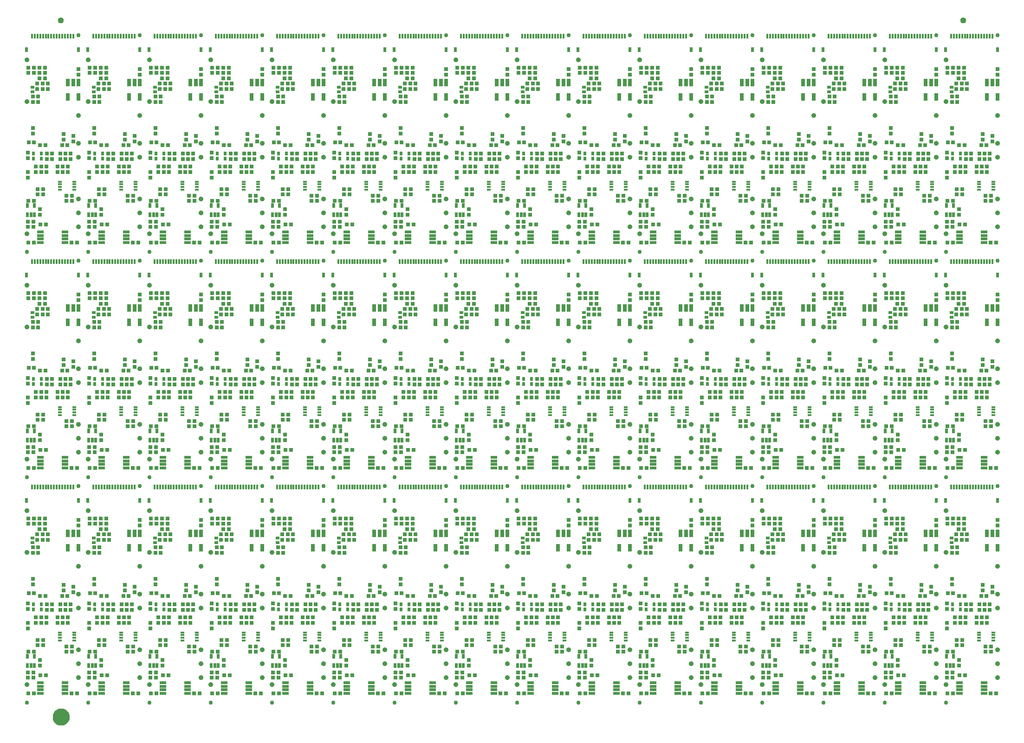
<source format=gbs>
G04 EAGLE Gerber RS-274X export*
G75*
%MOMM*%
%FSLAX34Y34*%
%LPD*%
%INSoldermask Bottom*%
%IPPOS*%
%AMOC8*
5,1,8,0,0,1.08239X$1,22.5*%
G01*
%ADD10C,0.762000*%
%ADD11R,0.727000X0.727000*%
%ADD12R,0.527000X0.877000*%
%ADD13R,0.627000X0.677000*%
%ADD14R,0.787400X0.482600*%
%ADD15R,0.677000X1.327000*%
%ADD16R,0.727000X0.377000*%
%ADD17R,0.427000X0.927000*%
%ADD18R,0.527000X0.927000*%
%ADD19C,0.889000*%
%ADD20R,1.227000X0.527000*%
%ADD21C,1.127000*%
%ADD22C,1.270000*%
%ADD23C,1.627000*%


D10*
X100330Y400050D03*
X6350Y5080D03*
D11*
X8970Y98425D03*
X18970Y98425D03*
D12*
X20470Y73030D03*
X13970Y73030D03*
X7470Y73030D03*
X7470Y89530D03*
X20470Y89530D03*
D11*
X18335Y60325D03*
X8335Y60325D03*
X18970Y21590D03*
X8970Y21590D03*
X80565Y200025D03*
X70565Y200025D03*
X90805Y206455D03*
X90805Y216455D03*
X73660Y210265D03*
X73660Y220265D03*
X86360Y184705D03*
X86360Y174705D03*
X67310Y184705D03*
X67310Y174705D03*
X76835Y184705D03*
X76835Y174705D03*
X36115Y119380D03*
X26115Y119380D03*
X26115Y109855D03*
X36115Y109855D03*
X17780Y221060D03*
X17780Y231060D03*
X30560Y200025D03*
X40560Y200025D03*
X19605Y204470D03*
X9605Y204470D03*
X8382Y150415D03*
X8382Y140415D03*
X41910Y160575D03*
X41910Y150575D03*
X22860Y160575D03*
X22860Y150575D03*
X32385Y160575D03*
X32385Y150575D03*
D13*
X32400Y184455D03*
X32400Y174955D03*
X18400Y174955D03*
X18400Y184455D03*
D11*
X52070Y184705D03*
X52070Y174705D03*
X42545Y184705D03*
X42545Y174705D03*
X8255Y176229D03*
X8255Y186229D03*
X18970Y340995D03*
X8970Y340995D03*
X8970Y331470D03*
X18970Y331470D03*
X17145Y278210D03*
X17145Y288210D03*
X26670Y278210D03*
X26670Y288210D03*
D14*
X16510Y305943D03*
X16510Y297307D03*
D11*
X34925Y302340D03*
X34925Y312340D03*
X44450Y302340D03*
X44450Y312340D03*
X29290Y321945D03*
X39290Y321945D03*
X29290Y331470D03*
X39290Y331470D03*
X29290Y340995D03*
X39290Y340995D03*
X25400Y302340D03*
X25400Y312340D03*
X62230Y160575D03*
X62230Y150575D03*
X81280Y160575D03*
X81280Y150575D03*
X71755Y160575D03*
X71755Y150575D03*
X87710Y21590D03*
X97710Y21590D03*
D15*
X81305Y313991D03*
X90805Y313991D03*
X100305Y313991D03*
X100305Y287989D03*
X81305Y287989D03*
D11*
X18335Y50800D03*
X8335Y50800D03*
X30480Y72470D03*
X30480Y82470D03*
X100330Y328375D03*
X100330Y338375D03*
D16*
X93260Y133230D03*
X93260Y128230D03*
X93260Y123230D03*
X93260Y118230D03*
X66760Y118230D03*
X66760Y123230D03*
X66760Y128230D03*
X66760Y133230D03*
D11*
X88820Y97790D03*
X78820Y97790D03*
X88820Y107315D03*
X78820Y107315D03*
D17*
X90840Y398945D03*
X85840Y398945D03*
D18*
X100840Y373945D03*
X5840Y373945D03*
D17*
X80840Y398945D03*
X75840Y398945D03*
X70840Y398945D03*
X65840Y398945D03*
X60840Y398945D03*
X55840Y398945D03*
X50840Y398945D03*
X45840Y398945D03*
X40840Y398945D03*
X35840Y398945D03*
X30840Y398945D03*
X25840Y398945D03*
X20840Y398945D03*
X15840Y398945D03*
D19*
X100330Y177800D03*
X100330Y101600D03*
X100330Y76200D03*
X100330Y50800D03*
X100330Y254000D03*
X6350Y279400D03*
X6350Y355600D03*
X100330Y203200D03*
D20*
X75840Y41500D03*
X75840Y35000D03*
X75840Y28500D03*
X75840Y22000D03*
X30840Y22000D03*
X30840Y28500D03*
X30840Y35000D03*
X30840Y41500D03*
D11*
X31195Y55245D03*
X41195Y55245D03*
D19*
X6350Y38100D03*
D10*
X212090Y400050D03*
X118110Y5080D03*
D11*
X120730Y98425D03*
X130730Y98425D03*
D12*
X132230Y73030D03*
X125730Y73030D03*
X119230Y73030D03*
X119230Y89530D03*
X132230Y89530D03*
D11*
X130095Y60325D03*
X120095Y60325D03*
X130730Y21590D03*
X120730Y21590D03*
X192325Y200025D03*
X182325Y200025D03*
X202565Y206455D03*
X202565Y216455D03*
X185420Y210265D03*
X185420Y220265D03*
X198120Y184705D03*
X198120Y174705D03*
X179070Y184705D03*
X179070Y174705D03*
X188595Y184705D03*
X188595Y174705D03*
X147875Y119380D03*
X137875Y119380D03*
X137875Y109855D03*
X147875Y109855D03*
X129540Y221060D03*
X129540Y231060D03*
X142320Y200025D03*
X152320Y200025D03*
X131365Y204470D03*
X121365Y204470D03*
X120142Y150415D03*
X120142Y140415D03*
X153670Y160575D03*
X153670Y150575D03*
X134620Y160575D03*
X134620Y150575D03*
X144145Y160575D03*
X144145Y150575D03*
D13*
X144160Y184455D03*
X144160Y174955D03*
X130160Y174955D03*
X130160Y184455D03*
D11*
X163830Y184705D03*
X163830Y174705D03*
X154305Y184705D03*
X154305Y174705D03*
X120015Y176229D03*
X120015Y186229D03*
X130730Y340995D03*
X120730Y340995D03*
X120730Y331470D03*
X130730Y331470D03*
X128905Y278210D03*
X128905Y288210D03*
X138430Y278210D03*
X138430Y288210D03*
D14*
X128270Y305943D03*
X128270Y297307D03*
D11*
X146685Y302340D03*
X146685Y312340D03*
X156210Y302340D03*
X156210Y312340D03*
X141050Y321945D03*
X151050Y321945D03*
X141050Y331470D03*
X151050Y331470D03*
X141050Y340995D03*
X151050Y340995D03*
X137160Y302340D03*
X137160Y312340D03*
X173990Y160575D03*
X173990Y150575D03*
X193040Y160575D03*
X193040Y150575D03*
X183515Y160575D03*
X183515Y150575D03*
X199470Y21590D03*
X209470Y21590D03*
D15*
X193065Y313991D03*
X202565Y313991D03*
X212065Y313991D03*
X212065Y287989D03*
X193065Y287989D03*
D11*
X130095Y50800D03*
X120095Y50800D03*
X142240Y72470D03*
X142240Y82470D03*
X212090Y328375D03*
X212090Y338375D03*
D16*
X205020Y133230D03*
X205020Y128230D03*
X205020Y123230D03*
X205020Y118230D03*
X178520Y118230D03*
X178520Y123230D03*
X178520Y128230D03*
X178520Y133230D03*
D11*
X200580Y97790D03*
X190580Y97790D03*
X200580Y107315D03*
X190580Y107315D03*
D17*
X202600Y398945D03*
X197600Y398945D03*
D18*
X212600Y373945D03*
X117600Y373945D03*
D17*
X192600Y398945D03*
X187600Y398945D03*
X182600Y398945D03*
X177600Y398945D03*
X172600Y398945D03*
X167600Y398945D03*
X162600Y398945D03*
X157600Y398945D03*
X152600Y398945D03*
X147600Y398945D03*
X142600Y398945D03*
X137600Y398945D03*
X132600Y398945D03*
X127600Y398945D03*
D19*
X212090Y177800D03*
X212090Y101600D03*
X212090Y76200D03*
X212090Y50800D03*
X212090Y254000D03*
X118110Y279400D03*
X118110Y355600D03*
X212090Y203200D03*
D20*
X187600Y41500D03*
X187600Y35000D03*
X187600Y28500D03*
X187600Y22000D03*
X142600Y22000D03*
X142600Y28500D03*
X142600Y35000D03*
X142600Y41500D03*
D11*
X142955Y55245D03*
X152955Y55245D03*
D19*
X118110Y38100D03*
D10*
X323850Y400050D03*
X229870Y5080D03*
D11*
X232490Y98425D03*
X242490Y98425D03*
D12*
X243990Y73030D03*
X237490Y73030D03*
X230990Y73030D03*
X230990Y89530D03*
X243990Y89530D03*
D11*
X241855Y60325D03*
X231855Y60325D03*
X242490Y21590D03*
X232490Y21590D03*
X304085Y200025D03*
X294085Y200025D03*
X314325Y206455D03*
X314325Y216455D03*
X297180Y210265D03*
X297180Y220265D03*
X309880Y184705D03*
X309880Y174705D03*
X290830Y184705D03*
X290830Y174705D03*
X300355Y184705D03*
X300355Y174705D03*
X259635Y119380D03*
X249635Y119380D03*
X249635Y109855D03*
X259635Y109855D03*
X241300Y221060D03*
X241300Y231060D03*
X254080Y200025D03*
X264080Y200025D03*
X243125Y204470D03*
X233125Y204470D03*
X231902Y150415D03*
X231902Y140415D03*
X265430Y160575D03*
X265430Y150575D03*
X246380Y160575D03*
X246380Y150575D03*
X255905Y160575D03*
X255905Y150575D03*
D13*
X255920Y184455D03*
X255920Y174955D03*
X241920Y174955D03*
X241920Y184455D03*
D11*
X275590Y184705D03*
X275590Y174705D03*
X266065Y184705D03*
X266065Y174705D03*
X231775Y176229D03*
X231775Y186229D03*
X242490Y340995D03*
X232490Y340995D03*
X232490Y331470D03*
X242490Y331470D03*
X240665Y278210D03*
X240665Y288210D03*
X250190Y278210D03*
X250190Y288210D03*
D14*
X240030Y305943D03*
X240030Y297307D03*
D11*
X258445Y302340D03*
X258445Y312340D03*
X267970Y302340D03*
X267970Y312340D03*
X252810Y321945D03*
X262810Y321945D03*
X252810Y331470D03*
X262810Y331470D03*
X252810Y340995D03*
X262810Y340995D03*
X248920Y302340D03*
X248920Y312340D03*
X285750Y160575D03*
X285750Y150575D03*
X304800Y160575D03*
X304800Y150575D03*
X295275Y160575D03*
X295275Y150575D03*
X311230Y21590D03*
X321230Y21590D03*
D15*
X304825Y313991D03*
X314325Y313991D03*
X323825Y313991D03*
X323825Y287989D03*
X304825Y287989D03*
D11*
X241855Y50800D03*
X231855Y50800D03*
X254000Y72470D03*
X254000Y82470D03*
X323850Y328375D03*
X323850Y338375D03*
D16*
X316780Y133230D03*
X316780Y128230D03*
X316780Y123230D03*
X316780Y118230D03*
X290280Y118230D03*
X290280Y123230D03*
X290280Y128230D03*
X290280Y133230D03*
D11*
X312340Y97790D03*
X302340Y97790D03*
X312340Y107315D03*
X302340Y107315D03*
D17*
X314360Y398945D03*
X309360Y398945D03*
D18*
X324360Y373945D03*
X229360Y373945D03*
D17*
X304360Y398945D03*
X299360Y398945D03*
X294360Y398945D03*
X289360Y398945D03*
X284360Y398945D03*
X279360Y398945D03*
X274360Y398945D03*
X269360Y398945D03*
X264360Y398945D03*
X259360Y398945D03*
X254360Y398945D03*
X249360Y398945D03*
X244360Y398945D03*
X239360Y398945D03*
D19*
X323850Y177800D03*
X323850Y101600D03*
X323850Y76200D03*
X323850Y50800D03*
X323850Y254000D03*
X229870Y279400D03*
X229870Y355600D03*
X323850Y203200D03*
D20*
X299360Y41500D03*
X299360Y35000D03*
X299360Y28500D03*
X299360Y22000D03*
X254360Y22000D03*
X254360Y28500D03*
X254360Y35000D03*
X254360Y41500D03*
D11*
X254715Y55245D03*
X264715Y55245D03*
D19*
X229870Y38100D03*
D10*
X435610Y400050D03*
X341630Y5080D03*
D11*
X344250Y98425D03*
X354250Y98425D03*
D12*
X355750Y73030D03*
X349250Y73030D03*
X342750Y73030D03*
X342750Y89530D03*
X355750Y89530D03*
D11*
X353615Y60325D03*
X343615Y60325D03*
X354250Y21590D03*
X344250Y21590D03*
X415845Y200025D03*
X405845Y200025D03*
X426085Y206455D03*
X426085Y216455D03*
X408940Y210265D03*
X408940Y220265D03*
X421640Y184705D03*
X421640Y174705D03*
X402590Y184705D03*
X402590Y174705D03*
X412115Y184705D03*
X412115Y174705D03*
X371395Y119380D03*
X361395Y119380D03*
X361395Y109855D03*
X371395Y109855D03*
X353060Y221060D03*
X353060Y231060D03*
X365840Y200025D03*
X375840Y200025D03*
X354885Y204470D03*
X344885Y204470D03*
X343662Y150415D03*
X343662Y140415D03*
X377190Y160575D03*
X377190Y150575D03*
X358140Y160575D03*
X358140Y150575D03*
X367665Y160575D03*
X367665Y150575D03*
D13*
X367680Y184455D03*
X367680Y174955D03*
X353680Y174955D03*
X353680Y184455D03*
D11*
X387350Y184705D03*
X387350Y174705D03*
X377825Y184705D03*
X377825Y174705D03*
X343535Y176229D03*
X343535Y186229D03*
X354250Y340995D03*
X344250Y340995D03*
X344250Y331470D03*
X354250Y331470D03*
X352425Y278210D03*
X352425Y288210D03*
X361950Y278210D03*
X361950Y288210D03*
D14*
X351790Y305943D03*
X351790Y297307D03*
D11*
X370205Y302340D03*
X370205Y312340D03*
X379730Y302340D03*
X379730Y312340D03*
X364570Y321945D03*
X374570Y321945D03*
X364570Y331470D03*
X374570Y331470D03*
X364570Y340995D03*
X374570Y340995D03*
X360680Y302340D03*
X360680Y312340D03*
X397510Y160575D03*
X397510Y150575D03*
X416560Y160575D03*
X416560Y150575D03*
X407035Y160575D03*
X407035Y150575D03*
X422990Y21590D03*
X432990Y21590D03*
D15*
X416585Y313991D03*
X426085Y313991D03*
X435585Y313991D03*
X435585Y287989D03*
X416585Y287989D03*
D11*
X353615Y50800D03*
X343615Y50800D03*
X365760Y72470D03*
X365760Y82470D03*
X435610Y328375D03*
X435610Y338375D03*
D16*
X428540Y133230D03*
X428540Y128230D03*
X428540Y123230D03*
X428540Y118230D03*
X402040Y118230D03*
X402040Y123230D03*
X402040Y128230D03*
X402040Y133230D03*
D11*
X424100Y97790D03*
X414100Y97790D03*
X424100Y107315D03*
X414100Y107315D03*
D17*
X426120Y398945D03*
X421120Y398945D03*
D18*
X436120Y373945D03*
X341120Y373945D03*
D17*
X416120Y398945D03*
X411120Y398945D03*
X406120Y398945D03*
X401120Y398945D03*
X396120Y398945D03*
X391120Y398945D03*
X386120Y398945D03*
X381120Y398945D03*
X376120Y398945D03*
X371120Y398945D03*
X366120Y398945D03*
X361120Y398945D03*
X356120Y398945D03*
X351120Y398945D03*
D19*
X435610Y177800D03*
X435610Y101600D03*
X435610Y76200D03*
X435610Y50800D03*
X435610Y254000D03*
X341630Y279400D03*
X341630Y355600D03*
X435610Y203200D03*
D20*
X411120Y41500D03*
X411120Y35000D03*
X411120Y28500D03*
X411120Y22000D03*
X366120Y22000D03*
X366120Y28500D03*
X366120Y35000D03*
X366120Y41500D03*
D11*
X366475Y55245D03*
X376475Y55245D03*
D19*
X341630Y38100D03*
D10*
X547370Y400050D03*
X453390Y5080D03*
D11*
X456010Y98425D03*
X466010Y98425D03*
D12*
X467510Y73030D03*
X461010Y73030D03*
X454510Y73030D03*
X454510Y89530D03*
X467510Y89530D03*
D11*
X465375Y60325D03*
X455375Y60325D03*
X466010Y21590D03*
X456010Y21590D03*
X527605Y200025D03*
X517605Y200025D03*
X537845Y206455D03*
X537845Y216455D03*
X520700Y210265D03*
X520700Y220265D03*
X533400Y184705D03*
X533400Y174705D03*
X514350Y184705D03*
X514350Y174705D03*
X523875Y184705D03*
X523875Y174705D03*
X483155Y119380D03*
X473155Y119380D03*
X473155Y109855D03*
X483155Y109855D03*
X464820Y221060D03*
X464820Y231060D03*
X477600Y200025D03*
X487600Y200025D03*
X466645Y204470D03*
X456645Y204470D03*
X455422Y150415D03*
X455422Y140415D03*
X488950Y160575D03*
X488950Y150575D03*
X469900Y160575D03*
X469900Y150575D03*
X479425Y160575D03*
X479425Y150575D03*
D13*
X479440Y184455D03*
X479440Y174955D03*
X465440Y174955D03*
X465440Y184455D03*
D11*
X499110Y184705D03*
X499110Y174705D03*
X489585Y184705D03*
X489585Y174705D03*
X455295Y176229D03*
X455295Y186229D03*
X466010Y340995D03*
X456010Y340995D03*
X456010Y331470D03*
X466010Y331470D03*
X464185Y278210D03*
X464185Y288210D03*
X473710Y278210D03*
X473710Y288210D03*
D14*
X463550Y305943D03*
X463550Y297307D03*
D11*
X481965Y302340D03*
X481965Y312340D03*
X491490Y302340D03*
X491490Y312340D03*
X476330Y321945D03*
X486330Y321945D03*
X476330Y331470D03*
X486330Y331470D03*
X476330Y340995D03*
X486330Y340995D03*
X472440Y302340D03*
X472440Y312340D03*
X509270Y160575D03*
X509270Y150575D03*
X528320Y160575D03*
X528320Y150575D03*
X518795Y160575D03*
X518795Y150575D03*
X534750Y21590D03*
X544750Y21590D03*
D15*
X528345Y313991D03*
X537845Y313991D03*
X547345Y313991D03*
X547345Y287989D03*
X528345Y287989D03*
D11*
X465375Y50800D03*
X455375Y50800D03*
X477520Y72470D03*
X477520Y82470D03*
X547370Y328375D03*
X547370Y338375D03*
D16*
X540300Y133230D03*
X540300Y128230D03*
X540300Y123230D03*
X540300Y118230D03*
X513800Y118230D03*
X513800Y123230D03*
X513800Y128230D03*
X513800Y133230D03*
D11*
X535860Y97790D03*
X525860Y97790D03*
X535860Y107315D03*
X525860Y107315D03*
D17*
X537880Y398945D03*
X532880Y398945D03*
D18*
X547880Y373945D03*
X452880Y373945D03*
D17*
X527880Y398945D03*
X522880Y398945D03*
X517880Y398945D03*
X512880Y398945D03*
X507880Y398945D03*
X502880Y398945D03*
X497880Y398945D03*
X492880Y398945D03*
X487880Y398945D03*
X482880Y398945D03*
X477880Y398945D03*
X472880Y398945D03*
X467880Y398945D03*
X462880Y398945D03*
D19*
X547370Y177800D03*
X547370Y101600D03*
X547370Y76200D03*
X547370Y50800D03*
X547370Y254000D03*
X453390Y279400D03*
X453390Y355600D03*
X547370Y203200D03*
D20*
X522880Y41500D03*
X522880Y35000D03*
X522880Y28500D03*
X522880Y22000D03*
X477880Y22000D03*
X477880Y28500D03*
X477880Y35000D03*
X477880Y41500D03*
D11*
X478235Y55245D03*
X488235Y55245D03*
D19*
X453390Y38100D03*
D10*
X659130Y400050D03*
X565150Y5080D03*
D11*
X567770Y98425D03*
X577770Y98425D03*
D12*
X579270Y73030D03*
X572770Y73030D03*
X566270Y73030D03*
X566270Y89530D03*
X579270Y89530D03*
D11*
X577135Y60325D03*
X567135Y60325D03*
X577770Y21590D03*
X567770Y21590D03*
X639365Y200025D03*
X629365Y200025D03*
X649605Y206455D03*
X649605Y216455D03*
X632460Y210265D03*
X632460Y220265D03*
X645160Y184705D03*
X645160Y174705D03*
X626110Y184705D03*
X626110Y174705D03*
X635635Y184705D03*
X635635Y174705D03*
X594915Y119380D03*
X584915Y119380D03*
X584915Y109855D03*
X594915Y109855D03*
X576580Y221060D03*
X576580Y231060D03*
X589360Y200025D03*
X599360Y200025D03*
X578405Y204470D03*
X568405Y204470D03*
X567182Y150415D03*
X567182Y140415D03*
X600710Y160575D03*
X600710Y150575D03*
X581660Y160575D03*
X581660Y150575D03*
X591185Y160575D03*
X591185Y150575D03*
D13*
X591200Y184455D03*
X591200Y174955D03*
X577200Y174955D03*
X577200Y184455D03*
D11*
X610870Y184705D03*
X610870Y174705D03*
X601345Y184705D03*
X601345Y174705D03*
X567055Y176229D03*
X567055Y186229D03*
X577770Y340995D03*
X567770Y340995D03*
X567770Y331470D03*
X577770Y331470D03*
X575945Y278210D03*
X575945Y288210D03*
X585470Y278210D03*
X585470Y288210D03*
D14*
X575310Y305943D03*
X575310Y297307D03*
D11*
X593725Y302340D03*
X593725Y312340D03*
X603250Y302340D03*
X603250Y312340D03*
X588090Y321945D03*
X598090Y321945D03*
X588090Y331470D03*
X598090Y331470D03*
X588090Y340995D03*
X598090Y340995D03*
X584200Y302340D03*
X584200Y312340D03*
X621030Y160575D03*
X621030Y150575D03*
X640080Y160575D03*
X640080Y150575D03*
X630555Y160575D03*
X630555Y150575D03*
X646510Y21590D03*
X656510Y21590D03*
D15*
X640105Y313991D03*
X649605Y313991D03*
X659105Y313991D03*
X659105Y287989D03*
X640105Y287989D03*
D11*
X577135Y50800D03*
X567135Y50800D03*
X589280Y72470D03*
X589280Y82470D03*
X659130Y328375D03*
X659130Y338375D03*
D16*
X652060Y133230D03*
X652060Y128230D03*
X652060Y123230D03*
X652060Y118230D03*
X625560Y118230D03*
X625560Y123230D03*
X625560Y128230D03*
X625560Y133230D03*
D11*
X647620Y97790D03*
X637620Y97790D03*
X647620Y107315D03*
X637620Y107315D03*
D17*
X649640Y398945D03*
X644640Y398945D03*
D18*
X659640Y373945D03*
X564640Y373945D03*
D17*
X639640Y398945D03*
X634640Y398945D03*
X629640Y398945D03*
X624640Y398945D03*
X619640Y398945D03*
X614640Y398945D03*
X609640Y398945D03*
X604640Y398945D03*
X599640Y398945D03*
X594640Y398945D03*
X589640Y398945D03*
X584640Y398945D03*
X579640Y398945D03*
X574640Y398945D03*
D19*
X659130Y177800D03*
X659130Y101600D03*
X659130Y76200D03*
X659130Y50800D03*
X659130Y254000D03*
X565150Y279400D03*
X565150Y355600D03*
X659130Y203200D03*
D20*
X634640Y41500D03*
X634640Y35000D03*
X634640Y28500D03*
X634640Y22000D03*
X589640Y22000D03*
X589640Y28500D03*
X589640Y35000D03*
X589640Y41500D03*
D11*
X589995Y55245D03*
X599995Y55245D03*
D19*
X565150Y38100D03*
D10*
X770890Y400050D03*
X676910Y5080D03*
D11*
X679530Y98425D03*
X689530Y98425D03*
D12*
X691030Y73030D03*
X684530Y73030D03*
X678030Y73030D03*
X678030Y89530D03*
X691030Y89530D03*
D11*
X688895Y60325D03*
X678895Y60325D03*
X689530Y21590D03*
X679530Y21590D03*
X751125Y200025D03*
X741125Y200025D03*
X761365Y206455D03*
X761365Y216455D03*
X744220Y210265D03*
X744220Y220265D03*
X756920Y184705D03*
X756920Y174705D03*
X737870Y184705D03*
X737870Y174705D03*
X747395Y184705D03*
X747395Y174705D03*
X706675Y119380D03*
X696675Y119380D03*
X696675Y109855D03*
X706675Y109855D03*
X688340Y221060D03*
X688340Y231060D03*
X701120Y200025D03*
X711120Y200025D03*
X690165Y204470D03*
X680165Y204470D03*
X678942Y150415D03*
X678942Y140415D03*
X712470Y160575D03*
X712470Y150575D03*
X693420Y160575D03*
X693420Y150575D03*
X702945Y160575D03*
X702945Y150575D03*
D13*
X702960Y184455D03*
X702960Y174955D03*
X688960Y174955D03*
X688960Y184455D03*
D11*
X722630Y184705D03*
X722630Y174705D03*
X713105Y184705D03*
X713105Y174705D03*
X678815Y176229D03*
X678815Y186229D03*
X689530Y340995D03*
X679530Y340995D03*
X679530Y331470D03*
X689530Y331470D03*
X687705Y278210D03*
X687705Y288210D03*
X697230Y278210D03*
X697230Y288210D03*
D14*
X687070Y305943D03*
X687070Y297307D03*
D11*
X705485Y302340D03*
X705485Y312340D03*
X715010Y302340D03*
X715010Y312340D03*
X699850Y321945D03*
X709850Y321945D03*
X699850Y331470D03*
X709850Y331470D03*
X699850Y340995D03*
X709850Y340995D03*
X695960Y302340D03*
X695960Y312340D03*
X732790Y160575D03*
X732790Y150575D03*
X751840Y160575D03*
X751840Y150575D03*
X742315Y160575D03*
X742315Y150575D03*
X758270Y21590D03*
X768270Y21590D03*
D15*
X751865Y313991D03*
X761365Y313991D03*
X770865Y313991D03*
X770865Y287989D03*
X751865Y287989D03*
D11*
X688895Y50800D03*
X678895Y50800D03*
X701040Y72470D03*
X701040Y82470D03*
X770890Y328375D03*
X770890Y338375D03*
D16*
X763820Y133230D03*
X763820Y128230D03*
X763820Y123230D03*
X763820Y118230D03*
X737320Y118230D03*
X737320Y123230D03*
X737320Y128230D03*
X737320Y133230D03*
D11*
X759380Y97790D03*
X749380Y97790D03*
X759380Y107315D03*
X749380Y107315D03*
D17*
X761400Y398945D03*
X756400Y398945D03*
D18*
X771400Y373945D03*
X676400Y373945D03*
D17*
X751400Y398945D03*
X746400Y398945D03*
X741400Y398945D03*
X736400Y398945D03*
X731400Y398945D03*
X726400Y398945D03*
X721400Y398945D03*
X716400Y398945D03*
X711400Y398945D03*
X706400Y398945D03*
X701400Y398945D03*
X696400Y398945D03*
X691400Y398945D03*
X686400Y398945D03*
D19*
X770890Y177800D03*
X770890Y101600D03*
X770890Y76200D03*
X770890Y50800D03*
X770890Y254000D03*
X676910Y279400D03*
X676910Y355600D03*
X770890Y203200D03*
D20*
X746400Y41500D03*
X746400Y35000D03*
X746400Y28500D03*
X746400Y22000D03*
X701400Y22000D03*
X701400Y28500D03*
X701400Y35000D03*
X701400Y41500D03*
D11*
X701755Y55245D03*
X711755Y55245D03*
D19*
X676910Y38100D03*
D10*
X882650Y400050D03*
X788670Y5080D03*
D11*
X791290Y98425D03*
X801290Y98425D03*
D12*
X802790Y73030D03*
X796290Y73030D03*
X789790Y73030D03*
X789790Y89530D03*
X802790Y89530D03*
D11*
X800655Y60325D03*
X790655Y60325D03*
X801290Y21590D03*
X791290Y21590D03*
X862885Y200025D03*
X852885Y200025D03*
X873125Y206455D03*
X873125Y216455D03*
X855980Y210265D03*
X855980Y220265D03*
X868680Y184705D03*
X868680Y174705D03*
X849630Y184705D03*
X849630Y174705D03*
X859155Y184705D03*
X859155Y174705D03*
X818435Y119380D03*
X808435Y119380D03*
X808435Y109855D03*
X818435Y109855D03*
X800100Y221060D03*
X800100Y231060D03*
X812880Y200025D03*
X822880Y200025D03*
X801925Y204470D03*
X791925Y204470D03*
X790702Y150415D03*
X790702Y140415D03*
X824230Y160575D03*
X824230Y150575D03*
X805180Y160575D03*
X805180Y150575D03*
X814705Y160575D03*
X814705Y150575D03*
D13*
X814720Y184455D03*
X814720Y174955D03*
X800720Y174955D03*
X800720Y184455D03*
D11*
X834390Y184705D03*
X834390Y174705D03*
X824865Y184705D03*
X824865Y174705D03*
X790575Y176229D03*
X790575Y186229D03*
X801290Y340995D03*
X791290Y340995D03*
X791290Y331470D03*
X801290Y331470D03*
X799465Y278210D03*
X799465Y288210D03*
X808990Y278210D03*
X808990Y288210D03*
D14*
X798830Y305943D03*
X798830Y297307D03*
D11*
X817245Y302340D03*
X817245Y312340D03*
X826770Y302340D03*
X826770Y312340D03*
X811610Y321945D03*
X821610Y321945D03*
X811610Y331470D03*
X821610Y331470D03*
X811610Y340995D03*
X821610Y340995D03*
X807720Y302340D03*
X807720Y312340D03*
X844550Y160575D03*
X844550Y150575D03*
X863600Y160575D03*
X863600Y150575D03*
X854075Y160575D03*
X854075Y150575D03*
X870030Y21590D03*
X880030Y21590D03*
D15*
X863625Y313991D03*
X873125Y313991D03*
X882625Y313991D03*
X882625Y287989D03*
X863625Y287989D03*
D11*
X800655Y50800D03*
X790655Y50800D03*
X812800Y72470D03*
X812800Y82470D03*
X882650Y328375D03*
X882650Y338375D03*
D16*
X875580Y133230D03*
X875580Y128230D03*
X875580Y123230D03*
X875580Y118230D03*
X849080Y118230D03*
X849080Y123230D03*
X849080Y128230D03*
X849080Y133230D03*
D11*
X871140Y97790D03*
X861140Y97790D03*
X871140Y107315D03*
X861140Y107315D03*
D17*
X873160Y398945D03*
X868160Y398945D03*
D18*
X883160Y373945D03*
X788160Y373945D03*
D17*
X863160Y398945D03*
X858160Y398945D03*
X853160Y398945D03*
X848160Y398945D03*
X843160Y398945D03*
X838160Y398945D03*
X833160Y398945D03*
X828160Y398945D03*
X823160Y398945D03*
X818160Y398945D03*
X813160Y398945D03*
X808160Y398945D03*
X803160Y398945D03*
X798160Y398945D03*
D19*
X882650Y177800D03*
X882650Y101600D03*
X882650Y76200D03*
X882650Y50800D03*
X882650Y254000D03*
X788670Y279400D03*
X788670Y355600D03*
X882650Y203200D03*
D20*
X858160Y41500D03*
X858160Y35000D03*
X858160Y28500D03*
X858160Y22000D03*
X813160Y22000D03*
X813160Y28500D03*
X813160Y35000D03*
X813160Y41500D03*
D11*
X813515Y55245D03*
X823515Y55245D03*
D19*
X788670Y38100D03*
D10*
X994410Y400050D03*
X900430Y5080D03*
D11*
X903050Y98425D03*
X913050Y98425D03*
D12*
X914550Y73030D03*
X908050Y73030D03*
X901550Y73030D03*
X901550Y89530D03*
X914550Y89530D03*
D11*
X912415Y60325D03*
X902415Y60325D03*
X913050Y21590D03*
X903050Y21590D03*
X974645Y200025D03*
X964645Y200025D03*
X984885Y206455D03*
X984885Y216455D03*
X967740Y210265D03*
X967740Y220265D03*
X980440Y184705D03*
X980440Y174705D03*
X961390Y184705D03*
X961390Y174705D03*
X970915Y184705D03*
X970915Y174705D03*
X930195Y119380D03*
X920195Y119380D03*
X920195Y109855D03*
X930195Y109855D03*
X911860Y221060D03*
X911860Y231060D03*
X924640Y200025D03*
X934640Y200025D03*
X913685Y204470D03*
X903685Y204470D03*
X902462Y150415D03*
X902462Y140415D03*
X935990Y160575D03*
X935990Y150575D03*
X916940Y160575D03*
X916940Y150575D03*
X926465Y160575D03*
X926465Y150575D03*
D13*
X926480Y184455D03*
X926480Y174955D03*
X912480Y174955D03*
X912480Y184455D03*
D11*
X946150Y184705D03*
X946150Y174705D03*
X936625Y184705D03*
X936625Y174705D03*
X902335Y176229D03*
X902335Y186229D03*
X913050Y340995D03*
X903050Y340995D03*
X903050Y331470D03*
X913050Y331470D03*
X911225Y278210D03*
X911225Y288210D03*
X920750Y278210D03*
X920750Y288210D03*
D14*
X910590Y305943D03*
X910590Y297307D03*
D11*
X929005Y302340D03*
X929005Y312340D03*
X938530Y302340D03*
X938530Y312340D03*
X923370Y321945D03*
X933370Y321945D03*
X923370Y331470D03*
X933370Y331470D03*
X923370Y340995D03*
X933370Y340995D03*
X919480Y302340D03*
X919480Y312340D03*
X956310Y160575D03*
X956310Y150575D03*
X975360Y160575D03*
X975360Y150575D03*
X965835Y160575D03*
X965835Y150575D03*
X981790Y21590D03*
X991790Y21590D03*
D15*
X975385Y313991D03*
X984885Y313991D03*
X994385Y313991D03*
X994385Y287989D03*
X975385Y287989D03*
D11*
X912415Y50800D03*
X902415Y50800D03*
X924560Y72470D03*
X924560Y82470D03*
X994410Y328375D03*
X994410Y338375D03*
D16*
X987340Y133230D03*
X987340Y128230D03*
X987340Y123230D03*
X987340Y118230D03*
X960840Y118230D03*
X960840Y123230D03*
X960840Y128230D03*
X960840Y133230D03*
D11*
X982900Y97790D03*
X972900Y97790D03*
X982900Y107315D03*
X972900Y107315D03*
D17*
X984920Y398945D03*
X979920Y398945D03*
D18*
X994920Y373945D03*
X899920Y373945D03*
D17*
X974920Y398945D03*
X969920Y398945D03*
X964920Y398945D03*
X959920Y398945D03*
X954920Y398945D03*
X949920Y398945D03*
X944920Y398945D03*
X939920Y398945D03*
X934920Y398945D03*
X929920Y398945D03*
X924920Y398945D03*
X919920Y398945D03*
X914920Y398945D03*
X909920Y398945D03*
D19*
X994410Y177800D03*
X994410Y101600D03*
X994410Y76200D03*
X994410Y50800D03*
X994410Y254000D03*
X900430Y279400D03*
X900430Y355600D03*
X994410Y203200D03*
D20*
X969920Y41500D03*
X969920Y35000D03*
X969920Y28500D03*
X969920Y22000D03*
X924920Y22000D03*
X924920Y28500D03*
X924920Y35000D03*
X924920Y41500D03*
D11*
X925275Y55245D03*
X935275Y55245D03*
D19*
X900430Y38100D03*
D10*
X1106170Y400050D03*
X1012190Y5080D03*
D11*
X1014810Y98425D03*
X1024810Y98425D03*
D12*
X1026310Y73030D03*
X1019810Y73030D03*
X1013310Y73030D03*
X1013310Y89530D03*
X1026310Y89530D03*
D11*
X1024175Y60325D03*
X1014175Y60325D03*
X1024810Y21590D03*
X1014810Y21590D03*
X1086405Y200025D03*
X1076405Y200025D03*
X1096645Y206455D03*
X1096645Y216455D03*
X1079500Y210265D03*
X1079500Y220265D03*
X1092200Y184705D03*
X1092200Y174705D03*
X1073150Y184705D03*
X1073150Y174705D03*
X1082675Y184705D03*
X1082675Y174705D03*
X1041955Y119380D03*
X1031955Y119380D03*
X1031955Y109855D03*
X1041955Y109855D03*
X1023620Y221060D03*
X1023620Y231060D03*
X1036400Y200025D03*
X1046400Y200025D03*
X1025445Y204470D03*
X1015445Y204470D03*
X1014222Y150415D03*
X1014222Y140415D03*
X1047750Y160575D03*
X1047750Y150575D03*
X1028700Y160575D03*
X1028700Y150575D03*
X1038225Y160575D03*
X1038225Y150575D03*
D13*
X1038240Y184455D03*
X1038240Y174955D03*
X1024240Y174955D03*
X1024240Y184455D03*
D11*
X1057910Y184705D03*
X1057910Y174705D03*
X1048385Y184705D03*
X1048385Y174705D03*
X1014095Y176229D03*
X1014095Y186229D03*
X1024810Y340995D03*
X1014810Y340995D03*
X1014810Y331470D03*
X1024810Y331470D03*
X1022985Y278210D03*
X1022985Y288210D03*
X1032510Y278210D03*
X1032510Y288210D03*
D14*
X1022350Y305943D03*
X1022350Y297307D03*
D11*
X1040765Y302340D03*
X1040765Y312340D03*
X1050290Y302340D03*
X1050290Y312340D03*
X1035130Y321945D03*
X1045130Y321945D03*
X1035130Y331470D03*
X1045130Y331470D03*
X1035130Y340995D03*
X1045130Y340995D03*
X1031240Y302340D03*
X1031240Y312340D03*
X1068070Y160575D03*
X1068070Y150575D03*
X1087120Y160575D03*
X1087120Y150575D03*
X1077595Y160575D03*
X1077595Y150575D03*
X1093550Y21590D03*
X1103550Y21590D03*
D15*
X1087145Y313991D03*
X1096645Y313991D03*
X1106145Y313991D03*
X1106145Y287989D03*
X1087145Y287989D03*
D11*
X1024175Y50800D03*
X1014175Y50800D03*
X1036320Y72470D03*
X1036320Y82470D03*
X1106170Y328375D03*
X1106170Y338375D03*
D16*
X1099100Y133230D03*
X1099100Y128230D03*
X1099100Y123230D03*
X1099100Y118230D03*
X1072600Y118230D03*
X1072600Y123230D03*
X1072600Y128230D03*
X1072600Y133230D03*
D11*
X1094660Y97790D03*
X1084660Y97790D03*
X1094660Y107315D03*
X1084660Y107315D03*
D17*
X1096680Y398945D03*
X1091680Y398945D03*
D18*
X1106680Y373945D03*
X1011680Y373945D03*
D17*
X1086680Y398945D03*
X1081680Y398945D03*
X1076680Y398945D03*
X1071680Y398945D03*
X1066680Y398945D03*
X1061680Y398945D03*
X1056680Y398945D03*
X1051680Y398945D03*
X1046680Y398945D03*
X1041680Y398945D03*
X1036680Y398945D03*
X1031680Y398945D03*
X1026680Y398945D03*
X1021680Y398945D03*
D19*
X1106170Y177800D03*
X1106170Y101600D03*
X1106170Y76200D03*
X1106170Y50800D03*
X1106170Y254000D03*
X1012190Y279400D03*
X1012190Y355600D03*
X1106170Y203200D03*
D20*
X1081680Y41500D03*
X1081680Y35000D03*
X1081680Y28500D03*
X1081680Y22000D03*
X1036680Y22000D03*
X1036680Y28500D03*
X1036680Y35000D03*
X1036680Y41500D03*
D11*
X1037035Y55245D03*
X1047035Y55245D03*
D19*
X1012190Y38100D03*
D10*
X1217930Y400050D03*
X1123950Y5080D03*
D11*
X1126570Y98425D03*
X1136570Y98425D03*
D12*
X1138070Y73030D03*
X1131570Y73030D03*
X1125070Y73030D03*
X1125070Y89530D03*
X1138070Y89530D03*
D11*
X1135935Y60325D03*
X1125935Y60325D03*
X1136570Y21590D03*
X1126570Y21590D03*
X1198165Y200025D03*
X1188165Y200025D03*
X1208405Y206455D03*
X1208405Y216455D03*
X1191260Y210265D03*
X1191260Y220265D03*
X1203960Y184705D03*
X1203960Y174705D03*
X1184910Y184705D03*
X1184910Y174705D03*
X1194435Y184705D03*
X1194435Y174705D03*
X1153715Y119380D03*
X1143715Y119380D03*
X1143715Y109855D03*
X1153715Y109855D03*
X1135380Y221060D03*
X1135380Y231060D03*
X1148160Y200025D03*
X1158160Y200025D03*
X1137205Y204470D03*
X1127205Y204470D03*
X1125982Y150415D03*
X1125982Y140415D03*
X1159510Y160575D03*
X1159510Y150575D03*
X1140460Y160575D03*
X1140460Y150575D03*
X1149985Y160575D03*
X1149985Y150575D03*
D13*
X1150000Y184455D03*
X1150000Y174955D03*
X1136000Y174955D03*
X1136000Y184455D03*
D11*
X1169670Y184705D03*
X1169670Y174705D03*
X1160145Y184705D03*
X1160145Y174705D03*
X1125855Y176229D03*
X1125855Y186229D03*
X1136570Y340995D03*
X1126570Y340995D03*
X1126570Y331470D03*
X1136570Y331470D03*
X1134745Y278210D03*
X1134745Y288210D03*
X1144270Y278210D03*
X1144270Y288210D03*
D14*
X1134110Y305943D03*
X1134110Y297307D03*
D11*
X1152525Y302340D03*
X1152525Y312340D03*
X1162050Y302340D03*
X1162050Y312340D03*
X1146890Y321945D03*
X1156890Y321945D03*
X1146890Y331470D03*
X1156890Y331470D03*
X1146890Y340995D03*
X1156890Y340995D03*
X1143000Y302340D03*
X1143000Y312340D03*
X1179830Y160575D03*
X1179830Y150575D03*
X1198880Y160575D03*
X1198880Y150575D03*
X1189355Y160575D03*
X1189355Y150575D03*
X1205310Y21590D03*
X1215310Y21590D03*
D15*
X1198905Y313991D03*
X1208405Y313991D03*
X1217905Y313991D03*
X1217905Y287989D03*
X1198905Y287989D03*
D11*
X1135935Y50800D03*
X1125935Y50800D03*
X1148080Y72470D03*
X1148080Y82470D03*
X1217930Y328375D03*
X1217930Y338375D03*
D16*
X1210860Y133230D03*
X1210860Y128230D03*
X1210860Y123230D03*
X1210860Y118230D03*
X1184360Y118230D03*
X1184360Y123230D03*
X1184360Y128230D03*
X1184360Y133230D03*
D11*
X1206420Y97790D03*
X1196420Y97790D03*
X1206420Y107315D03*
X1196420Y107315D03*
D17*
X1208440Y398945D03*
X1203440Y398945D03*
D18*
X1218440Y373945D03*
X1123440Y373945D03*
D17*
X1198440Y398945D03*
X1193440Y398945D03*
X1188440Y398945D03*
X1183440Y398945D03*
X1178440Y398945D03*
X1173440Y398945D03*
X1168440Y398945D03*
X1163440Y398945D03*
X1158440Y398945D03*
X1153440Y398945D03*
X1148440Y398945D03*
X1143440Y398945D03*
X1138440Y398945D03*
X1133440Y398945D03*
D19*
X1217930Y177800D03*
X1217930Y101600D03*
X1217930Y76200D03*
X1217930Y50800D03*
X1217930Y254000D03*
X1123950Y279400D03*
X1123950Y355600D03*
X1217930Y203200D03*
D20*
X1193440Y41500D03*
X1193440Y35000D03*
X1193440Y28500D03*
X1193440Y22000D03*
X1148440Y22000D03*
X1148440Y28500D03*
X1148440Y35000D03*
X1148440Y41500D03*
D11*
X1148795Y55245D03*
X1158795Y55245D03*
D19*
X1123950Y38100D03*
D10*
X1329690Y400050D03*
X1235710Y5080D03*
D11*
X1238330Y98425D03*
X1248330Y98425D03*
D12*
X1249830Y73030D03*
X1243330Y73030D03*
X1236830Y73030D03*
X1236830Y89530D03*
X1249830Y89530D03*
D11*
X1247695Y60325D03*
X1237695Y60325D03*
X1248330Y21590D03*
X1238330Y21590D03*
X1309925Y200025D03*
X1299925Y200025D03*
X1320165Y206455D03*
X1320165Y216455D03*
X1303020Y210265D03*
X1303020Y220265D03*
X1315720Y184705D03*
X1315720Y174705D03*
X1296670Y184705D03*
X1296670Y174705D03*
X1306195Y184705D03*
X1306195Y174705D03*
X1265475Y119380D03*
X1255475Y119380D03*
X1255475Y109855D03*
X1265475Y109855D03*
X1247140Y221060D03*
X1247140Y231060D03*
X1259920Y200025D03*
X1269920Y200025D03*
X1248965Y204470D03*
X1238965Y204470D03*
X1237742Y150415D03*
X1237742Y140415D03*
X1271270Y160575D03*
X1271270Y150575D03*
X1252220Y160575D03*
X1252220Y150575D03*
X1261745Y160575D03*
X1261745Y150575D03*
D13*
X1261760Y184455D03*
X1261760Y174955D03*
X1247760Y174955D03*
X1247760Y184455D03*
D11*
X1281430Y184705D03*
X1281430Y174705D03*
X1271905Y184705D03*
X1271905Y174705D03*
X1237615Y176229D03*
X1237615Y186229D03*
X1248330Y340995D03*
X1238330Y340995D03*
X1238330Y331470D03*
X1248330Y331470D03*
X1246505Y278210D03*
X1246505Y288210D03*
X1256030Y278210D03*
X1256030Y288210D03*
D14*
X1245870Y305943D03*
X1245870Y297307D03*
D11*
X1264285Y302340D03*
X1264285Y312340D03*
X1273810Y302340D03*
X1273810Y312340D03*
X1258650Y321945D03*
X1268650Y321945D03*
X1258650Y331470D03*
X1268650Y331470D03*
X1258650Y340995D03*
X1268650Y340995D03*
X1254760Y302340D03*
X1254760Y312340D03*
X1291590Y160575D03*
X1291590Y150575D03*
X1310640Y160575D03*
X1310640Y150575D03*
X1301115Y160575D03*
X1301115Y150575D03*
X1317070Y21590D03*
X1327070Y21590D03*
D15*
X1310665Y313991D03*
X1320165Y313991D03*
X1329665Y313991D03*
X1329665Y287989D03*
X1310665Y287989D03*
D11*
X1247695Y50800D03*
X1237695Y50800D03*
X1259840Y72470D03*
X1259840Y82470D03*
X1329690Y328375D03*
X1329690Y338375D03*
D16*
X1322620Y133230D03*
X1322620Y128230D03*
X1322620Y123230D03*
X1322620Y118230D03*
X1296120Y118230D03*
X1296120Y123230D03*
X1296120Y128230D03*
X1296120Y133230D03*
D11*
X1318180Y97790D03*
X1308180Y97790D03*
X1318180Y107315D03*
X1308180Y107315D03*
D17*
X1320200Y398945D03*
X1315200Y398945D03*
D18*
X1330200Y373945D03*
X1235200Y373945D03*
D17*
X1310200Y398945D03*
X1305200Y398945D03*
X1300200Y398945D03*
X1295200Y398945D03*
X1290200Y398945D03*
X1285200Y398945D03*
X1280200Y398945D03*
X1275200Y398945D03*
X1270200Y398945D03*
X1265200Y398945D03*
X1260200Y398945D03*
X1255200Y398945D03*
X1250200Y398945D03*
X1245200Y398945D03*
D19*
X1329690Y177800D03*
X1329690Y101600D03*
X1329690Y76200D03*
X1329690Y50800D03*
X1329690Y254000D03*
X1235710Y279400D03*
X1235710Y355600D03*
X1329690Y203200D03*
D20*
X1305200Y41500D03*
X1305200Y35000D03*
X1305200Y28500D03*
X1305200Y22000D03*
X1260200Y22000D03*
X1260200Y28500D03*
X1260200Y35000D03*
X1260200Y41500D03*
D11*
X1260555Y55245D03*
X1270555Y55245D03*
D19*
X1235710Y38100D03*
D10*
X1441450Y400050D03*
X1347470Y5080D03*
D11*
X1350090Y98425D03*
X1360090Y98425D03*
D12*
X1361590Y73030D03*
X1355090Y73030D03*
X1348590Y73030D03*
X1348590Y89530D03*
X1361590Y89530D03*
D11*
X1359455Y60325D03*
X1349455Y60325D03*
X1360090Y21590D03*
X1350090Y21590D03*
X1421685Y200025D03*
X1411685Y200025D03*
X1431925Y206455D03*
X1431925Y216455D03*
X1414780Y210265D03*
X1414780Y220265D03*
X1427480Y184705D03*
X1427480Y174705D03*
X1408430Y184705D03*
X1408430Y174705D03*
X1417955Y184705D03*
X1417955Y174705D03*
X1377235Y119380D03*
X1367235Y119380D03*
X1367235Y109855D03*
X1377235Y109855D03*
X1358900Y221060D03*
X1358900Y231060D03*
X1371680Y200025D03*
X1381680Y200025D03*
X1360725Y204470D03*
X1350725Y204470D03*
X1349502Y150415D03*
X1349502Y140415D03*
X1383030Y160575D03*
X1383030Y150575D03*
X1363980Y160575D03*
X1363980Y150575D03*
X1373505Y160575D03*
X1373505Y150575D03*
D13*
X1373520Y184455D03*
X1373520Y174955D03*
X1359520Y174955D03*
X1359520Y184455D03*
D11*
X1393190Y184705D03*
X1393190Y174705D03*
X1383665Y184705D03*
X1383665Y174705D03*
X1349375Y176229D03*
X1349375Y186229D03*
X1360090Y340995D03*
X1350090Y340995D03*
X1350090Y331470D03*
X1360090Y331470D03*
X1358265Y278210D03*
X1358265Y288210D03*
X1367790Y278210D03*
X1367790Y288210D03*
D14*
X1357630Y305943D03*
X1357630Y297307D03*
D11*
X1376045Y302340D03*
X1376045Y312340D03*
X1385570Y302340D03*
X1385570Y312340D03*
X1370410Y321945D03*
X1380410Y321945D03*
X1370410Y331470D03*
X1380410Y331470D03*
X1370410Y340995D03*
X1380410Y340995D03*
X1366520Y302340D03*
X1366520Y312340D03*
X1403350Y160575D03*
X1403350Y150575D03*
X1422400Y160575D03*
X1422400Y150575D03*
X1412875Y160575D03*
X1412875Y150575D03*
X1428830Y21590D03*
X1438830Y21590D03*
D15*
X1422425Y313991D03*
X1431925Y313991D03*
X1441425Y313991D03*
X1441425Y287989D03*
X1422425Y287989D03*
D11*
X1359455Y50800D03*
X1349455Y50800D03*
X1371600Y72470D03*
X1371600Y82470D03*
X1441450Y328375D03*
X1441450Y338375D03*
D16*
X1434380Y133230D03*
X1434380Y128230D03*
X1434380Y123230D03*
X1434380Y118230D03*
X1407880Y118230D03*
X1407880Y123230D03*
X1407880Y128230D03*
X1407880Y133230D03*
D11*
X1429940Y97790D03*
X1419940Y97790D03*
X1429940Y107315D03*
X1419940Y107315D03*
D17*
X1431960Y398945D03*
X1426960Y398945D03*
D18*
X1441960Y373945D03*
X1346960Y373945D03*
D17*
X1421960Y398945D03*
X1416960Y398945D03*
X1411960Y398945D03*
X1406960Y398945D03*
X1401960Y398945D03*
X1396960Y398945D03*
X1391960Y398945D03*
X1386960Y398945D03*
X1381960Y398945D03*
X1376960Y398945D03*
X1371960Y398945D03*
X1366960Y398945D03*
X1361960Y398945D03*
X1356960Y398945D03*
D19*
X1441450Y177800D03*
X1441450Y101600D03*
X1441450Y76200D03*
X1441450Y50800D03*
X1441450Y254000D03*
X1347470Y279400D03*
X1347470Y355600D03*
X1441450Y203200D03*
D20*
X1416960Y41500D03*
X1416960Y35000D03*
X1416960Y28500D03*
X1416960Y22000D03*
X1371960Y22000D03*
X1371960Y28500D03*
X1371960Y35000D03*
X1371960Y41500D03*
D11*
X1372315Y55245D03*
X1382315Y55245D03*
D19*
X1347470Y38100D03*
D10*
X1553210Y400050D03*
X1459230Y5080D03*
D11*
X1461850Y98425D03*
X1471850Y98425D03*
D12*
X1473350Y73030D03*
X1466850Y73030D03*
X1460350Y73030D03*
X1460350Y89530D03*
X1473350Y89530D03*
D11*
X1471215Y60325D03*
X1461215Y60325D03*
X1471850Y21590D03*
X1461850Y21590D03*
X1533445Y200025D03*
X1523445Y200025D03*
X1543685Y206455D03*
X1543685Y216455D03*
X1526540Y210265D03*
X1526540Y220265D03*
X1539240Y184705D03*
X1539240Y174705D03*
X1520190Y184705D03*
X1520190Y174705D03*
X1529715Y184705D03*
X1529715Y174705D03*
X1488995Y119380D03*
X1478995Y119380D03*
X1478995Y109855D03*
X1488995Y109855D03*
X1470660Y221060D03*
X1470660Y231060D03*
X1483440Y200025D03*
X1493440Y200025D03*
X1472485Y204470D03*
X1462485Y204470D03*
X1461262Y150415D03*
X1461262Y140415D03*
X1494790Y160575D03*
X1494790Y150575D03*
X1475740Y160575D03*
X1475740Y150575D03*
X1485265Y160575D03*
X1485265Y150575D03*
D13*
X1485280Y184455D03*
X1485280Y174955D03*
X1471280Y174955D03*
X1471280Y184455D03*
D11*
X1504950Y184705D03*
X1504950Y174705D03*
X1495425Y184705D03*
X1495425Y174705D03*
X1461135Y176229D03*
X1461135Y186229D03*
X1471850Y340995D03*
X1461850Y340995D03*
X1461850Y331470D03*
X1471850Y331470D03*
X1470025Y278210D03*
X1470025Y288210D03*
X1479550Y278210D03*
X1479550Y288210D03*
D14*
X1469390Y305943D03*
X1469390Y297307D03*
D11*
X1487805Y302340D03*
X1487805Y312340D03*
X1497330Y302340D03*
X1497330Y312340D03*
X1482170Y321945D03*
X1492170Y321945D03*
X1482170Y331470D03*
X1492170Y331470D03*
X1482170Y340995D03*
X1492170Y340995D03*
X1478280Y302340D03*
X1478280Y312340D03*
X1515110Y160575D03*
X1515110Y150575D03*
X1534160Y160575D03*
X1534160Y150575D03*
X1524635Y160575D03*
X1524635Y150575D03*
X1540590Y21590D03*
X1550590Y21590D03*
D15*
X1534185Y313991D03*
X1543685Y313991D03*
X1553185Y313991D03*
X1553185Y287989D03*
X1534185Y287989D03*
D11*
X1471215Y50800D03*
X1461215Y50800D03*
X1483360Y72470D03*
X1483360Y82470D03*
X1553210Y328375D03*
X1553210Y338375D03*
D16*
X1546140Y133230D03*
X1546140Y128230D03*
X1546140Y123230D03*
X1546140Y118230D03*
X1519640Y118230D03*
X1519640Y123230D03*
X1519640Y128230D03*
X1519640Y133230D03*
D11*
X1541700Y97790D03*
X1531700Y97790D03*
X1541700Y107315D03*
X1531700Y107315D03*
D17*
X1543720Y398945D03*
X1538720Y398945D03*
D18*
X1553720Y373945D03*
X1458720Y373945D03*
D17*
X1533720Y398945D03*
X1528720Y398945D03*
X1523720Y398945D03*
X1518720Y398945D03*
X1513720Y398945D03*
X1508720Y398945D03*
X1503720Y398945D03*
X1498720Y398945D03*
X1493720Y398945D03*
X1488720Y398945D03*
X1483720Y398945D03*
X1478720Y398945D03*
X1473720Y398945D03*
X1468720Y398945D03*
D19*
X1553210Y177800D03*
X1553210Y101600D03*
X1553210Y76200D03*
X1553210Y50800D03*
X1553210Y254000D03*
X1459230Y279400D03*
X1459230Y355600D03*
X1553210Y203200D03*
D20*
X1528720Y41500D03*
X1528720Y35000D03*
X1528720Y28500D03*
X1528720Y22000D03*
X1483720Y22000D03*
X1483720Y28500D03*
X1483720Y35000D03*
X1483720Y41500D03*
D11*
X1484075Y55245D03*
X1494075Y55245D03*
D19*
X1459230Y38100D03*
D10*
X1664970Y400050D03*
X1570990Y5080D03*
D11*
X1573610Y98425D03*
X1583610Y98425D03*
D12*
X1585110Y73030D03*
X1578610Y73030D03*
X1572110Y73030D03*
X1572110Y89530D03*
X1585110Y89530D03*
D11*
X1582975Y60325D03*
X1572975Y60325D03*
X1583610Y21590D03*
X1573610Y21590D03*
X1645205Y200025D03*
X1635205Y200025D03*
X1655445Y206455D03*
X1655445Y216455D03*
X1638300Y210265D03*
X1638300Y220265D03*
X1651000Y184705D03*
X1651000Y174705D03*
X1631950Y184705D03*
X1631950Y174705D03*
X1641475Y184705D03*
X1641475Y174705D03*
X1600755Y119380D03*
X1590755Y119380D03*
X1590755Y109855D03*
X1600755Y109855D03*
X1582420Y221060D03*
X1582420Y231060D03*
X1595200Y200025D03*
X1605200Y200025D03*
X1584245Y204470D03*
X1574245Y204470D03*
X1573022Y150415D03*
X1573022Y140415D03*
X1606550Y160575D03*
X1606550Y150575D03*
X1587500Y160575D03*
X1587500Y150575D03*
X1597025Y160575D03*
X1597025Y150575D03*
D13*
X1597040Y184455D03*
X1597040Y174955D03*
X1583040Y174955D03*
X1583040Y184455D03*
D11*
X1616710Y184705D03*
X1616710Y174705D03*
X1607185Y184705D03*
X1607185Y174705D03*
X1572895Y176229D03*
X1572895Y186229D03*
X1583610Y340995D03*
X1573610Y340995D03*
X1573610Y331470D03*
X1583610Y331470D03*
X1581785Y278210D03*
X1581785Y288210D03*
X1591310Y278210D03*
X1591310Y288210D03*
D14*
X1581150Y305943D03*
X1581150Y297307D03*
D11*
X1599565Y302340D03*
X1599565Y312340D03*
X1609090Y302340D03*
X1609090Y312340D03*
X1593930Y321945D03*
X1603930Y321945D03*
X1593930Y331470D03*
X1603930Y331470D03*
X1593930Y340995D03*
X1603930Y340995D03*
X1590040Y302340D03*
X1590040Y312340D03*
X1626870Y160575D03*
X1626870Y150575D03*
X1645920Y160575D03*
X1645920Y150575D03*
X1636395Y160575D03*
X1636395Y150575D03*
X1652350Y21590D03*
X1662350Y21590D03*
D15*
X1645945Y313991D03*
X1655445Y313991D03*
X1664945Y313991D03*
X1664945Y287989D03*
X1645945Y287989D03*
D11*
X1582975Y50800D03*
X1572975Y50800D03*
X1595120Y72470D03*
X1595120Y82470D03*
X1664970Y328375D03*
X1664970Y338375D03*
D16*
X1657900Y133230D03*
X1657900Y128230D03*
X1657900Y123230D03*
X1657900Y118230D03*
X1631400Y118230D03*
X1631400Y123230D03*
X1631400Y128230D03*
X1631400Y133230D03*
D11*
X1653460Y97790D03*
X1643460Y97790D03*
X1653460Y107315D03*
X1643460Y107315D03*
D17*
X1655480Y398945D03*
X1650480Y398945D03*
D18*
X1665480Y373945D03*
X1570480Y373945D03*
D17*
X1645480Y398945D03*
X1640480Y398945D03*
X1635480Y398945D03*
X1630480Y398945D03*
X1625480Y398945D03*
X1620480Y398945D03*
X1615480Y398945D03*
X1610480Y398945D03*
X1605480Y398945D03*
X1600480Y398945D03*
X1595480Y398945D03*
X1590480Y398945D03*
X1585480Y398945D03*
X1580480Y398945D03*
D19*
X1664970Y177800D03*
X1664970Y101600D03*
X1664970Y76200D03*
X1664970Y50800D03*
X1664970Y254000D03*
X1570990Y279400D03*
X1570990Y355600D03*
X1664970Y203200D03*
D20*
X1640480Y41500D03*
X1640480Y35000D03*
X1640480Y28500D03*
X1640480Y22000D03*
X1595480Y22000D03*
X1595480Y28500D03*
X1595480Y35000D03*
X1595480Y41500D03*
D11*
X1595835Y55245D03*
X1605835Y55245D03*
D19*
X1570990Y38100D03*
D10*
X1776730Y400050D03*
X1682750Y5080D03*
D11*
X1685370Y98425D03*
X1695370Y98425D03*
D12*
X1696870Y73030D03*
X1690370Y73030D03*
X1683870Y73030D03*
X1683870Y89530D03*
X1696870Y89530D03*
D11*
X1694735Y60325D03*
X1684735Y60325D03*
X1695370Y21590D03*
X1685370Y21590D03*
X1756965Y200025D03*
X1746965Y200025D03*
X1767205Y206455D03*
X1767205Y216455D03*
X1750060Y210265D03*
X1750060Y220265D03*
X1762760Y184705D03*
X1762760Y174705D03*
X1743710Y184705D03*
X1743710Y174705D03*
X1753235Y184705D03*
X1753235Y174705D03*
X1712515Y119380D03*
X1702515Y119380D03*
X1702515Y109855D03*
X1712515Y109855D03*
X1694180Y221060D03*
X1694180Y231060D03*
X1706960Y200025D03*
X1716960Y200025D03*
X1696005Y204470D03*
X1686005Y204470D03*
X1684782Y150415D03*
X1684782Y140415D03*
X1718310Y160575D03*
X1718310Y150575D03*
X1699260Y160575D03*
X1699260Y150575D03*
X1708785Y160575D03*
X1708785Y150575D03*
D13*
X1708800Y184455D03*
X1708800Y174955D03*
X1694800Y174955D03*
X1694800Y184455D03*
D11*
X1728470Y184705D03*
X1728470Y174705D03*
X1718945Y184705D03*
X1718945Y174705D03*
X1684655Y176229D03*
X1684655Y186229D03*
X1695370Y340995D03*
X1685370Y340995D03*
X1685370Y331470D03*
X1695370Y331470D03*
X1693545Y278210D03*
X1693545Y288210D03*
X1703070Y278210D03*
X1703070Y288210D03*
D14*
X1692910Y305943D03*
X1692910Y297307D03*
D11*
X1711325Y302340D03*
X1711325Y312340D03*
X1720850Y302340D03*
X1720850Y312340D03*
X1705690Y321945D03*
X1715690Y321945D03*
X1705690Y331470D03*
X1715690Y331470D03*
X1705690Y340995D03*
X1715690Y340995D03*
X1701800Y302340D03*
X1701800Y312340D03*
X1738630Y160575D03*
X1738630Y150575D03*
X1757680Y160575D03*
X1757680Y150575D03*
X1748155Y160575D03*
X1748155Y150575D03*
X1764110Y21590D03*
X1774110Y21590D03*
D15*
X1757705Y313991D03*
X1767205Y313991D03*
X1776705Y313991D03*
X1776705Y287989D03*
X1757705Y287989D03*
D11*
X1694735Y50800D03*
X1684735Y50800D03*
X1706880Y72470D03*
X1706880Y82470D03*
X1776730Y328375D03*
X1776730Y338375D03*
D16*
X1769660Y133230D03*
X1769660Y128230D03*
X1769660Y123230D03*
X1769660Y118230D03*
X1743160Y118230D03*
X1743160Y123230D03*
X1743160Y128230D03*
X1743160Y133230D03*
D11*
X1765220Y97790D03*
X1755220Y97790D03*
X1765220Y107315D03*
X1755220Y107315D03*
D17*
X1767240Y398945D03*
X1762240Y398945D03*
D18*
X1777240Y373945D03*
X1682240Y373945D03*
D17*
X1757240Y398945D03*
X1752240Y398945D03*
X1747240Y398945D03*
X1742240Y398945D03*
X1737240Y398945D03*
X1732240Y398945D03*
X1727240Y398945D03*
X1722240Y398945D03*
X1717240Y398945D03*
X1712240Y398945D03*
X1707240Y398945D03*
X1702240Y398945D03*
X1697240Y398945D03*
X1692240Y398945D03*
D19*
X1776730Y177800D03*
X1776730Y101600D03*
X1776730Y76200D03*
X1776730Y50800D03*
X1776730Y254000D03*
X1682750Y279400D03*
X1682750Y355600D03*
X1776730Y203200D03*
D20*
X1752240Y41500D03*
X1752240Y35000D03*
X1752240Y28500D03*
X1752240Y22000D03*
X1707240Y22000D03*
X1707240Y28500D03*
X1707240Y35000D03*
X1707240Y41500D03*
D11*
X1707595Y55245D03*
X1717595Y55245D03*
D19*
X1682750Y38100D03*
D10*
X100330Y811530D03*
X6350Y416560D03*
D11*
X8970Y509905D03*
X18970Y509905D03*
D12*
X20470Y484510D03*
X13970Y484510D03*
X7470Y484510D03*
X7470Y501010D03*
X20470Y501010D03*
D11*
X18335Y471805D03*
X8335Y471805D03*
X18970Y433070D03*
X8970Y433070D03*
X80565Y611505D03*
X70565Y611505D03*
X90805Y617935D03*
X90805Y627935D03*
X73660Y621745D03*
X73660Y631745D03*
X86360Y596185D03*
X86360Y586185D03*
X67310Y596185D03*
X67310Y586185D03*
X76835Y596185D03*
X76835Y586185D03*
X36115Y530860D03*
X26115Y530860D03*
X26115Y521335D03*
X36115Y521335D03*
X17780Y632540D03*
X17780Y642540D03*
X30560Y611505D03*
X40560Y611505D03*
X19605Y615950D03*
X9605Y615950D03*
X8382Y561895D03*
X8382Y551895D03*
X41910Y572055D03*
X41910Y562055D03*
X22860Y572055D03*
X22860Y562055D03*
X32385Y572055D03*
X32385Y562055D03*
D13*
X32400Y595935D03*
X32400Y586435D03*
X18400Y586435D03*
X18400Y595935D03*
D11*
X52070Y596185D03*
X52070Y586185D03*
X42545Y596185D03*
X42545Y586185D03*
X8255Y587709D03*
X8255Y597709D03*
X18970Y752475D03*
X8970Y752475D03*
X8970Y742950D03*
X18970Y742950D03*
X17145Y689690D03*
X17145Y699690D03*
X26670Y689690D03*
X26670Y699690D03*
D14*
X16510Y717423D03*
X16510Y708787D03*
D11*
X34925Y713820D03*
X34925Y723820D03*
X44450Y713820D03*
X44450Y723820D03*
X29290Y733425D03*
X39290Y733425D03*
X29290Y742950D03*
X39290Y742950D03*
X29290Y752475D03*
X39290Y752475D03*
X25400Y713820D03*
X25400Y723820D03*
X62230Y572055D03*
X62230Y562055D03*
X81280Y572055D03*
X81280Y562055D03*
X71755Y572055D03*
X71755Y562055D03*
X87710Y433070D03*
X97710Y433070D03*
D15*
X81305Y725471D03*
X90805Y725471D03*
X100305Y725471D03*
X100305Y699469D03*
X81305Y699469D03*
D11*
X18335Y462280D03*
X8335Y462280D03*
X30480Y483950D03*
X30480Y493950D03*
X100330Y739855D03*
X100330Y749855D03*
D16*
X93260Y544710D03*
X93260Y539710D03*
X93260Y534710D03*
X93260Y529710D03*
X66760Y529710D03*
X66760Y534710D03*
X66760Y539710D03*
X66760Y544710D03*
D11*
X88820Y509270D03*
X78820Y509270D03*
X88820Y518795D03*
X78820Y518795D03*
D17*
X90840Y810425D03*
X85840Y810425D03*
D18*
X100840Y785425D03*
X5840Y785425D03*
D17*
X80840Y810425D03*
X75840Y810425D03*
X70840Y810425D03*
X65840Y810425D03*
X60840Y810425D03*
X55840Y810425D03*
X50840Y810425D03*
X45840Y810425D03*
X40840Y810425D03*
X35840Y810425D03*
X30840Y810425D03*
X25840Y810425D03*
X20840Y810425D03*
X15840Y810425D03*
D19*
X100330Y589280D03*
X100330Y513080D03*
X100330Y487680D03*
X100330Y462280D03*
X100330Y665480D03*
X6350Y690880D03*
X6350Y767080D03*
X100330Y614680D03*
D20*
X75840Y452980D03*
X75840Y446480D03*
X75840Y439980D03*
X75840Y433480D03*
X30840Y433480D03*
X30840Y439980D03*
X30840Y446480D03*
X30840Y452980D03*
D11*
X31195Y466725D03*
X41195Y466725D03*
D19*
X6350Y449580D03*
D10*
X212090Y811530D03*
X118110Y416560D03*
D11*
X120730Y509905D03*
X130730Y509905D03*
D12*
X132230Y484510D03*
X125730Y484510D03*
X119230Y484510D03*
X119230Y501010D03*
X132230Y501010D03*
D11*
X130095Y471805D03*
X120095Y471805D03*
X130730Y433070D03*
X120730Y433070D03*
X192325Y611505D03*
X182325Y611505D03*
X202565Y617935D03*
X202565Y627935D03*
X185420Y621745D03*
X185420Y631745D03*
X198120Y596185D03*
X198120Y586185D03*
X179070Y596185D03*
X179070Y586185D03*
X188595Y596185D03*
X188595Y586185D03*
X147875Y530860D03*
X137875Y530860D03*
X137875Y521335D03*
X147875Y521335D03*
X129540Y632540D03*
X129540Y642540D03*
X142320Y611505D03*
X152320Y611505D03*
X131365Y615950D03*
X121365Y615950D03*
X120142Y561895D03*
X120142Y551895D03*
X153670Y572055D03*
X153670Y562055D03*
X134620Y572055D03*
X134620Y562055D03*
X144145Y572055D03*
X144145Y562055D03*
D13*
X144160Y595935D03*
X144160Y586435D03*
X130160Y586435D03*
X130160Y595935D03*
D11*
X163830Y596185D03*
X163830Y586185D03*
X154305Y596185D03*
X154305Y586185D03*
X120015Y587709D03*
X120015Y597709D03*
X130730Y752475D03*
X120730Y752475D03*
X120730Y742950D03*
X130730Y742950D03*
X128905Y689690D03*
X128905Y699690D03*
X138430Y689690D03*
X138430Y699690D03*
D14*
X128270Y717423D03*
X128270Y708787D03*
D11*
X146685Y713820D03*
X146685Y723820D03*
X156210Y713820D03*
X156210Y723820D03*
X141050Y733425D03*
X151050Y733425D03*
X141050Y742950D03*
X151050Y742950D03*
X141050Y752475D03*
X151050Y752475D03*
X137160Y713820D03*
X137160Y723820D03*
X173990Y572055D03*
X173990Y562055D03*
X193040Y572055D03*
X193040Y562055D03*
X183515Y572055D03*
X183515Y562055D03*
X199470Y433070D03*
X209470Y433070D03*
D15*
X193065Y725471D03*
X202565Y725471D03*
X212065Y725471D03*
X212065Y699469D03*
X193065Y699469D03*
D11*
X130095Y462280D03*
X120095Y462280D03*
X142240Y483950D03*
X142240Y493950D03*
X212090Y739855D03*
X212090Y749855D03*
D16*
X205020Y544710D03*
X205020Y539710D03*
X205020Y534710D03*
X205020Y529710D03*
X178520Y529710D03*
X178520Y534710D03*
X178520Y539710D03*
X178520Y544710D03*
D11*
X200580Y509270D03*
X190580Y509270D03*
X200580Y518795D03*
X190580Y518795D03*
D17*
X202600Y810425D03*
X197600Y810425D03*
D18*
X212600Y785425D03*
X117600Y785425D03*
D17*
X192600Y810425D03*
X187600Y810425D03*
X182600Y810425D03*
X177600Y810425D03*
X172600Y810425D03*
X167600Y810425D03*
X162600Y810425D03*
X157600Y810425D03*
X152600Y810425D03*
X147600Y810425D03*
X142600Y810425D03*
X137600Y810425D03*
X132600Y810425D03*
X127600Y810425D03*
D19*
X212090Y589280D03*
X212090Y513080D03*
X212090Y487680D03*
X212090Y462280D03*
X212090Y665480D03*
X118110Y690880D03*
X118110Y767080D03*
X212090Y614680D03*
D20*
X187600Y452980D03*
X187600Y446480D03*
X187600Y439980D03*
X187600Y433480D03*
X142600Y433480D03*
X142600Y439980D03*
X142600Y446480D03*
X142600Y452980D03*
D11*
X142955Y466725D03*
X152955Y466725D03*
D19*
X118110Y449580D03*
D10*
X323850Y811530D03*
X229870Y416560D03*
D11*
X232490Y509905D03*
X242490Y509905D03*
D12*
X243990Y484510D03*
X237490Y484510D03*
X230990Y484510D03*
X230990Y501010D03*
X243990Y501010D03*
D11*
X241855Y471805D03*
X231855Y471805D03*
X242490Y433070D03*
X232490Y433070D03*
X304085Y611505D03*
X294085Y611505D03*
X314325Y617935D03*
X314325Y627935D03*
X297180Y621745D03*
X297180Y631745D03*
X309880Y596185D03*
X309880Y586185D03*
X290830Y596185D03*
X290830Y586185D03*
X300355Y596185D03*
X300355Y586185D03*
X259635Y530860D03*
X249635Y530860D03*
X249635Y521335D03*
X259635Y521335D03*
X241300Y632540D03*
X241300Y642540D03*
X254080Y611505D03*
X264080Y611505D03*
X243125Y615950D03*
X233125Y615950D03*
X231902Y561895D03*
X231902Y551895D03*
X265430Y572055D03*
X265430Y562055D03*
X246380Y572055D03*
X246380Y562055D03*
X255905Y572055D03*
X255905Y562055D03*
D13*
X255920Y595935D03*
X255920Y586435D03*
X241920Y586435D03*
X241920Y595935D03*
D11*
X275590Y596185D03*
X275590Y586185D03*
X266065Y596185D03*
X266065Y586185D03*
X231775Y587709D03*
X231775Y597709D03*
X242490Y752475D03*
X232490Y752475D03*
X232490Y742950D03*
X242490Y742950D03*
X240665Y689690D03*
X240665Y699690D03*
X250190Y689690D03*
X250190Y699690D03*
D14*
X240030Y717423D03*
X240030Y708787D03*
D11*
X258445Y713820D03*
X258445Y723820D03*
X267970Y713820D03*
X267970Y723820D03*
X252810Y733425D03*
X262810Y733425D03*
X252810Y742950D03*
X262810Y742950D03*
X252810Y752475D03*
X262810Y752475D03*
X248920Y713820D03*
X248920Y723820D03*
X285750Y572055D03*
X285750Y562055D03*
X304800Y572055D03*
X304800Y562055D03*
X295275Y572055D03*
X295275Y562055D03*
X311230Y433070D03*
X321230Y433070D03*
D15*
X304825Y725471D03*
X314325Y725471D03*
X323825Y725471D03*
X323825Y699469D03*
X304825Y699469D03*
D11*
X241855Y462280D03*
X231855Y462280D03*
X254000Y483950D03*
X254000Y493950D03*
X323850Y739855D03*
X323850Y749855D03*
D16*
X316780Y544710D03*
X316780Y539710D03*
X316780Y534710D03*
X316780Y529710D03*
X290280Y529710D03*
X290280Y534710D03*
X290280Y539710D03*
X290280Y544710D03*
D11*
X312340Y509270D03*
X302340Y509270D03*
X312340Y518795D03*
X302340Y518795D03*
D17*
X314360Y810425D03*
X309360Y810425D03*
D18*
X324360Y785425D03*
X229360Y785425D03*
D17*
X304360Y810425D03*
X299360Y810425D03*
X294360Y810425D03*
X289360Y810425D03*
X284360Y810425D03*
X279360Y810425D03*
X274360Y810425D03*
X269360Y810425D03*
X264360Y810425D03*
X259360Y810425D03*
X254360Y810425D03*
X249360Y810425D03*
X244360Y810425D03*
X239360Y810425D03*
D19*
X323850Y589280D03*
X323850Y513080D03*
X323850Y487680D03*
X323850Y462280D03*
X323850Y665480D03*
X229870Y690880D03*
X229870Y767080D03*
X323850Y614680D03*
D20*
X299360Y452980D03*
X299360Y446480D03*
X299360Y439980D03*
X299360Y433480D03*
X254360Y433480D03*
X254360Y439980D03*
X254360Y446480D03*
X254360Y452980D03*
D11*
X254715Y466725D03*
X264715Y466725D03*
D19*
X229870Y449580D03*
D10*
X435610Y811530D03*
X341630Y416560D03*
D11*
X344250Y509905D03*
X354250Y509905D03*
D12*
X355750Y484510D03*
X349250Y484510D03*
X342750Y484510D03*
X342750Y501010D03*
X355750Y501010D03*
D11*
X353615Y471805D03*
X343615Y471805D03*
X354250Y433070D03*
X344250Y433070D03*
X415845Y611505D03*
X405845Y611505D03*
X426085Y617935D03*
X426085Y627935D03*
X408940Y621745D03*
X408940Y631745D03*
X421640Y596185D03*
X421640Y586185D03*
X402590Y596185D03*
X402590Y586185D03*
X412115Y596185D03*
X412115Y586185D03*
X371395Y530860D03*
X361395Y530860D03*
X361395Y521335D03*
X371395Y521335D03*
X353060Y632540D03*
X353060Y642540D03*
X365840Y611505D03*
X375840Y611505D03*
X354885Y615950D03*
X344885Y615950D03*
X343662Y561895D03*
X343662Y551895D03*
X377190Y572055D03*
X377190Y562055D03*
X358140Y572055D03*
X358140Y562055D03*
X367665Y572055D03*
X367665Y562055D03*
D13*
X367680Y595935D03*
X367680Y586435D03*
X353680Y586435D03*
X353680Y595935D03*
D11*
X387350Y596185D03*
X387350Y586185D03*
X377825Y596185D03*
X377825Y586185D03*
X343535Y587709D03*
X343535Y597709D03*
X354250Y752475D03*
X344250Y752475D03*
X344250Y742950D03*
X354250Y742950D03*
X352425Y689690D03*
X352425Y699690D03*
X361950Y689690D03*
X361950Y699690D03*
D14*
X351790Y717423D03*
X351790Y708787D03*
D11*
X370205Y713820D03*
X370205Y723820D03*
X379730Y713820D03*
X379730Y723820D03*
X364570Y733425D03*
X374570Y733425D03*
X364570Y742950D03*
X374570Y742950D03*
X364570Y752475D03*
X374570Y752475D03*
X360680Y713820D03*
X360680Y723820D03*
X397510Y572055D03*
X397510Y562055D03*
X416560Y572055D03*
X416560Y562055D03*
X407035Y572055D03*
X407035Y562055D03*
X422990Y433070D03*
X432990Y433070D03*
D15*
X416585Y725471D03*
X426085Y725471D03*
X435585Y725471D03*
X435585Y699469D03*
X416585Y699469D03*
D11*
X353615Y462280D03*
X343615Y462280D03*
X365760Y483950D03*
X365760Y493950D03*
X435610Y739855D03*
X435610Y749855D03*
D16*
X428540Y544710D03*
X428540Y539710D03*
X428540Y534710D03*
X428540Y529710D03*
X402040Y529710D03*
X402040Y534710D03*
X402040Y539710D03*
X402040Y544710D03*
D11*
X424100Y509270D03*
X414100Y509270D03*
X424100Y518795D03*
X414100Y518795D03*
D17*
X426120Y810425D03*
X421120Y810425D03*
D18*
X436120Y785425D03*
X341120Y785425D03*
D17*
X416120Y810425D03*
X411120Y810425D03*
X406120Y810425D03*
X401120Y810425D03*
X396120Y810425D03*
X391120Y810425D03*
X386120Y810425D03*
X381120Y810425D03*
X376120Y810425D03*
X371120Y810425D03*
X366120Y810425D03*
X361120Y810425D03*
X356120Y810425D03*
X351120Y810425D03*
D19*
X435610Y589280D03*
X435610Y513080D03*
X435610Y487680D03*
X435610Y462280D03*
X435610Y665480D03*
X341630Y690880D03*
X341630Y767080D03*
X435610Y614680D03*
D20*
X411120Y452980D03*
X411120Y446480D03*
X411120Y439980D03*
X411120Y433480D03*
X366120Y433480D03*
X366120Y439980D03*
X366120Y446480D03*
X366120Y452980D03*
D11*
X366475Y466725D03*
X376475Y466725D03*
D19*
X341630Y449580D03*
D10*
X547370Y811530D03*
X453390Y416560D03*
D11*
X456010Y509905D03*
X466010Y509905D03*
D12*
X467510Y484510D03*
X461010Y484510D03*
X454510Y484510D03*
X454510Y501010D03*
X467510Y501010D03*
D11*
X465375Y471805D03*
X455375Y471805D03*
X466010Y433070D03*
X456010Y433070D03*
X527605Y611505D03*
X517605Y611505D03*
X537845Y617935D03*
X537845Y627935D03*
X520700Y621745D03*
X520700Y631745D03*
X533400Y596185D03*
X533400Y586185D03*
X514350Y596185D03*
X514350Y586185D03*
X523875Y596185D03*
X523875Y586185D03*
X483155Y530860D03*
X473155Y530860D03*
X473155Y521335D03*
X483155Y521335D03*
X464820Y632540D03*
X464820Y642540D03*
X477600Y611505D03*
X487600Y611505D03*
X466645Y615950D03*
X456645Y615950D03*
X455422Y561895D03*
X455422Y551895D03*
X488950Y572055D03*
X488950Y562055D03*
X469900Y572055D03*
X469900Y562055D03*
X479425Y572055D03*
X479425Y562055D03*
D13*
X479440Y595935D03*
X479440Y586435D03*
X465440Y586435D03*
X465440Y595935D03*
D11*
X499110Y596185D03*
X499110Y586185D03*
X489585Y596185D03*
X489585Y586185D03*
X455295Y587709D03*
X455295Y597709D03*
X466010Y752475D03*
X456010Y752475D03*
X456010Y742950D03*
X466010Y742950D03*
X464185Y689690D03*
X464185Y699690D03*
X473710Y689690D03*
X473710Y699690D03*
D14*
X463550Y717423D03*
X463550Y708787D03*
D11*
X481965Y713820D03*
X481965Y723820D03*
X491490Y713820D03*
X491490Y723820D03*
X476330Y733425D03*
X486330Y733425D03*
X476330Y742950D03*
X486330Y742950D03*
X476330Y752475D03*
X486330Y752475D03*
X472440Y713820D03*
X472440Y723820D03*
X509270Y572055D03*
X509270Y562055D03*
X528320Y572055D03*
X528320Y562055D03*
X518795Y572055D03*
X518795Y562055D03*
X534750Y433070D03*
X544750Y433070D03*
D15*
X528345Y725471D03*
X537845Y725471D03*
X547345Y725471D03*
X547345Y699469D03*
X528345Y699469D03*
D11*
X465375Y462280D03*
X455375Y462280D03*
X477520Y483950D03*
X477520Y493950D03*
X547370Y739855D03*
X547370Y749855D03*
D16*
X540300Y544710D03*
X540300Y539710D03*
X540300Y534710D03*
X540300Y529710D03*
X513800Y529710D03*
X513800Y534710D03*
X513800Y539710D03*
X513800Y544710D03*
D11*
X535860Y509270D03*
X525860Y509270D03*
X535860Y518795D03*
X525860Y518795D03*
D17*
X537880Y810425D03*
X532880Y810425D03*
D18*
X547880Y785425D03*
X452880Y785425D03*
D17*
X527880Y810425D03*
X522880Y810425D03*
X517880Y810425D03*
X512880Y810425D03*
X507880Y810425D03*
X502880Y810425D03*
X497880Y810425D03*
X492880Y810425D03*
X487880Y810425D03*
X482880Y810425D03*
X477880Y810425D03*
X472880Y810425D03*
X467880Y810425D03*
X462880Y810425D03*
D19*
X547370Y589280D03*
X547370Y513080D03*
X547370Y487680D03*
X547370Y462280D03*
X547370Y665480D03*
X453390Y690880D03*
X453390Y767080D03*
X547370Y614680D03*
D20*
X522880Y452980D03*
X522880Y446480D03*
X522880Y439980D03*
X522880Y433480D03*
X477880Y433480D03*
X477880Y439980D03*
X477880Y446480D03*
X477880Y452980D03*
D11*
X478235Y466725D03*
X488235Y466725D03*
D19*
X453390Y449580D03*
D10*
X659130Y811530D03*
X565150Y416560D03*
D11*
X567770Y509905D03*
X577770Y509905D03*
D12*
X579270Y484510D03*
X572770Y484510D03*
X566270Y484510D03*
X566270Y501010D03*
X579270Y501010D03*
D11*
X577135Y471805D03*
X567135Y471805D03*
X577770Y433070D03*
X567770Y433070D03*
X639365Y611505D03*
X629365Y611505D03*
X649605Y617935D03*
X649605Y627935D03*
X632460Y621745D03*
X632460Y631745D03*
X645160Y596185D03*
X645160Y586185D03*
X626110Y596185D03*
X626110Y586185D03*
X635635Y596185D03*
X635635Y586185D03*
X594915Y530860D03*
X584915Y530860D03*
X584915Y521335D03*
X594915Y521335D03*
X576580Y632540D03*
X576580Y642540D03*
X589360Y611505D03*
X599360Y611505D03*
X578405Y615950D03*
X568405Y615950D03*
X567182Y561895D03*
X567182Y551895D03*
X600710Y572055D03*
X600710Y562055D03*
X581660Y572055D03*
X581660Y562055D03*
X591185Y572055D03*
X591185Y562055D03*
D13*
X591200Y595935D03*
X591200Y586435D03*
X577200Y586435D03*
X577200Y595935D03*
D11*
X610870Y596185D03*
X610870Y586185D03*
X601345Y596185D03*
X601345Y586185D03*
X567055Y587709D03*
X567055Y597709D03*
X577770Y752475D03*
X567770Y752475D03*
X567770Y742950D03*
X577770Y742950D03*
X575945Y689690D03*
X575945Y699690D03*
X585470Y689690D03*
X585470Y699690D03*
D14*
X575310Y717423D03*
X575310Y708787D03*
D11*
X593725Y713820D03*
X593725Y723820D03*
X603250Y713820D03*
X603250Y723820D03*
X588090Y733425D03*
X598090Y733425D03*
X588090Y742950D03*
X598090Y742950D03*
X588090Y752475D03*
X598090Y752475D03*
X584200Y713820D03*
X584200Y723820D03*
X621030Y572055D03*
X621030Y562055D03*
X640080Y572055D03*
X640080Y562055D03*
X630555Y572055D03*
X630555Y562055D03*
X646510Y433070D03*
X656510Y433070D03*
D15*
X640105Y725471D03*
X649605Y725471D03*
X659105Y725471D03*
X659105Y699469D03*
X640105Y699469D03*
D11*
X577135Y462280D03*
X567135Y462280D03*
X589280Y483950D03*
X589280Y493950D03*
X659130Y739855D03*
X659130Y749855D03*
D16*
X652060Y544710D03*
X652060Y539710D03*
X652060Y534710D03*
X652060Y529710D03*
X625560Y529710D03*
X625560Y534710D03*
X625560Y539710D03*
X625560Y544710D03*
D11*
X647620Y509270D03*
X637620Y509270D03*
X647620Y518795D03*
X637620Y518795D03*
D17*
X649640Y810425D03*
X644640Y810425D03*
D18*
X659640Y785425D03*
X564640Y785425D03*
D17*
X639640Y810425D03*
X634640Y810425D03*
X629640Y810425D03*
X624640Y810425D03*
X619640Y810425D03*
X614640Y810425D03*
X609640Y810425D03*
X604640Y810425D03*
X599640Y810425D03*
X594640Y810425D03*
X589640Y810425D03*
X584640Y810425D03*
X579640Y810425D03*
X574640Y810425D03*
D19*
X659130Y589280D03*
X659130Y513080D03*
X659130Y487680D03*
X659130Y462280D03*
X659130Y665480D03*
X565150Y690880D03*
X565150Y767080D03*
X659130Y614680D03*
D20*
X634640Y452980D03*
X634640Y446480D03*
X634640Y439980D03*
X634640Y433480D03*
X589640Y433480D03*
X589640Y439980D03*
X589640Y446480D03*
X589640Y452980D03*
D11*
X589995Y466725D03*
X599995Y466725D03*
D19*
X565150Y449580D03*
D10*
X770890Y811530D03*
X676910Y416560D03*
D11*
X679530Y509905D03*
X689530Y509905D03*
D12*
X691030Y484510D03*
X684530Y484510D03*
X678030Y484510D03*
X678030Y501010D03*
X691030Y501010D03*
D11*
X688895Y471805D03*
X678895Y471805D03*
X689530Y433070D03*
X679530Y433070D03*
X751125Y611505D03*
X741125Y611505D03*
X761365Y617935D03*
X761365Y627935D03*
X744220Y621745D03*
X744220Y631745D03*
X756920Y596185D03*
X756920Y586185D03*
X737870Y596185D03*
X737870Y586185D03*
X747395Y596185D03*
X747395Y586185D03*
X706675Y530860D03*
X696675Y530860D03*
X696675Y521335D03*
X706675Y521335D03*
X688340Y632540D03*
X688340Y642540D03*
X701120Y611505D03*
X711120Y611505D03*
X690165Y615950D03*
X680165Y615950D03*
X678942Y561895D03*
X678942Y551895D03*
X712470Y572055D03*
X712470Y562055D03*
X693420Y572055D03*
X693420Y562055D03*
X702945Y572055D03*
X702945Y562055D03*
D13*
X702960Y595935D03*
X702960Y586435D03*
X688960Y586435D03*
X688960Y595935D03*
D11*
X722630Y596185D03*
X722630Y586185D03*
X713105Y596185D03*
X713105Y586185D03*
X678815Y587709D03*
X678815Y597709D03*
X689530Y752475D03*
X679530Y752475D03*
X679530Y742950D03*
X689530Y742950D03*
X687705Y689690D03*
X687705Y699690D03*
X697230Y689690D03*
X697230Y699690D03*
D14*
X687070Y717423D03*
X687070Y708787D03*
D11*
X705485Y713820D03*
X705485Y723820D03*
X715010Y713820D03*
X715010Y723820D03*
X699850Y733425D03*
X709850Y733425D03*
X699850Y742950D03*
X709850Y742950D03*
X699850Y752475D03*
X709850Y752475D03*
X695960Y713820D03*
X695960Y723820D03*
X732790Y572055D03*
X732790Y562055D03*
X751840Y572055D03*
X751840Y562055D03*
X742315Y572055D03*
X742315Y562055D03*
X758270Y433070D03*
X768270Y433070D03*
D15*
X751865Y725471D03*
X761365Y725471D03*
X770865Y725471D03*
X770865Y699469D03*
X751865Y699469D03*
D11*
X688895Y462280D03*
X678895Y462280D03*
X701040Y483950D03*
X701040Y493950D03*
X770890Y739855D03*
X770890Y749855D03*
D16*
X763820Y544710D03*
X763820Y539710D03*
X763820Y534710D03*
X763820Y529710D03*
X737320Y529710D03*
X737320Y534710D03*
X737320Y539710D03*
X737320Y544710D03*
D11*
X759380Y509270D03*
X749380Y509270D03*
X759380Y518795D03*
X749380Y518795D03*
D17*
X761400Y810425D03*
X756400Y810425D03*
D18*
X771400Y785425D03*
X676400Y785425D03*
D17*
X751400Y810425D03*
X746400Y810425D03*
X741400Y810425D03*
X736400Y810425D03*
X731400Y810425D03*
X726400Y810425D03*
X721400Y810425D03*
X716400Y810425D03*
X711400Y810425D03*
X706400Y810425D03*
X701400Y810425D03*
X696400Y810425D03*
X691400Y810425D03*
X686400Y810425D03*
D19*
X770890Y589280D03*
X770890Y513080D03*
X770890Y487680D03*
X770890Y462280D03*
X770890Y665480D03*
X676910Y690880D03*
X676910Y767080D03*
X770890Y614680D03*
D20*
X746400Y452980D03*
X746400Y446480D03*
X746400Y439980D03*
X746400Y433480D03*
X701400Y433480D03*
X701400Y439980D03*
X701400Y446480D03*
X701400Y452980D03*
D11*
X701755Y466725D03*
X711755Y466725D03*
D19*
X676910Y449580D03*
D10*
X882650Y811530D03*
X788670Y416560D03*
D11*
X791290Y509905D03*
X801290Y509905D03*
D12*
X802790Y484510D03*
X796290Y484510D03*
X789790Y484510D03*
X789790Y501010D03*
X802790Y501010D03*
D11*
X800655Y471805D03*
X790655Y471805D03*
X801290Y433070D03*
X791290Y433070D03*
X862885Y611505D03*
X852885Y611505D03*
X873125Y617935D03*
X873125Y627935D03*
X855980Y621745D03*
X855980Y631745D03*
X868680Y596185D03*
X868680Y586185D03*
X849630Y596185D03*
X849630Y586185D03*
X859155Y596185D03*
X859155Y586185D03*
X818435Y530860D03*
X808435Y530860D03*
X808435Y521335D03*
X818435Y521335D03*
X800100Y632540D03*
X800100Y642540D03*
X812880Y611505D03*
X822880Y611505D03*
X801925Y615950D03*
X791925Y615950D03*
X790702Y561895D03*
X790702Y551895D03*
X824230Y572055D03*
X824230Y562055D03*
X805180Y572055D03*
X805180Y562055D03*
X814705Y572055D03*
X814705Y562055D03*
D13*
X814720Y595935D03*
X814720Y586435D03*
X800720Y586435D03*
X800720Y595935D03*
D11*
X834390Y596185D03*
X834390Y586185D03*
X824865Y596185D03*
X824865Y586185D03*
X790575Y587709D03*
X790575Y597709D03*
X801290Y752475D03*
X791290Y752475D03*
X791290Y742950D03*
X801290Y742950D03*
X799465Y689690D03*
X799465Y699690D03*
X808990Y689690D03*
X808990Y699690D03*
D14*
X798830Y717423D03*
X798830Y708787D03*
D11*
X817245Y713820D03*
X817245Y723820D03*
X826770Y713820D03*
X826770Y723820D03*
X811610Y733425D03*
X821610Y733425D03*
X811610Y742950D03*
X821610Y742950D03*
X811610Y752475D03*
X821610Y752475D03*
X807720Y713820D03*
X807720Y723820D03*
X844550Y572055D03*
X844550Y562055D03*
X863600Y572055D03*
X863600Y562055D03*
X854075Y572055D03*
X854075Y562055D03*
X870030Y433070D03*
X880030Y433070D03*
D15*
X863625Y725471D03*
X873125Y725471D03*
X882625Y725471D03*
X882625Y699469D03*
X863625Y699469D03*
D11*
X800655Y462280D03*
X790655Y462280D03*
X812800Y483950D03*
X812800Y493950D03*
X882650Y739855D03*
X882650Y749855D03*
D16*
X875580Y544710D03*
X875580Y539710D03*
X875580Y534710D03*
X875580Y529710D03*
X849080Y529710D03*
X849080Y534710D03*
X849080Y539710D03*
X849080Y544710D03*
D11*
X871140Y509270D03*
X861140Y509270D03*
X871140Y518795D03*
X861140Y518795D03*
D17*
X873160Y810425D03*
X868160Y810425D03*
D18*
X883160Y785425D03*
X788160Y785425D03*
D17*
X863160Y810425D03*
X858160Y810425D03*
X853160Y810425D03*
X848160Y810425D03*
X843160Y810425D03*
X838160Y810425D03*
X833160Y810425D03*
X828160Y810425D03*
X823160Y810425D03*
X818160Y810425D03*
X813160Y810425D03*
X808160Y810425D03*
X803160Y810425D03*
X798160Y810425D03*
D19*
X882650Y589280D03*
X882650Y513080D03*
X882650Y487680D03*
X882650Y462280D03*
X882650Y665480D03*
X788670Y690880D03*
X788670Y767080D03*
X882650Y614680D03*
D20*
X858160Y452980D03*
X858160Y446480D03*
X858160Y439980D03*
X858160Y433480D03*
X813160Y433480D03*
X813160Y439980D03*
X813160Y446480D03*
X813160Y452980D03*
D11*
X813515Y466725D03*
X823515Y466725D03*
D19*
X788670Y449580D03*
D10*
X994410Y811530D03*
X900430Y416560D03*
D11*
X903050Y509905D03*
X913050Y509905D03*
D12*
X914550Y484510D03*
X908050Y484510D03*
X901550Y484510D03*
X901550Y501010D03*
X914550Y501010D03*
D11*
X912415Y471805D03*
X902415Y471805D03*
X913050Y433070D03*
X903050Y433070D03*
X974645Y611505D03*
X964645Y611505D03*
X984885Y617935D03*
X984885Y627935D03*
X967740Y621745D03*
X967740Y631745D03*
X980440Y596185D03*
X980440Y586185D03*
X961390Y596185D03*
X961390Y586185D03*
X970915Y596185D03*
X970915Y586185D03*
X930195Y530860D03*
X920195Y530860D03*
X920195Y521335D03*
X930195Y521335D03*
X911860Y632540D03*
X911860Y642540D03*
X924640Y611505D03*
X934640Y611505D03*
X913685Y615950D03*
X903685Y615950D03*
X902462Y561895D03*
X902462Y551895D03*
X935990Y572055D03*
X935990Y562055D03*
X916940Y572055D03*
X916940Y562055D03*
X926465Y572055D03*
X926465Y562055D03*
D13*
X926480Y595935D03*
X926480Y586435D03*
X912480Y586435D03*
X912480Y595935D03*
D11*
X946150Y596185D03*
X946150Y586185D03*
X936625Y596185D03*
X936625Y586185D03*
X902335Y587709D03*
X902335Y597709D03*
X913050Y752475D03*
X903050Y752475D03*
X903050Y742950D03*
X913050Y742950D03*
X911225Y689690D03*
X911225Y699690D03*
X920750Y689690D03*
X920750Y699690D03*
D14*
X910590Y717423D03*
X910590Y708787D03*
D11*
X929005Y713820D03*
X929005Y723820D03*
X938530Y713820D03*
X938530Y723820D03*
X923370Y733425D03*
X933370Y733425D03*
X923370Y742950D03*
X933370Y742950D03*
X923370Y752475D03*
X933370Y752475D03*
X919480Y713820D03*
X919480Y723820D03*
X956310Y572055D03*
X956310Y562055D03*
X975360Y572055D03*
X975360Y562055D03*
X965835Y572055D03*
X965835Y562055D03*
X981790Y433070D03*
X991790Y433070D03*
D15*
X975385Y725471D03*
X984885Y725471D03*
X994385Y725471D03*
X994385Y699469D03*
X975385Y699469D03*
D11*
X912415Y462280D03*
X902415Y462280D03*
X924560Y483950D03*
X924560Y493950D03*
X994410Y739855D03*
X994410Y749855D03*
D16*
X987340Y544710D03*
X987340Y539710D03*
X987340Y534710D03*
X987340Y529710D03*
X960840Y529710D03*
X960840Y534710D03*
X960840Y539710D03*
X960840Y544710D03*
D11*
X982900Y509270D03*
X972900Y509270D03*
X982900Y518795D03*
X972900Y518795D03*
D17*
X984920Y810425D03*
X979920Y810425D03*
D18*
X994920Y785425D03*
X899920Y785425D03*
D17*
X974920Y810425D03*
X969920Y810425D03*
X964920Y810425D03*
X959920Y810425D03*
X954920Y810425D03*
X949920Y810425D03*
X944920Y810425D03*
X939920Y810425D03*
X934920Y810425D03*
X929920Y810425D03*
X924920Y810425D03*
X919920Y810425D03*
X914920Y810425D03*
X909920Y810425D03*
D19*
X994410Y589280D03*
X994410Y513080D03*
X994410Y487680D03*
X994410Y462280D03*
X994410Y665480D03*
X900430Y690880D03*
X900430Y767080D03*
X994410Y614680D03*
D20*
X969920Y452980D03*
X969920Y446480D03*
X969920Y439980D03*
X969920Y433480D03*
X924920Y433480D03*
X924920Y439980D03*
X924920Y446480D03*
X924920Y452980D03*
D11*
X925275Y466725D03*
X935275Y466725D03*
D19*
X900430Y449580D03*
D10*
X1106170Y811530D03*
X1012190Y416560D03*
D11*
X1014810Y509905D03*
X1024810Y509905D03*
D12*
X1026310Y484510D03*
X1019810Y484510D03*
X1013310Y484510D03*
X1013310Y501010D03*
X1026310Y501010D03*
D11*
X1024175Y471805D03*
X1014175Y471805D03*
X1024810Y433070D03*
X1014810Y433070D03*
X1086405Y611505D03*
X1076405Y611505D03*
X1096645Y617935D03*
X1096645Y627935D03*
X1079500Y621745D03*
X1079500Y631745D03*
X1092200Y596185D03*
X1092200Y586185D03*
X1073150Y596185D03*
X1073150Y586185D03*
X1082675Y596185D03*
X1082675Y586185D03*
X1041955Y530860D03*
X1031955Y530860D03*
X1031955Y521335D03*
X1041955Y521335D03*
X1023620Y632540D03*
X1023620Y642540D03*
X1036400Y611505D03*
X1046400Y611505D03*
X1025445Y615950D03*
X1015445Y615950D03*
X1014222Y561895D03*
X1014222Y551895D03*
X1047750Y572055D03*
X1047750Y562055D03*
X1028700Y572055D03*
X1028700Y562055D03*
X1038225Y572055D03*
X1038225Y562055D03*
D13*
X1038240Y595935D03*
X1038240Y586435D03*
X1024240Y586435D03*
X1024240Y595935D03*
D11*
X1057910Y596185D03*
X1057910Y586185D03*
X1048385Y596185D03*
X1048385Y586185D03*
X1014095Y587709D03*
X1014095Y597709D03*
X1024810Y752475D03*
X1014810Y752475D03*
X1014810Y742950D03*
X1024810Y742950D03*
X1022985Y689690D03*
X1022985Y699690D03*
X1032510Y689690D03*
X1032510Y699690D03*
D14*
X1022350Y717423D03*
X1022350Y708787D03*
D11*
X1040765Y713820D03*
X1040765Y723820D03*
X1050290Y713820D03*
X1050290Y723820D03*
X1035130Y733425D03*
X1045130Y733425D03*
X1035130Y742950D03*
X1045130Y742950D03*
X1035130Y752475D03*
X1045130Y752475D03*
X1031240Y713820D03*
X1031240Y723820D03*
X1068070Y572055D03*
X1068070Y562055D03*
X1087120Y572055D03*
X1087120Y562055D03*
X1077595Y572055D03*
X1077595Y562055D03*
X1093550Y433070D03*
X1103550Y433070D03*
D15*
X1087145Y725471D03*
X1096645Y725471D03*
X1106145Y725471D03*
X1106145Y699469D03*
X1087145Y699469D03*
D11*
X1024175Y462280D03*
X1014175Y462280D03*
X1036320Y483950D03*
X1036320Y493950D03*
X1106170Y739855D03*
X1106170Y749855D03*
D16*
X1099100Y544710D03*
X1099100Y539710D03*
X1099100Y534710D03*
X1099100Y529710D03*
X1072600Y529710D03*
X1072600Y534710D03*
X1072600Y539710D03*
X1072600Y544710D03*
D11*
X1094660Y509270D03*
X1084660Y509270D03*
X1094660Y518795D03*
X1084660Y518795D03*
D17*
X1096680Y810425D03*
X1091680Y810425D03*
D18*
X1106680Y785425D03*
X1011680Y785425D03*
D17*
X1086680Y810425D03*
X1081680Y810425D03*
X1076680Y810425D03*
X1071680Y810425D03*
X1066680Y810425D03*
X1061680Y810425D03*
X1056680Y810425D03*
X1051680Y810425D03*
X1046680Y810425D03*
X1041680Y810425D03*
X1036680Y810425D03*
X1031680Y810425D03*
X1026680Y810425D03*
X1021680Y810425D03*
D19*
X1106170Y589280D03*
X1106170Y513080D03*
X1106170Y487680D03*
X1106170Y462280D03*
X1106170Y665480D03*
X1012190Y690880D03*
X1012190Y767080D03*
X1106170Y614680D03*
D20*
X1081680Y452980D03*
X1081680Y446480D03*
X1081680Y439980D03*
X1081680Y433480D03*
X1036680Y433480D03*
X1036680Y439980D03*
X1036680Y446480D03*
X1036680Y452980D03*
D11*
X1037035Y466725D03*
X1047035Y466725D03*
D19*
X1012190Y449580D03*
D10*
X1217930Y811530D03*
X1123950Y416560D03*
D11*
X1126570Y509905D03*
X1136570Y509905D03*
D12*
X1138070Y484510D03*
X1131570Y484510D03*
X1125070Y484510D03*
X1125070Y501010D03*
X1138070Y501010D03*
D11*
X1135935Y471805D03*
X1125935Y471805D03*
X1136570Y433070D03*
X1126570Y433070D03*
X1198165Y611505D03*
X1188165Y611505D03*
X1208405Y617935D03*
X1208405Y627935D03*
X1191260Y621745D03*
X1191260Y631745D03*
X1203960Y596185D03*
X1203960Y586185D03*
X1184910Y596185D03*
X1184910Y586185D03*
X1194435Y596185D03*
X1194435Y586185D03*
X1153715Y530860D03*
X1143715Y530860D03*
X1143715Y521335D03*
X1153715Y521335D03*
X1135380Y632540D03*
X1135380Y642540D03*
X1148160Y611505D03*
X1158160Y611505D03*
X1137205Y615950D03*
X1127205Y615950D03*
X1125982Y561895D03*
X1125982Y551895D03*
X1159510Y572055D03*
X1159510Y562055D03*
X1140460Y572055D03*
X1140460Y562055D03*
X1149985Y572055D03*
X1149985Y562055D03*
D13*
X1150000Y595935D03*
X1150000Y586435D03*
X1136000Y586435D03*
X1136000Y595935D03*
D11*
X1169670Y596185D03*
X1169670Y586185D03*
X1160145Y596185D03*
X1160145Y586185D03*
X1125855Y587709D03*
X1125855Y597709D03*
X1136570Y752475D03*
X1126570Y752475D03*
X1126570Y742950D03*
X1136570Y742950D03*
X1134745Y689690D03*
X1134745Y699690D03*
X1144270Y689690D03*
X1144270Y699690D03*
D14*
X1134110Y717423D03*
X1134110Y708787D03*
D11*
X1152525Y713820D03*
X1152525Y723820D03*
X1162050Y713820D03*
X1162050Y723820D03*
X1146890Y733425D03*
X1156890Y733425D03*
X1146890Y742950D03*
X1156890Y742950D03*
X1146890Y752475D03*
X1156890Y752475D03*
X1143000Y713820D03*
X1143000Y723820D03*
X1179830Y572055D03*
X1179830Y562055D03*
X1198880Y572055D03*
X1198880Y562055D03*
X1189355Y572055D03*
X1189355Y562055D03*
X1205310Y433070D03*
X1215310Y433070D03*
D15*
X1198905Y725471D03*
X1208405Y725471D03*
X1217905Y725471D03*
X1217905Y699469D03*
X1198905Y699469D03*
D11*
X1135935Y462280D03*
X1125935Y462280D03*
X1148080Y483950D03*
X1148080Y493950D03*
X1217930Y739855D03*
X1217930Y749855D03*
D16*
X1210860Y544710D03*
X1210860Y539710D03*
X1210860Y534710D03*
X1210860Y529710D03*
X1184360Y529710D03*
X1184360Y534710D03*
X1184360Y539710D03*
X1184360Y544710D03*
D11*
X1206420Y509270D03*
X1196420Y509270D03*
X1206420Y518795D03*
X1196420Y518795D03*
D17*
X1208440Y810425D03*
X1203440Y810425D03*
D18*
X1218440Y785425D03*
X1123440Y785425D03*
D17*
X1198440Y810425D03*
X1193440Y810425D03*
X1188440Y810425D03*
X1183440Y810425D03*
X1178440Y810425D03*
X1173440Y810425D03*
X1168440Y810425D03*
X1163440Y810425D03*
X1158440Y810425D03*
X1153440Y810425D03*
X1148440Y810425D03*
X1143440Y810425D03*
X1138440Y810425D03*
X1133440Y810425D03*
D19*
X1217930Y589280D03*
X1217930Y513080D03*
X1217930Y487680D03*
X1217930Y462280D03*
X1217930Y665480D03*
X1123950Y690880D03*
X1123950Y767080D03*
X1217930Y614680D03*
D20*
X1193440Y452980D03*
X1193440Y446480D03*
X1193440Y439980D03*
X1193440Y433480D03*
X1148440Y433480D03*
X1148440Y439980D03*
X1148440Y446480D03*
X1148440Y452980D03*
D11*
X1148795Y466725D03*
X1158795Y466725D03*
D19*
X1123950Y449580D03*
D10*
X1329690Y811530D03*
X1235710Y416560D03*
D11*
X1238330Y509905D03*
X1248330Y509905D03*
D12*
X1249830Y484510D03*
X1243330Y484510D03*
X1236830Y484510D03*
X1236830Y501010D03*
X1249830Y501010D03*
D11*
X1247695Y471805D03*
X1237695Y471805D03*
X1248330Y433070D03*
X1238330Y433070D03*
X1309925Y611505D03*
X1299925Y611505D03*
X1320165Y617935D03*
X1320165Y627935D03*
X1303020Y621745D03*
X1303020Y631745D03*
X1315720Y596185D03*
X1315720Y586185D03*
X1296670Y596185D03*
X1296670Y586185D03*
X1306195Y596185D03*
X1306195Y586185D03*
X1265475Y530860D03*
X1255475Y530860D03*
X1255475Y521335D03*
X1265475Y521335D03*
X1247140Y632540D03*
X1247140Y642540D03*
X1259920Y611505D03*
X1269920Y611505D03*
X1248965Y615950D03*
X1238965Y615950D03*
X1237742Y561895D03*
X1237742Y551895D03*
X1271270Y572055D03*
X1271270Y562055D03*
X1252220Y572055D03*
X1252220Y562055D03*
X1261745Y572055D03*
X1261745Y562055D03*
D13*
X1261760Y595935D03*
X1261760Y586435D03*
X1247760Y586435D03*
X1247760Y595935D03*
D11*
X1281430Y596185D03*
X1281430Y586185D03*
X1271905Y596185D03*
X1271905Y586185D03*
X1237615Y587709D03*
X1237615Y597709D03*
X1248330Y752475D03*
X1238330Y752475D03*
X1238330Y742950D03*
X1248330Y742950D03*
X1246505Y689690D03*
X1246505Y699690D03*
X1256030Y689690D03*
X1256030Y699690D03*
D14*
X1245870Y717423D03*
X1245870Y708787D03*
D11*
X1264285Y713820D03*
X1264285Y723820D03*
X1273810Y713820D03*
X1273810Y723820D03*
X1258650Y733425D03*
X1268650Y733425D03*
X1258650Y742950D03*
X1268650Y742950D03*
X1258650Y752475D03*
X1268650Y752475D03*
X1254760Y713820D03*
X1254760Y723820D03*
X1291590Y572055D03*
X1291590Y562055D03*
X1310640Y572055D03*
X1310640Y562055D03*
X1301115Y572055D03*
X1301115Y562055D03*
X1317070Y433070D03*
X1327070Y433070D03*
D15*
X1310665Y725471D03*
X1320165Y725471D03*
X1329665Y725471D03*
X1329665Y699469D03*
X1310665Y699469D03*
D11*
X1247695Y462280D03*
X1237695Y462280D03*
X1259840Y483950D03*
X1259840Y493950D03*
X1329690Y739855D03*
X1329690Y749855D03*
D16*
X1322620Y544710D03*
X1322620Y539710D03*
X1322620Y534710D03*
X1322620Y529710D03*
X1296120Y529710D03*
X1296120Y534710D03*
X1296120Y539710D03*
X1296120Y544710D03*
D11*
X1318180Y509270D03*
X1308180Y509270D03*
X1318180Y518795D03*
X1308180Y518795D03*
D17*
X1320200Y810425D03*
X1315200Y810425D03*
D18*
X1330200Y785425D03*
X1235200Y785425D03*
D17*
X1310200Y810425D03*
X1305200Y810425D03*
X1300200Y810425D03*
X1295200Y810425D03*
X1290200Y810425D03*
X1285200Y810425D03*
X1280200Y810425D03*
X1275200Y810425D03*
X1270200Y810425D03*
X1265200Y810425D03*
X1260200Y810425D03*
X1255200Y810425D03*
X1250200Y810425D03*
X1245200Y810425D03*
D19*
X1329690Y589280D03*
X1329690Y513080D03*
X1329690Y487680D03*
X1329690Y462280D03*
X1329690Y665480D03*
X1235710Y690880D03*
X1235710Y767080D03*
X1329690Y614680D03*
D20*
X1305200Y452980D03*
X1305200Y446480D03*
X1305200Y439980D03*
X1305200Y433480D03*
X1260200Y433480D03*
X1260200Y439980D03*
X1260200Y446480D03*
X1260200Y452980D03*
D11*
X1260555Y466725D03*
X1270555Y466725D03*
D19*
X1235710Y449580D03*
D10*
X1441450Y811530D03*
X1347470Y416560D03*
D11*
X1350090Y509905D03*
X1360090Y509905D03*
D12*
X1361590Y484510D03*
X1355090Y484510D03*
X1348590Y484510D03*
X1348590Y501010D03*
X1361590Y501010D03*
D11*
X1359455Y471805D03*
X1349455Y471805D03*
X1360090Y433070D03*
X1350090Y433070D03*
X1421685Y611505D03*
X1411685Y611505D03*
X1431925Y617935D03*
X1431925Y627935D03*
X1414780Y621745D03*
X1414780Y631745D03*
X1427480Y596185D03*
X1427480Y586185D03*
X1408430Y596185D03*
X1408430Y586185D03*
X1417955Y596185D03*
X1417955Y586185D03*
X1377235Y530860D03*
X1367235Y530860D03*
X1367235Y521335D03*
X1377235Y521335D03*
X1358900Y632540D03*
X1358900Y642540D03*
X1371680Y611505D03*
X1381680Y611505D03*
X1360725Y615950D03*
X1350725Y615950D03*
X1349502Y561895D03*
X1349502Y551895D03*
X1383030Y572055D03*
X1383030Y562055D03*
X1363980Y572055D03*
X1363980Y562055D03*
X1373505Y572055D03*
X1373505Y562055D03*
D13*
X1373520Y595935D03*
X1373520Y586435D03*
X1359520Y586435D03*
X1359520Y595935D03*
D11*
X1393190Y596185D03*
X1393190Y586185D03*
X1383665Y596185D03*
X1383665Y586185D03*
X1349375Y587709D03*
X1349375Y597709D03*
X1360090Y752475D03*
X1350090Y752475D03*
X1350090Y742950D03*
X1360090Y742950D03*
X1358265Y689690D03*
X1358265Y699690D03*
X1367790Y689690D03*
X1367790Y699690D03*
D14*
X1357630Y717423D03*
X1357630Y708787D03*
D11*
X1376045Y713820D03*
X1376045Y723820D03*
X1385570Y713820D03*
X1385570Y723820D03*
X1370410Y733425D03*
X1380410Y733425D03*
X1370410Y742950D03*
X1380410Y742950D03*
X1370410Y752475D03*
X1380410Y752475D03*
X1366520Y713820D03*
X1366520Y723820D03*
X1403350Y572055D03*
X1403350Y562055D03*
X1422400Y572055D03*
X1422400Y562055D03*
X1412875Y572055D03*
X1412875Y562055D03*
X1428830Y433070D03*
X1438830Y433070D03*
D15*
X1422425Y725471D03*
X1431925Y725471D03*
X1441425Y725471D03*
X1441425Y699469D03*
X1422425Y699469D03*
D11*
X1359455Y462280D03*
X1349455Y462280D03*
X1371600Y483950D03*
X1371600Y493950D03*
X1441450Y739855D03*
X1441450Y749855D03*
D16*
X1434380Y544710D03*
X1434380Y539710D03*
X1434380Y534710D03*
X1434380Y529710D03*
X1407880Y529710D03*
X1407880Y534710D03*
X1407880Y539710D03*
X1407880Y544710D03*
D11*
X1429940Y509270D03*
X1419940Y509270D03*
X1429940Y518795D03*
X1419940Y518795D03*
D17*
X1431960Y810425D03*
X1426960Y810425D03*
D18*
X1441960Y785425D03*
X1346960Y785425D03*
D17*
X1421960Y810425D03*
X1416960Y810425D03*
X1411960Y810425D03*
X1406960Y810425D03*
X1401960Y810425D03*
X1396960Y810425D03*
X1391960Y810425D03*
X1386960Y810425D03*
X1381960Y810425D03*
X1376960Y810425D03*
X1371960Y810425D03*
X1366960Y810425D03*
X1361960Y810425D03*
X1356960Y810425D03*
D19*
X1441450Y589280D03*
X1441450Y513080D03*
X1441450Y487680D03*
X1441450Y462280D03*
X1441450Y665480D03*
X1347470Y690880D03*
X1347470Y767080D03*
X1441450Y614680D03*
D20*
X1416960Y452980D03*
X1416960Y446480D03*
X1416960Y439980D03*
X1416960Y433480D03*
X1371960Y433480D03*
X1371960Y439980D03*
X1371960Y446480D03*
X1371960Y452980D03*
D11*
X1372315Y466725D03*
X1382315Y466725D03*
D19*
X1347470Y449580D03*
D10*
X1553210Y811530D03*
X1459230Y416560D03*
D11*
X1461850Y509905D03*
X1471850Y509905D03*
D12*
X1473350Y484510D03*
X1466850Y484510D03*
X1460350Y484510D03*
X1460350Y501010D03*
X1473350Y501010D03*
D11*
X1471215Y471805D03*
X1461215Y471805D03*
X1471850Y433070D03*
X1461850Y433070D03*
X1533445Y611505D03*
X1523445Y611505D03*
X1543685Y617935D03*
X1543685Y627935D03*
X1526540Y621745D03*
X1526540Y631745D03*
X1539240Y596185D03*
X1539240Y586185D03*
X1520190Y596185D03*
X1520190Y586185D03*
X1529715Y596185D03*
X1529715Y586185D03*
X1488995Y530860D03*
X1478995Y530860D03*
X1478995Y521335D03*
X1488995Y521335D03*
X1470660Y632540D03*
X1470660Y642540D03*
X1483440Y611505D03*
X1493440Y611505D03*
X1472485Y615950D03*
X1462485Y615950D03*
X1461262Y561895D03*
X1461262Y551895D03*
X1494790Y572055D03*
X1494790Y562055D03*
X1475740Y572055D03*
X1475740Y562055D03*
X1485265Y572055D03*
X1485265Y562055D03*
D13*
X1485280Y595935D03*
X1485280Y586435D03*
X1471280Y586435D03*
X1471280Y595935D03*
D11*
X1504950Y596185D03*
X1504950Y586185D03*
X1495425Y596185D03*
X1495425Y586185D03*
X1461135Y587709D03*
X1461135Y597709D03*
X1471850Y752475D03*
X1461850Y752475D03*
X1461850Y742950D03*
X1471850Y742950D03*
X1470025Y689690D03*
X1470025Y699690D03*
X1479550Y689690D03*
X1479550Y699690D03*
D14*
X1469390Y717423D03*
X1469390Y708787D03*
D11*
X1487805Y713820D03*
X1487805Y723820D03*
X1497330Y713820D03*
X1497330Y723820D03*
X1482170Y733425D03*
X1492170Y733425D03*
X1482170Y742950D03*
X1492170Y742950D03*
X1482170Y752475D03*
X1492170Y752475D03*
X1478280Y713820D03*
X1478280Y723820D03*
X1515110Y572055D03*
X1515110Y562055D03*
X1534160Y572055D03*
X1534160Y562055D03*
X1524635Y572055D03*
X1524635Y562055D03*
X1540590Y433070D03*
X1550590Y433070D03*
D15*
X1534185Y725471D03*
X1543685Y725471D03*
X1553185Y725471D03*
X1553185Y699469D03*
X1534185Y699469D03*
D11*
X1471215Y462280D03*
X1461215Y462280D03*
X1483360Y483950D03*
X1483360Y493950D03*
X1553210Y739855D03*
X1553210Y749855D03*
D16*
X1546140Y544710D03*
X1546140Y539710D03*
X1546140Y534710D03*
X1546140Y529710D03*
X1519640Y529710D03*
X1519640Y534710D03*
X1519640Y539710D03*
X1519640Y544710D03*
D11*
X1541700Y509270D03*
X1531700Y509270D03*
X1541700Y518795D03*
X1531700Y518795D03*
D17*
X1543720Y810425D03*
X1538720Y810425D03*
D18*
X1553720Y785425D03*
X1458720Y785425D03*
D17*
X1533720Y810425D03*
X1528720Y810425D03*
X1523720Y810425D03*
X1518720Y810425D03*
X1513720Y810425D03*
X1508720Y810425D03*
X1503720Y810425D03*
X1498720Y810425D03*
X1493720Y810425D03*
X1488720Y810425D03*
X1483720Y810425D03*
X1478720Y810425D03*
X1473720Y810425D03*
X1468720Y810425D03*
D19*
X1553210Y589280D03*
X1553210Y513080D03*
X1553210Y487680D03*
X1553210Y462280D03*
X1553210Y665480D03*
X1459230Y690880D03*
X1459230Y767080D03*
X1553210Y614680D03*
D20*
X1528720Y452980D03*
X1528720Y446480D03*
X1528720Y439980D03*
X1528720Y433480D03*
X1483720Y433480D03*
X1483720Y439980D03*
X1483720Y446480D03*
X1483720Y452980D03*
D11*
X1484075Y466725D03*
X1494075Y466725D03*
D19*
X1459230Y449580D03*
D10*
X1664970Y811530D03*
X1570990Y416560D03*
D11*
X1573610Y509905D03*
X1583610Y509905D03*
D12*
X1585110Y484510D03*
X1578610Y484510D03*
X1572110Y484510D03*
X1572110Y501010D03*
X1585110Y501010D03*
D11*
X1582975Y471805D03*
X1572975Y471805D03*
X1583610Y433070D03*
X1573610Y433070D03*
X1645205Y611505D03*
X1635205Y611505D03*
X1655445Y617935D03*
X1655445Y627935D03*
X1638300Y621745D03*
X1638300Y631745D03*
X1651000Y596185D03*
X1651000Y586185D03*
X1631950Y596185D03*
X1631950Y586185D03*
X1641475Y596185D03*
X1641475Y586185D03*
X1600755Y530860D03*
X1590755Y530860D03*
X1590755Y521335D03*
X1600755Y521335D03*
X1582420Y632540D03*
X1582420Y642540D03*
X1595200Y611505D03*
X1605200Y611505D03*
X1584245Y615950D03*
X1574245Y615950D03*
X1573022Y561895D03*
X1573022Y551895D03*
X1606550Y572055D03*
X1606550Y562055D03*
X1587500Y572055D03*
X1587500Y562055D03*
X1597025Y572055D03*
X1597025Y562055D03*
D13*
X1597040Y595935D03*
X1597040Y586435D03*
X1583040Y586435D03*
X1583040Y595935D03*
D11*
X1616710Y596185D03*
X1616710Y586185D03*
X1607185Y596185D03*
X1607185Y586185D03*
X1572895Y587709D03*
X1572895Y597709D03*
X1583610Y752475D03*
X1573610Y752475D03*
X1573610Y742950D03*
X1583610Y742950D03*
X1581785Y689690D03*
X1581785Y699690D03*
X1591310Y689690D03*
X1591310Y699690D03*
D14*
X1581150Y717423D03*
X1581150Y708787D03*
D11*
X1599565Y713820D03*
X1599565Y723820D03*
X1609090Y713820D03*
X1609090Y723820D03*
X1593930Y733425D03*
X1603930Y733425D03*
X1593930Y742950D03*
X1603930Y742950D03*
X1593930Y752475D03*
X1603930Y752475D03*
X1590040Y713820D03*
X1590040Y723820D03*
X1626870Y572055D03*
X1626870Y562055D03*
X1645920Y572055D03*
X1645920Y562055D03*
X1636395Y572055D03*
X1636395Y562055D03*
X1652350Y433070D03*
X1662350Y433070D03*
D15*
X1645945Y725471D03*
X1655445Y725471D03*
X1664945Y725471D03*
X1664945Y699469D03*
X1645945Y699469D03*
D11*
X1582975Y462280D03*
X1572975Y462280D03*
X1595120Y483950D03*
X1595120Y493950D03*
X1664970Y739855D03*
X1664970Y749855D03*
D16*
X1657900Y544710D03*
X1657900Y539710D03*
X1657900Y534710D03*
X1657900Y529710D03*
X1631400Y529710D03*
X1631400Y534710D03*
X1631400Y539710D03*
X1631400Y544710D03*
D11*
X1653460Y509270D03*
X1643460Y509270D03*
X1653460Y518795D03*
X1643460Y518795D03*
D17*
X1655480Y810425D03*
X1650480Y810425D03*
D18*
X1665480Y785425D03*
X1570480Y785425D03*
D17*
X1645480Y810425D03*
X1640480Y810425D03*
X1635480Y810425D03*
X1630480Y810425D03*
X1625480Y810425D03*
X1620480Y810425D03*
X1615480Y810425D03*
X1610480Y810425D03*
X1605480Y810425D03*
X1600480Y810425D03*
X1595480Y810425D03*
X1590480Y810425D03*
X1585480Y810425D03*
X1580480Y810425D03*
D19*
X1664970Y589280D03*
X1664970Y513080D03*
X1664970Y487680D03*
X1664970Y462280D03*
X1664970Y665480D03*
X1570990Y690880D03*
X1570990Y767080D03*
X1664970Y614680D03*
D20*
X1640480Y452980D03*
X1640480Y446480D03*
X1640480Y439980D03*
X1640480Y433480D03*
X1595480Y433480D03*
X1595480Y439980D03*
X1595480Y446480D03*
X1595480Y452980D03*
D11*
X1595835Y466725D03*
X1605835Y466725D03*
D19*
X1570990Y449580D03*
D10*
X1776730Y811530D03*
X1682750Y416560D03*
D11*
X1685370Y509905D03*
X1695370Y509905D03*
D12*
X1696870Y484510D03*
X1690370Y484510D03*
X1683870Y484510D03*
X1683870Y501010D03*
X1696870Y501010D03*
D11*
X1694735Y471805D03*
X1684735Y471805D03*
X1695370Y433070D03*
X1685370Y433070D03*
X1756965Y611505D03*
X1746965Y611505D03*
X1767205Y617935D03*
X1767205Y627935D03*
X1750060Y621745D03*
X1750060Y631745D03*
X1762760Y596185D03*
X1762760Y586185D03*
X1743710Y596185D03*
X1743710Y586185D03*
X1753235Y596185D03*
X1753235Y586185D03*
X1712515Y530860D03*
X1702515Y530860D03*
X1702515Y521335D03*
X1712515Y521335D03*
X1694180Y632540D03*
X1694180Y642540D03*
X1706960Y611505D03*
X1716960Y611505D03*
X1696005Y615950D03*
X1686005Y615950D03*
X1684782Y561895D03*
X1684782Y551895D03*
X1718310Y572055D03*
X1718310Y562055D03*
X1699260Y572055D03*
X1699260Y562055D03*
X1708785Y572055D03*
X1708785Y562055D03*
D13*
X1708800Y595935D03*
X1708800Y586435D03*
X1694800Y586435D03*
X1694800Y595935D03*
D11*
X1728470Y596185D03*
X1728470Y586185D03*
X1718945Y596185D03*
X1718945Y586185D03*
X1684655Y587709D03*
X1684655Y597709D03*
X1695370Y752475D03*
X1685370Y752475D03*
X1685370Y742950D03*
X1695370Y742950D03*
X1693545Y689690D03*
X1693545Y699690D03*
X1703070Y689690D03*
X1703070Y699690D03*
D14*
X1692910Y717423D03*
X1692910Y708787D03*
D11*
X1711325Y713820D03*
X1711325Y723820D03*
X1720850Y713820D03*
X1720850Y723820D03*
X1705690Y733425D03*
X1715690Y733425D03*
X1705690Y742950D03*
X1715690Y742950D03*
X1705690Y752475D03*
X1715690Y752475D03*
X1701800Y713820D03*
X1701800Y723820D03*
X1738630Y572055D03*
X1738630Y562055D03*
X1757680Y572055D03*
X1757680Y562055D03*
X1748155Y572055D03*
X1748155Y562055D03*
X1764110Y433070D03*
X1774110Y433070D03*
D15*
X1757705Y725471D03*
X1767205Y725471D03*
X1776705Y725471D03*
X1776705Y699469D03*
X1757705Y699469D03*
D11*
X1694735Y462280D03*
X1684735Y462280D03*
X1706880Y483950D03*
X1706880Y493950D03*
X1776730Y739855D03*
X1776730Y749855D03*
D16*
X1769660Y544710D03*
X1769660Y539710D03*
X1769660Y534710D03*
X1769660Y529710D03*
X1743160Y529710D03*
X1743160Y534710D03*
X1743160Y539710D03*
X1743160Y544710D03*
D11*
X1765220Y509270D03*
X1755220Y509270D03*
X1765220Y518795D03*
X1755220Y518795D03*
D17*
X1767240Y810425D03*
X1762240Y810425D03*
D18*
X1777240Y785425D03*
X1682240Y785425D03*
D17*
X1757240Y810425D03*
X1752240Y810425D03*
X1747240Y810425D03*
X1742240Y810425D03*
X1737240Y810425D03*
X1732240Y810425D03*
X1727240Y810425D03*
X1722240Y810425D03*
X1717240Y810425D03*
X1712240Y810425D03*
X1707240Y810425D03*
X1702240Y810425D03*
X1697240Y810425D03*
X1692240Y810425D03*
D19*
X1776730Y589280D03*
X1776730Y513080D03*
X1776730Y487680D03*
X1776730Y462280D03*
X1776730Y665480D03*
X1682750Y690880D03*
X1682750Y767080D03*
X1776730Y614680D03*
D20*
X1752240Y452980D03*
X1752240Y446480D03*
X1752240Y439980D03*
X1752240Y433480D03*
X1707240Y433480D03*
X1707240Y439980D03*
X1707240Y446480D03*
X1707240Y452980D03*
D11*
X1707595Y466725D03*
X1717595Y466725D03*
D19*
X1682750Y449580D03*
D10*
X100330Y1223010D03*
X6350Y828040D03*
D11*
X8970Y921385D03*
X18970Y921385D03*
D12*
X20470Y895990D03*
X13970Y895990D03*
X7470Y895990D03*
X7470Y912490D03*
X20470Y912490D03*
D11*
X18335Y883285D03*
X8335Y883285D03*
X18970Y844550D03*
X8970Y844550D03*
X80565Y1022985D03*
X70565Y1022985D03*
X90805Y1029415D03*
X90805Y1039415D03*
X73660Y1033225D03*
X73660Y1043225D03*
X86360Y1007665D03*
X86360Y997665D03*
X67310Y1007665D03*
X67310Y997665D03*
X76835Y1007665D03*
X76835Y997665D03*
X36115Y942340D03*
X26115Y942340D03*
X26115Y932815D03*
X36115Y932815D03*
X17780Y1044020D03*
X17780Y1054020D03*
X30560Y1022985D03*
X40560Y1022985D03*
X19605Y1027430D03*
X9605Y1027430D03*
X8382Y973375D03*
X8382Y963375D03*
X41910Y983535D03*
X41910Y973535D03*
X22860Y983535D03*
X22860Y973535D03*
X32385Y983535D03*
X32385Y973535D03*
D13*
X32400Y1007415D03*
X32400Y997915D03*
X18400Y997915D03*
X18400Y1007415D03*
D11*
X52070Y1007665D03*
X52070Y997665D03*
X42545Y1007665D03*
X42545Y997665D03*
X8255Y999189D03*
X8255Y1009189D03*
X18970Y1163955D03*
X8970Y1163955D03*
X8970Y1154430D03*
X18970Y1154430D03*
X17145Y1101170D03*
X17145Y1111170D03*
X26670Y1101170D03*
X26670Y1111170D03*
D14*
X16510Y1128903D03*
X16510Y1120267D03*
D11*
X34925Y1125300D03*
X34925Y1135300D03*
X44450Y1125300D03*
X44450Y1135300D03*
X29290Y1144905D03*
X39290Y1144905D03*
X29290Y1154430D03*
X39290Y1154430D03*
X29290Y1163955D03*
X39290Y1163955D03*
X25400Y1125300D03*
X25400Y1135300D03*
X62230Y983535D03*
X62230Y973535D03*
X81280Y983535D03*
X81280Y973535D03*
X71755Y983535D03*
X71755Y973535D03*
X87710Y844550D03*
X97710Y844550D03*
D15*
X81305Y1136951D03*
X90805Y1136951D03*
X100305Y1136951D03*
X100305Y1110949D03*
X81305Y1110949D03*
D11*
X18335Y873760D03*
X8335Y873760D03*
X30480Y895430D03*
X30480Y905430D03*
X100330Y1151335D03*
X100330Y1161335D03*
D16*
X93260Y956190D03*
X93260Y951190D03*
X93260Y946190D03*
X93260Y941190D03*
X66760Y941190D03*
X66760Y946190D03*
X66760Y951190D03*
X66760Y956190D03*
D11*
X88820Y920750D03*
X78820Y920750D03*
X88820Y930275D03*
X78820Y930275D03*
D17*
X90840Y1221905D03*
X85840Y1221905D03*
D18*
X100840Y1196905D03*
X5840Y1196905D03*
D17*
X80840Y1221905D03*
X75840Y1221905D03*
X70840Y1221905D03*
X65840Y1221905D03*
X60840Y1221905D03*
X55840Y1221905D03*
X50840Y1221905D03*
X45840Y1221905D03*
X40840Y1221905D03*
X35840Y1221905D03*
X30840Y1221905D03*
X25840Y1221905D03*
X20840Y1221905D03*
X15840Y1221905D03*
D19*
X100330Y1000760D03*
X100330Y924560D03*
X100330Y899160D03*
X100330Y873760D03*
X100330Y1076960D03*
X6350Y1102360D03*
X6350Y1178560D03*
X100330Y1026160D03*
D20*
X75840Y864460D03*
X75840Y857960D03*
X75840Y851460D03*
X75840Y844960D03*
X30840Y844960D03*
X30840Y851460D03*
X30840Y857960D03*
X30840Y864460D03*
D11*
X31195Y878205D03*
X41195Y878205D03*
D19*
X6350Y861060D03*
D10*
X212090Y1223010D03*
X118110Y828040D03*
D11*
X120730Y921385D03*
X130730Y921385D03*
D12*
X132230Y895990D03*
X125730Y895990D03*
X119230Y895990D03*
X119230Y912490D03*
X132230Y912490D03*
D11*
X130095Y883285D03*
X120095Y883285D03*
X130730Y844550D03*
X120730Y844550D03*
X192325Y1022985D03*
X182325Y1022985D03*
X202565Y1029415D03*
X202565Y1039415D03*
X185420Y1033225D03*
X185420Y1043225D03*
X198120Y1007665D03*
X198120Y997665D03*
X179070Y1007665D03*
X179070Y997665D03*
X188595Y1007665D03*
X188595Y997665D03*
X147875Y942340D03*
X137875Y942340D03*
X137875Y932815D03*
X147875Y932815D03*
X129540Y1044020D03*
X129540Y1054020D03*
X142320Y1022985D03*
X152320Y1022985D03*
X131365Y1027430D03*
X121365Y1027430D03*
X120142Y973375D03*
X120142Y963375D03*
X153670Y983535D03*
X153670Y973535D03*
X134620Y983535D03*
X134620Y973535D03*
X144145Y983535D03*
X144145Y973535D03*
D13*
X144160Y1007415D03*
X144160Y997915D03*
X130160Y997915D03*
X130160Y1007415D03*
D11*
X163830Y1007665D03*
X163830Y997665D03*
X154305Y1007665D03*
X154305Y997665D03*
X120015Y999189D03*
X120015Y1009189D03*
X130730Y1163955D03*
X120730Y1163955D03*
X120730Y1154430D03*
X130730Y1154430D03*
X128905Y1101170D03*
X128905Y1111170D03*
X138430Y1101170D03*
X138430Y1111170D03*
D14*
X128270Y1128903D03*
X128270Y1120267D03*
D11*
X146685Y1125300D03*
X146685Y1135300D03*
X156210Y1125300D03*
X156210Y1135300D03*
X141050Y1144905D03*
X151050Y1144905D03*
X141050Y1154430D03*
X151050Y1154430D03*
X141050Y1163955D03*
X151050Y1163955D03*
X137160Y1125300D03*
X137160Y1135300D03*
X173990Y983535D03*
X173990Y973535D03*
X193040Y983535D03*
X193040Y973535D03*
X183515Y983535D03*
X183515Y973535D03*
X199470Y844550D03*
X209470Y844550D03*
D15*
X193065Y1136951D03*
X202565Y1136951D03*
X212065Y1136951D03*
X212065Y1110949D03*
X193065Y1110949D03*
D11*
X130095Y873760D03*
X120095Y873760D03*
X142240Y895430D03*
X142240Y905430D03*
X212090Y1151335D03*
X212090Y1161335D03*
D16*
X205020Y956190D03*
X205020Y951190D03*
X205020Y946190D03*
X205020Y941190D03*
X178520Y941190D03*
X178520Y946190D03*
X178520Y951190D03*
X178520Y956190D03*
D11*
X200580Y920750D03*
X190580Y920750D03*
X200580Y930275D03*
X190580Y930275D03*
D17*
X202600Y1221905D03*
X197600Y1221905D03*
D18*
X212600Y1196905D03*
X117600Y1196905D03*
D17*
X192600Y1221905D03*
X187600Y1221905D03*
X182600Y1221905D03*
X177600Y1221905D03*
X172600Y1221905D03*
X167600Y1221905D03*
X162600Y1221905D03*
X157600Y1221905D03*
X152600Y1221905D03*
X147600Y1221905D03*
X142600Y1221905D03*
X137600Y1221905D03*
X132600Y1221905D03*
X127600Y1221905D03*
D19*
X212090Y1000760D03*
X212090Y924560D03*
X212090Y899160D03*
X212090Y873760D03*
X212090Y1076960D03*
X118110Y1102360D03*
X118110Y1178560D03*
X212090Y1026160D03*
D20*
X187600Y864460D03*
X187600Y857960D03*
X187600Y851460D03*
X187600Y844960D03*
X142600Y844960D03*
X142600Y851460D03*
X142600Y857960D03*
X142600Y864460D03*
D11*
X142955Y878205D03*
X152955Y878205D03*
D19*
X118110Y861060D03*
D10*
X323850Y1223010D03*
X229870Y828040D03*
D11*
X232490Y921385D03*
X242490Y921385D03*
D12*
X243990Y895990D03*
X237490Y895990D03*
X230990Y895990D03*
X230990Y912490D03*
X243990Y912490D03*
D11*
X241855Y883285D03*
X231855Y883285D03*
X242490Y844550D03*
X232490Y844550D03*
X304085Y1022985D03*
X294085Y1022985D03*
X314325Y1029415D03*
X314325Y1039415D03*
X297180Y1033225D03*
X297180Y1043225D03*
X309880Y1007665D03*
X309880Y997665D03*
X290830Y1007665D03*
X290830Y997665D03*
X300355Y1007665D03*
X300355Y997665D03*
X259635Y942340D03*
X249635Y942340D03*
X249635Y932815D03*
X259635Y932815D03*
X241300Y1044020D03*
X241300Y1054020D03*
X254080Y1022985D03*
X264080Y1022985D03*
X243125Y1027430D03*
X233125Y1027430D03*
X231902Y973375D03*
X231902Y963375D03*
X265430Y983535D03*
X265430Y973535D03*
X246380Y983535D03*
X246380Y973535D03*
X255905Y983535D03*
X255905Y973535D03*
D13*
X255920Y1007415D03*
X255920Y997915D03*
X241920Y997915D03*
X241920Y1007415D03*
D11*
X275590Y1007665D03*
X275590Y997665D03*
X266065Y1007665D03*
X266065Y997665D03*
X231775Y999189D03*
X231775Y1009189D03*
X242490Y1163955D03*
X232490Y1163955D03*
X232490Y1154430D03*
X242490Y1154430D03*
X240665Y1101170D03*
X240665Y1111170D03*
X250190Y1101170D03*
X250190Y1111170D03*
D14*
X240030Y1128903D03*
X240030Y1120267D03*
D11*
X258445Y1125300D03*
X258445Y1135300D03*
X267970Y1125300D03*
X267970Y1135300D03*
X252810Y1144905D03*
X262810Y1144905D03*
X252810Y1154430D03*
X262810Y1154430D03*
X252810Y1163955D03*
X262810Y1163955D03*
X248920Y1125300D03*
X248920Y1135300D03*
X285750Y983535D03*
X285750Y973535D03*
X304800Y983535D03*
X304800Y973535D03*
X295275Y983535D03*
X295275Y973535D03*
X311230Y844550D03*
X321230Y844550D03*
D15*
X304825Y1136951D03*
X314325Y1136951D03*
X323825Y1136951D03*
X323825Y1110949D03*
X304825Y1110949D03*
D11*
X241855Y873760D03*
X231855Y873760D03*
X254000Y895430D03*
X254000Y905430D03*
X323850Y1151335D03*
X323850Y1161335D03*
D16*
X316780Y956190D03*
X316780Y951190D03*
X316780Y946190D03*
X316780Y941190D03*
X290280Y941190D03*
X290280Y946190D03*
X290280Y951190D03*
X290280Y956190D03*
D11*
X312340Y920750D03*
X302340Y920750D03*
X312340Y930275D03*
X302340Y930275D03*
D17*
X314360Y1221905D03*
X309360Y1221905D03*
D18*
X324360Y1196905D03*
X229360Y1196905D03*
D17*
X304360Y1221905D03*
X299360Y1221905D03*
X294360Y1221905D03*
X289360Y1221905D03*
X284360Y1221905D03*
X279360Y1221905D03*
X274360Y1221905D03*
X269360Y1221905D03*
X264360Y1221905D03*
X259360Y1221905D03*
X254360Y1221905D03*
X249360Y1221905D03*
X244360Y1221905D03*
X239360Y1221905D03*
D19*
X323850Y1000760D03*
X323850Y924560D03*
X323850Y899160D03*
X323850Y873760D03*
X323850Y1076960D03*
X229870Y1102360D03*
X229870Y1178560D03*
X323850Y1026160D03*
D20*
X299360Y864460D03*
X299360Y857960D03*
X299360Y851460D03*
X299360Y844960D03*
X254360Y844960D03*
X254360Y851460D03*
X254360Y857960D03*
X254360Y864460D03*
D11*
X254715Y878205D03*
X264715Y878205D03*
D19*
X229870Y861060D03*
D10*
X435610Y1223010D03*
X341630Y828040D03*
D11*
X344250Y921385D03*
X354250Y921385D03*
D12*
X355750Y895990D03*
X349250Y895990D03*
X342750Y895990D03*
X342750Y912490D03*
X355750Y912490D03*
D11*
X353615Y883285D03*
X343615Y883285D03*
X354250Y844550D03*
X344250Y844550D03*
X415845Y1022985D03*
X405845Y1022985D03*
X426085Y1029415D03*
X426085Y1039415D03*
X408940Y1033225D03*
X408940Y1043225D03*
X421640Y1007665D03*
X421640Y997665D03*
X402590Y1007665D03*
X402590Y997665D03*
X412115Y1007665D03*
X412115Y997665D03*
X371395Y942340D03*
X361395Y942340D03*
X361395Y932815D03*
X371395Y932815D03*
X353060Y1044020D03*
X353060Y1054020D03*
X365840Y1022985D03*
X375840Y1022985D03*
X354885Y1027430D03*
X344885Y1027430D03*
X343662Y973375D03*
X343662Y963375D03*
X377190Y983535D03*
X377190Y973535D03*
X358140Y983535D03*
X358140Y973535D03*
X367665Y983535D03*
X367665Y973535D03*
D13*
X367680Y1007415D03*
X367680Y997915D03*
X353680Y997915D03*
X353680Y1007415D03*
D11*
X387350Y1007665D03*
X387350Y997665D03*
X377825Y1007665D03*
X377825Y997665D03*
X343535Y999189D03*
X343535Y1009189D03*
X354250Y1163955D03*
X344250Y1163955D03*
X344250Y1154430D03*
X354250Y1154430D03*
X352425Y1101170D03*
X352425Y1111170D03*
X361950Y1101170D03*
X361950Y1111170D03*
D14*
X351790Y1128903D03*
X351790Y1120267D03*
D11*
X370205Y1125300D03*
X370205Y1135300D03*
X379730Y1125300D03*
X379730Y1135300D03*
X364570Y1144905D03*
X374570Y1144905D03*
X364570Y1154430D03*
X374570Y1154430D03*
X364570Y1163955D03*
X374570Y1163955D03*
X360680Y1125300D03*
X360680Y1135300D03*
X397510Y983535D03*
X397510Y973535D03*
X416560Y983535D03*
X416560Y973535D03*
X407035Y983535D03*
X407035Y973535D03*
X422990Y844550D03*
X432990Y844550D03*
D15*
X416585Y1136951D03*
X426085Y1136951D03*
X435585Y1136951D03*
X435585Y1110949D03*
X416585Y1110949D03*
D11*
X353615Y873760D03*
X343615Y873760D03*
X365760Y895430D03*
X365760Y905430D03*
X435610Y1151335D03*
X435610Y1161335D03*
D16*
X428540Y956190D03*
X428540Y951190D03*
X428540Y946190D03*
X428540Y941190D03*
X402040Y941190D03*
X402040Y946190D03*
X402040Y951190D03*
X402040Y956190D03*
D11*
X424100Y920750D03*
X414100Y920750D03*
X424100Y930275D03*
X414100Y930275D03*
D17*
X426120Y1221905D03*
X421120Y1221905D03*
D18*
X436120Y1196905D03*
X341120Y1196905D03*
D17*
X416120Y1221905D03*
X411120Y1221905D03*
X406120Y1221905D03*
X401120Y1221905D03*
X396120Y1221905D03*
X391120Y1221905D03*
X386120Y1221905D03*
X381120Y1221905D03*
X376120Y1221905D03*
X371120Y1221905D03*
X366120Y1221905D03*
X361120Y1221905D03*
X356120Y1221905D03*
X351120Y1221905D03*
D19*
X435610Y1000760D03*
X435610Y924560D03*
X435610Y899160D03*
X435610Y873760D03*
X435610Y1076960D03*
X341630Y1102360D03*
X341630Y1178560D03*
X435610Y1026160D03*
D20*
X411120Y864460D03*
X411120Y857960D03*
X411120Y851460D03*
X411120Y844960D03*
X366120Y844960D03*
X366120Y851460D03*
X366120Y857960D03*
X366120Y864460D03*
D11*
X366475Y878205D03*
X376475Y878205D03*
D19*
X341630Y861060D03*
D10*
X547370Y1223010D03*
X453390Y828040D03*
D11*
X456010Y921385D03*
X466010Y921385D03*
D12*
X467510Y895990D03*
X461010Y895990D03*
X454510Y895990D03*
X454510Y912490D03*
X467510Y912490D03*
D11*
X465375Y883285D03*
X455375Y883285D03*
X466010Y844550D03*
X456010Y844550D03*
X527605Y1022985D03*
X517605Y1022985D03*
X537845Y1029415D03*
X537845Y1039415D03*
X520700Y1033225D03*
X520700Y1043225D03*
X533400Y1007665D03*
X533400Y997665D03*
X514350Y1007665D03*
X514350Y997665D03*
X523875Y1007665D03*
X523875Y997665D03*
X483155Y942340D03*
X473155Y942340D03*
X473155Y932815D03*
X483155Y932815D03*
X464820Y1044020D03*
X464820Y1054020D03*
X477600Y1022985D03*
X487600Y1022985D03*
X466645Y1027430D03*
X456645Y1027430D03*
X455422Y973375D03*
X455422Y963375D03*
X488950Y983535D03*
X488950Y973535D03*
X469900Y983535D03*
X469900Y973535D03*
X479425Y983535D03*
X479425Y973535D03*
D13*
X479440Y1007415D03*
X479440Y997915D03*
X465440Y997915D03*
X465440Y1007415D03*
D11*
X499110Y1007665D03*
X499110Y997665D03*
X489585Y1007665D03*
X489585Y997665D03*
X455295Y999189D03*
X455295Y1009189D03*
X466010Y1163955D03*
X456010Y1163955D03*
X456010Y1154430D03*
X466010Y1154430D03*
X464185Y1101170D03*
X464185Y1111170D03*
X473710Y1101170D03*
X473710Y1111170D03*
D14*
X463550Y1128903D03*
X463550Y1120267D03*
D11*
X481965Y1125300D03*
X481965Y1135300D03*
X491490Y1125300D03*
X491490Y1135300D03*
X476330Y1144905D03*
X486330Y1144905D03*
X476330Y1154430D03*
X486330Y1154430D03*
X476330Y1163955D03*
X486330Y1163955D03*
X472440Y1125300D03*
X472440Y1135300D03*
X509270Y983535D03*
X509270Y973535D03*
X528320Y983535D03*
X528320Y973535D03*
X518795Y983535D03*
X518795Y973535D03*
X534750Y844550D03*
X544750Y844550D03*
D15*
X528345Y1136951D03*
X537845Y1136951D03*
X547345Y1136951D03*
X547345Y1110949D03*
X528345Y1110949D03*
D11*
X465375Y873760D03*
X455375Y873760D03*
X477520Y895430D03*
X477520Y905430D03*
X547370Y1151335D03*
X547370Y1161335D03*
D16*
X540300Y956190D03*
X540300Y951190D03*
X540300Y946190D03*
X540300Y941190D03*
X513800Y941190D03*
X513800Y946190D03*
X513800Y951190D03*
X513800Y956190D03*
D11*
X535860Y920750D03*
X525860Y920750D03*
X535860Y930275D03*
X525860Y930275D03*
D17*
X537880Y1221905D03*
X532880Y1221905D03*
D18*
X547880Y1196905D03*
X452880Y1196905D03*
D17*
X527880Y1221905D03*
X522880Y1221905D03*
X517880Y1221905D03*
X512880Y1221905D03*
X507880Y1221905D03*
X502880Y1221905D03*
X497880Y1221905D03*
X492880Y1221905D03*
X487880Y1221905D03*
X482880Y1221905D03*
X477880Y1221905D03*
X472880Y1221905D03*
X467880Y1221905D03*
X462880Y1221905D03*
D19*
X547370Y1000760D03*
X547370Y924560D03*
X547370Y899160D03*
X547370Y873760D03*
X547370Y1076960D03*
X453390Y1102360D03*
X453390Y1178560D03*
X547370Y1026160D03*
D20*
X522880Y864460D03*
X522880Y857960D03*
X522880Y851460D03*
X522880Y844960D03*
X477880Y844960D03*
X477880Y851460D03*
X477880Y857960D03*
X477880Y864460D03*
D11*
X478235Y878205D03*
X488235Y878205D03*
D19*
X453390Y861060D03*
D10*
X659130Y1223010D03*
X565150Y828040D03*
D11*
X567770Y921385D03*
X577770Y921385D03*
D12*
X579270Y895990D03*
X572770Y895990D03*
X566270Y895990D03*
X566270Y912490D03*
X579270Y912490D03*
D11*
X577135Y883285D03*
X567135Y883285D03*
X577770Y844550D03*
X567770Y844550D03*
X639365Y1022985D03*
X629365Y1022985D03*
X649605Y1029415D03*
X649605Y1039415D03*
X632460Y1033225D03*
X632460Y1043225D03*
X645160Y1007665D03*
X645160Y997665D03*
X626110Y1007665D03*
X626110Y997665D03*
X635635Y1007665D03*
X635635Y997665D03*
X594915Y942340D03*
X584915Y942340D03*
X584915Y932815D03*
X594915Y932815D03*
X576580Y1044020D03*
X576580Y1054020D03*
X589360Y1022985D03*
X599360Y1022985D03*
X578405Y1027430D03*
X568405Y1027430D03*
X567182Y973375D03*
X567182Y963375D03*
X600710Y983535D03*
X600710Y973535D03*
X581660Y983535D03*
X581660Y973535D03*
X591185Y983535D03*
X591185Y973535D03*
D13*
X591200Y1007415D03*
X591200Y997915D03*
X577200Y997915D03*
X577200Y1007415D03*
D11*
X610870Y1007665D03*
X610870Y997665D03*
X601345Y1007665D03*
X601345Y997665D03*
X567055Y999189D03*
X567055Y1009189D03*
X577770Y1163955D03*
X567770Y1163955D03*
X567770Y1154430D03*
X577770Y1154430D03*
X575945Y1101170D03*
X575945Y1111170D03*
X585470Y1101170D03*
X585470Y1111170D03*
D14*
X575310Y1128903D03*
X575310Y1120267D03*
D11*
X593725Y1125300D03*
X593725Y1135300D03*
X603250Y1125300D03*
X603250Y1135300D03*
X588090Y1144905D03*
X598090Y1144905D03*
X588090Y1154430D03*
X598090Y1154430D03*
X588090Y1163955D03*
X598090Y1163955D03*
X584200Y1125300D03*
X584200Y1135300D03*
X621030Y983535D03*
X621030Y973535D03*
X640080Y983535D03*
X640080Y973535D03*
X630555Y983535D03*
X630555Y973535D03*
X646510Y844550D03*
X656510Y844550D03*
D15*
X640105Y1136951D03*
X649605Y1136951D03*
X659105Y1136951D03*
X659105Y1110949D03*
X640105Y1110949D03*
D11*
X577135Y873760D03*
X567135Y873760D03*
X589280Y895430D03*
X589280Y905430D03*
X659130Y1151335D03*
X659130Y1161335D03*
D16*
X652060Y956190D03*
X652060Y951190D03*
X652060Y946190D03*
X652060Y941190D03*
X625560Y941190D03*
X625560Y946190D03*
X625560Y951190D03*
X625560Y956190D03*
D11*
X647620Y920750D03*
X637620Y920750D03*
X647620Y930275D03*
X637620Y930275D03*
D17*
X649640Y1221905D03*
X644640Y1221905D03*
D18*
X659640Y1196905D03*
X564640Y1196905D03*
D17*
X639640Y1221905D03*
X634640Y1221905D03*
X629640Y1221905D03*
X624640Y1221905D03*
X619640Y1221905D03*
X614640Y1221905D03*
X609640Y1221905D03*
X604640Y1221905D03*
X599640Y1221905D03*
X594640Y1221905D03*
X589640Y1221905D03*
X584640Y1221905D03*
X579640Y1221905D03*
X574640Y1221905D03*
D19*
X659130Y1000760D03*
X659130Y924560D03*
X659130Y899160D03*
X659130Y873760D03*
X659130Y1076960D03*
X565150Y1102360D03*
X565150Y1178560D03*
X659130Y1026160D03*
D20*
X634640Y864460D03*
X634640Y857960D03*
X634640Y851460D03*
X634640Y844960D03*
X589640Y844960D03*
X589640Y851460D03*
X589640Y857960D03*
X589640Y864460D03*
D11*
X589995Y878205D03*
X599995Y878205D03*
D19*
X565150Y861060D03*
D10*
X770890Y1223010D03*
X676910Y828040D03*
D11*
X679530Y921385D03*
X689530Y921385D03*
D12*
X691030Y895990D03*
X684530Y895990D03*
X678030Y895990D03*
X678030Y912490D03*
X691030Y912490D03*
D11*
X688895Y883285D03*
X678895Y883285D03*
X689530Y844550D03*
X679530Y844550D03*
X751125Y1022985D03*
X741125Y1022985D03*
X761365Y1029415D03*
X761365Y1039415D03*
X744220Y1033225D03*
X744220Y1043225D03*
X756920Y1007665D03*
X756920Y997665D03*
X737870Y1007665D03*
X737870Y997665D03*
X747395Y1007665D03*
X747395Y997665D03*
X706675Y942340D03*
X696675Y942340D03*
X696675Y932815D03*
X706675Y932815D03*
X688340Y1044020D03*
X688340Y1054020D03*
X701120Y1022985D03*
X711120Y1022985D03*
X690165Y1027430D03*
X680165Y1027430D03*
X678942Y973375D03*
X678942Y963375D03*
X712470Y983535D03*
X712470Y973535D03*
X693420Y983535D03*
X693420Y973535D03*
X702945Y983535D03*
X702945Y973535D03*
D13*
X702960Y1007415D03*
X702960Y997915D03*
X688960Y997915D03*
X688960Y1007415D03*
D11*
X722630Y1007665D03*
X722630Y997665D03*
X713105Y1007665D03*
X713105Y997665D03*
X678815Y999189D03*
X678815Y1009189D03*
X689530Y1163955D03*
X679530Y1163955D03*
X679530Y1154430D03*
X689530Y1154430D03*
X687705Y1101170D03*
X687705Y1111170D03*
X697230Y1101170D03*
X697230Y1111170D03*
D14*
X687070Y1128903D03*
X687070Y1120267D03*
D11*
X705485Y1125300D03*
X705485Y1135300D03*
X715010Y1125300D03*
X715010Y1135300D03*
X699850Y1144905D03*
X709850Y1144905D03*
X699850Y1154430D03*
X709850Y1154430D03*
X699850Y1163955D03*
X709850Y1163955D03*
X695960Y1125300D03*
X695960Y1135300D03*
X732790Y983535D03*
X732790Y973535D03*
X751840Y983535D03*
X751840Y973535D03*
X742315Y983535D03*
X742315Y973535D03*
X758270Y844550D03*
X768270Y844550D03*
D15*
X751865Y1136951D03*
X761365Y1136951D03*
X770865Y1136951D03*
X770865Y1110949D03*
X751865Y1110949D03*
D11*
X688895Y873760D03*
X678895Y873760D03*
X701040Y895430D03*
X701040Y905430D03*
X770890Y1151335D03*
X770890Y1161335D03*
D16*
X763820Y956190D03*
X763820Y951190D03*
X763820Y946190D03*
X763820Y941190D03*
X737320Y941190D03*
X737320Y946190D03*
X737320Y951190D03*
X737320Y956190D03*
D11*
X759380Y920750D03*
X749380Y920750D03*
X759380Y930275D03*
X749380Y930275D03*
D17*
X761400Y1221905D03*
X756400Y1221905D03*
D18*
X771400Y1196905D03*
X676400Y1196905D03*
D17*
X751400Y1221905D03*
X746400Y1221905D03*
X741400Y1221905D03*
X736400Y1221905D03*
X731400Y1221905D03*
X726400Y1221905D03*
X721400Y1221905D03*
X716400Y1221905D03*
X711400Y1221905D03*
X706400Y1221905D03*
X701400Y1221905D03*
X696400Y1221905D03*
X691400Y1221905D03*
X686400Y1221905D03*
D19*
X770890Y1000760D03*
X770890Y924560D03*
X770890Y899160D03*
X770890Y873760D03*
X770890Y1076960D03*
X676910Y1102360D03*
X676910Y1178560D03*
X770890Y1026160D03*
D20*
X746400Y864460D03*
X746400Y857960D03*
X746400Y851460D03*
X746400Y844960D03*
X701400Y844960D03*
X701400Y851460D03*
X701400Y857960D03*
X701400Y864460D03*
D11*
X701755Y878205D03*
X711755Y878205D03*
D19*
X676910Y861060D03*
D10*
X882650Y1223010D03*
X788670Y828040D03*
D11*
X791290Y921385D03*
X801290Y921385D03*
D12*
X802790Y895990D03*
X796290Y895990D03*
X789790Y895990D03*
X789790Y912490D03*
X802790Y912490D03*
D11*
X800655Y883285D03*
X790655Y883285D03*
X801290Y844550D03*
X791290Y844550D03*
X862885Y1022985D03*
X852885Y1022985D03*
X873125Y1029415D03*
X873125Y1039415D03*
X855980Y1033225D03*
X855980Y1043225D03*
X868680Y1007665D03*
X868680Y997665D03*
X849630Y1007665D03*
X849630Y997665D03*
X859155Y1007665D03*
X859155Y997665D03*
X818435Y942340D03*
X808435Y942340D03*
X808435Y932815D03*
X818435Y932815D03*
X800100Y1044020D03*
X800100Y1054020D03*
X812880Y1022985D03*
X822880Y1022985D03*
X801925Y1027430D03*
X791925Y1027430D03*
X790702Y973375D03*
X790702Y963375D03*
X824230Y983535D03*
X824230Y973535D03*
X805180Y983535D03*
X805180Y973535D03*
X814705Y983535D03*
X814705Y973535D03*
D13*
X814720Y1007415D03*
X814720Y997915D03*
X800720Y997915D03*
X800720Y1007415D03*
D11*
X834390Y1007665D03*
X834390Y997665D03*
X824865Y1007665D03*
X824865Y997665D03*
X790575Y999189D03*
X790575Y1009189D03*
X801290Y1163955D03*
X791290Y1163955D03*
X791290Y1154430D03*
X801290Y1154430D03*
X799465Y1101170D03*
X799465Y1111170D03*
X808990Y1101170D03*
X808990Y1111170D03*
D14*
X798830Y1128903D03*
X798830Y1120267D03*
D11*
X817245Y1125300D03*
X817245Y1135300D03*
X826770Y1125300D03*
X826770Y1135300D03*
X811610Y1144905D03*
X821610Y1144905D03*
X811610Y1154430D03*
X821610Y1154430D03*
X811610Y1163955D03*
X821610Y1163955D03*
X807720Y1125300D03*
X807720Y1135300D03*
X844550Y983535D03*
X844550Y973535D03*
X863600Y983535D03*
X863600Y973535D03*
X854075Y983535D03*
X854075Y973535D03*
X870030Y844550D03*
X880030Y844550D03*
D15*
X863625Y1136951D03*
X873125Y1136951D03*
X882625Y1136951D03*
X882625Y1110949D03*
X863625Y1110949D03*
D11*
X800655Y873760D03*
X790655Y873760D03*
X812800Y895430D03*
X812800Y905430D03*
X882650Y1151335D03*
X882650Y1161335D03*
D16*
X875580Y956190D03*
X875580Y951190D03*
X875580Y946190D03*
X875580Y941190D03*
X849080Y941190D03*
X849080Y946190D03*
X849080Y951190D03*
X849080Y956190D03*
D11*
X871140Y920750D03*
X861140Y920750D03*
X871140Y930275D03*
X861140Y930275D03*
D17*
X873160Y1221905D03*
X868160Y1221905D03*
D18*
X883160Y1196905D03*
X788160Y1196905D03*
D17*
X863160Y1221905D03*
X858160Y1221905D03*
X853160Y1221905D03*
X848160Y1221905D03*
X843160Y1221905D03*
X838160Y1221905D03*
X833160Y1221905D03*
X828160Y1221905D03*
X823160Y1221905D03*
X818160Y1221905D03*
X813160Y1221905D03*
X808160Y1221905D03*
X803160Y1221905D03*
X798160Y1221905D03*
D19*
X882650Y1000760D03*
X882650Y924560D03*
X882650Y899160D03*
X882650Y873760D03*
X882650Y1076960D03*
X788670Y1102360D03*
X788670Y1178560D03*
X882650Y1026160D03*
D20*
X858160Y864460D03*
X858160Y857960D03*
X858160Y851460D03*
X858160Y844960D03*
X813160Y844960D03*
X813160Y851460D03*
X813160Y857960D03*
X813160Y864460D03*
D11*
X813515Y878205D03*
X823515Y878205D03*
D19*
X788670Y861060D03*
D10*
X994410Y1223010D03*
X900430Y828040D03*
D11*
X903050Y921385D03*
X913050Y921385D03*
D12*
X914550Y895990D03*
X908050Y895990D03*
X901550Y895990D03*
X901550Y912490D03*
X914550Y912490D03*
D11*
X912415Y883285D03*
X902415Y883285D03*
X913050Y844550D03*
X903050Y844550D03*
X974645Y1022985D03*
X964645Y1022985D03*
X984885Y1029415D03*
X984885Y1039415D03*
X967740Y1033225D03*
X967740Y1043225D03*
X980440Y1007665D03*
X980440Y997665D03*
X961390Y1007665D03*
X961390Y997665D03*
X970915Y1007665D03*
X970915Y997665D03*
X930195Y942340D03*
X920195Y942340D03*
X920195Y932815D03*
X930195Y932815D03*
X911860Y1044020D03*
X911860Y1054020D03*
X924640Y1022985D03*
X934640Y1022985D03*
X913685Y1027430D03*
X903685Y1027430D03*
X902462Y973375D03*
X902462Y963375D03*
X935990Y983535D03*
X935990Y973535D03*
X916940Y983535D03*
X916940Y973535D03*
X926465Y983535D03*
X926465Y973535D03*
D13*
X926480Y1007415D03*
X926480Y997915D03*
X912480Y997915D03*
X912480Y1007415D03*
D11*
X946150Y1007665D03*
X946150Y997665D03*
X936625Y1007665D03*
X936625Y997665D03*
X902335Y999189D03*
X902335Y1009189D03*
X913050Y1163955D03*
X903050Y1163955D03*
X903050Y1154430D03*
X913050Y1154430D03*
X911225Y1101170D03*
X911225Y1111170D03*
X920750Y1101170D03*
X920750Y1111170D03*
D14*
X910590Y1128903D03*
X910590Y1120267D03*
D11*
X929005Y1125300D03*
X929005Y1135300D03*
X938530Y1125300D03*
X938530Y1135300D03*
X923370Y1144905D03*
X933370Y1144905D03*
X923370Y1154430D03*
X933370Y1154430D03*
X923370Y1163955D03*
X933370Y1163955D03*
X919480Y1125300D03*
X919480Y1135300D03*
X956310Y983535D03*
X956310Y973535D03*
X975360Y983535D03*
X975360Y973535D03*
X965835Y983535D03*
X965835Y973535D03*
X981790Y844550D03*
X991790Y844550D03*
D15*
X975385Y1136951D03*
X984885Y1136951D03*
X994385Y1136951D03*
X994385Y1110949D03*
X975385Y1110949D03*
D11*
X912415Y873760D03*
X902415Y873760D03*
X924560Y895430D03*
X924560Y905430D03*
X994410Y1151335D03*
X994410Y1161335D03*
D16*
X987340Y956190D03*
X987340Y951190D03*
X987340Y946190D03*
X987340Y941190D03*
X960840Y941190D03*
X960840Y946190D03*
X960840Y951190D03*
X960840Y956190D03*
D11*
X982900Y920750D03*
X972900Y920750D03*
X982900Y930275D03*
X972900Y930275D03*
D17*
X984920Y1221905D03*
X979920Y1221905D03*
D18*
X994920Y1196905D03*
X899920Y1196905D03*
D17*
X974920Y1221905D03*
X969920Y1221905D03*
X964920Y1221905D03*
X959920Y1221905D03*
X954920Y1221905D03*
X949920Y1221905D03*
X944920Y1221905D03*
X939920Y1221905D03*
X934920Y1221905D03*
X929920Y1221905D03*
X924920Y1221905D03*
X919920Y1221905D03*
X914920Y1221905D03*
X909920Y1221905D03*
D19*
X994410Y1000760D03*
X994410Y924560D03*
X994410Y899160D03*
X994410Y873760D03*
X994410Y1076960D03*
X900430Y1102360D03*
X900430Y1178560D03*
X994410Y1026160D03*
D20*
X969920Y864460D03*
X969920Y857960D03*
X969920Y851460D03*
X969920Y844960D03*
X924920Y844960D03*
X924920Y851460D03*
X924920Y857960D03*
X924920Y864460D03*
D11*
X925275Y878205D03*
X935275Y878205D03*
D19*
X900430Y861060D03*
D10*
X1106170Y1223010D03*
X1012190Y828040D03*
D11*
X1014810Y921385D03*
X1024810Y921385D03*
D12*
X1026310Y895990D03*
X1019810Y895990D03*
X1013310Y895990D03*
X1013310Y912490D03*
X1026310Y912490D03*
D11*
X1024175Y883285D03*
X1014175Y883285D03*
X1024810Y844550D03*
X1014810Y844550D03*
X1086405Y1022985D03*
X1076405Y1022985D03*
X1096645Y1029415D03*
X1096645Y1039415D03*
X1079500Y1033225D03*
X1079500Y1043225D03*
X1092200Y1007665D03*
X1092200Y997665D03*
X1073150Y1007665D03*
X1073150Y997665D03*
X1082675Y1007665D03*
X1082675Y997665D03*
X1041955Y942340D03*
X1031955Y942340D03*
X1031955Y932815D03*
X1041955Y932815D03*
X1023620Y1044020D03*
X1023620Y1054020D03*
X1036400Y1022985D03*
X1046400Y1022985D03*
X1025445Y1027430D03*
X1015445Y1027430D03*
X1014222Y973375D03*
X1014222Y963375D03*
X1047750Y983535D03*
X1047750Y973535D03*
X1028700Y983535D03*
X1028700Y973535D03*
X1038225Y983535D03*
X1038225Y973535D03*
D13*
X1038240Y1007415D03*
X1038240Y997915D03*
X1024240Y997915D03*
X1024240Y1007415D03*
D11*
X1057910Y1007665D03*
X1057910Y997665D03*
X1048385Y1007665D03*
X1048385Y997665D03*
X1014095Y999189D03*
X1014095Y1009189D03*
X1024810Y1163955D03*
X1014810Y1163955D03*
X1014810Y1154430D03*
X1024810Y1154430D03*
X1022985Y1101170D03*
X1022985Y1111170D03*
X1032510Y1101170D03*
X1032510Y1111170D03*
D14*
X1022350Y1128903D03*
X1022350Y1120267D03*
D11*
X1040765Y1125300D03*
X1040765Y1135300D03*
X1050290Y1125300D03*
X1050290Y1135300D03*
X1035130Y1144905D03*
X1045130Y1144905D03*
X1035130Y1154430D03*
X1045130Y1154430D03*
X1035130Y1163955D03*
X1045130Y1163955D03*
X1031240Y1125300D03*
X1031240Y1135300D03*
X1068070Y983535D03*
X1068070Y973535D03*
X1087120Y983535D03*
X1087120Y973535D03*
X1077595Y983535D03*
X1077595Y973535D03*
X1093550Y844550D03*
X1103550Y844550D03*
D15*
X1087145Y1136951D03*
X1096645Y1136951D03*
X1106145Y1136951D03*
X1106145Y1110949D03*
X1087145Y1110949D03*
D11*
X1024175Y873760D03*
X1014175Y873760D03*
X1036320Y895430D03*
X1036320Y905430D03*
X1106170Y1151335D03*
X1106170Y1161335D03*
D16*
X1099100Y956190D03*
X1099100Y951190D03*
X1099100Y946190D03*
X1099100Y941190D03*
X1072600Y941190D03*
X1072600Y946190D03*
X1072600Y951190D03*
X1072600Y956190D03*
D11*
X1094660Y920750D03*
X1084660Y920750D03*
X1094660Y930275D03*
X1084660Y930275D03*
D17*
X1096680Y1221905D03*
X1091680Y1221905D03*
D18*
X1106680Y1196905D03*
X1011680Y1196905D03*
D17*
X1086680Y1221905D03*
X1081680Y1221905D03*
X1076680Y1221905D03*
X1071680Y1221905D03*
X1066680Y1221905D03*
X1061680Y1221905D03*
X1056680Y1221905D03*
X1051680Y1221905D03*
X1046680Y1221905D03*
X1041680Y1221905D03*
X1036680Y1221905D03*
X1031680Y1221905D03*
X1026680Y1221905D03*
X1021680Y1221905D03*
D19*
X1106170Y1000760D03*
X1106170Y924560D03*
X1106170Y899160D03*
X1106170Y873760D03*
X1106170Y1076960D03*
X1012190Y1102360D03*
X1012190Y1178560D03*
X1106170Y1026160D03*
D20*
X1081680Y864460D03*
X1081680Y857960D03*
X1081680Y851460D03*
X1081680Y844960D03*
X1036680Y844960D03*
X1036680Y851460D03*
X1036680Y857960D03*
X1036680Y864460D03*
D11*
X1037035Y878205D03*
X1047035Y878205D03*
D19*
X1012190Y861060D03*
D10*
X1217930Y1223010D03*
X1123950Y828040D03*
D11*
X1126570Y921385D03*
X1136570Y921385D03*
D12*
X1138070Y895990D03*
X1131570Y895990D03*
X1125070Y895990D03*
X1125070Y912490D03*
X1138070Y912490D03*
D11*
X1135935Y883285D03*
X1125935Y883285D03*
X1136570Y844550D03*
X1126570Y844550D03*
X1198165Y1022985D03*
X1188165Y1022985D03*
X1208405Y1029415D03*
X1208405Y1039415D03*
X1191260Y1033225D03*
X1191260Y1043225D03*
X1203960Y1007665D03*
X1203960Y997665D03*
X1184910Y1007665D03*
X1184910Y997665D03*
X1194435Y1007665D03*
X1194435Y997665D03*
X1153715Y942340D03*
X1143715Y942340D03*
X1143715Y932815D03*
X1153715Y932815D03*
X1135380Y1044020D03*
X1135380Y1054020D03*
X1148160Y1022985D03*
X1158160Y1022985D03*
X1137205Y1027430D03*
X1127205Y1027430D03*
X1125982Y973375D03*
X1125982Y963375D03*
X1159510Y983535D03*
X1159510Y973535D03*
X1140460Y983535D03*
X1140460Y973535D03*
X1149985Y983535D03*
X1149985Y973535D03*
D13*
X1150000Y1007415D03*
X1150000Y997915D03*
X1136000Y997915D03*
X1136000Y1007415D03*
D11*
X1169670Y1007665D03*
X1169670Y997665D03*
X1160145Y1007665D03*
X1160145Y997665D03*
X1125855Y999189D03*
X1125855Y1009189D03*
X1136570Y1163955D03*
X1126570Y1163955D03*
X1126570Y1154430D03*
X1136570Y1154430D03*
X1134745Y1101170D03*
X1134745Y1111170D03*
X1144270Y1101170D03*
X1144270Y1111170D03*
D14*
X1134110Y1128903D03*
X1134110Y1120267D03*
D11*
X1152525Y1125300D03*
X1152525Y1135300D03*
X1162050Y1125300D03*
X1162050Y1135300D03*
X1146890Y1144905D03*
X1156890Y1144905D03*
X1146890Y1154430D03*
X1156890Y1154430D03*
X1146890Y1163955D03*
X1156890Y1163955D03*
X1143000Y1125300D03*
X1143000Y1135300D03*
X1179830Y983535D03*
X1179830Y973535D03*
X1198880Y983535D03*
X1198880Y973535D03*
X1189355Y983535D03*
X1189355Y973535D03*
X1205310Y844550D03*
X1215310Y844550D03*
D15*
X1198905Y1136951D03*
X1208405Y1136951D03*
X1217905Y1136951D03*
X1217905Y1110949D03*
X1198905Y1110949D03*
D11*
X1135935Y873760D03*
X1125935Y873760D03*
X1148080Y895430D03*
X1148080Y905430D03*
X1217930Y1151335D03*
X1217930Y1161335D03*
D16*
X1210860Y956190D03*
X1210860Y951190D03*
X1210860Y946190D03*
X1210860Y941190D03*
X1184360Y941190D03*
X1184360Y946190D03*
X1184360Y951190D03*
X1184360Y956190D03*
D11*
X1206420Y920750D03*
X1196420Y920750D03*
X1206420Y930275D03*
X1196420Y930275D03*
D17*
X1208440Y1221905D03*
X1203440Y1221905D03*
D18*
X1218440Y1196905D03*
X1123440Y1196905D03*
D17*
X1198440Y1221905D03*
X1193440Y1221905D03*
X1188440Y1221905D03*
X1183440Y1221905D03*
X1178440Y1221905D03*
X1173440Y1221905D03*
X1168440Y1221905D03*
X1163440Y1221905D03*
X1158440Y1221905D03*
X1153440Y1221905D03*
X1148440Y1221905D03*
X1143440Y1221905D03*
X1138440Y1221905D03*
X1133440Y1221905D03*
D19*
X1217930Y1000760D03*
X1217930Y924560D03*
X1217930Y899160D03*
X1217930Y873760D03*
X1217930Y1076960D03*
X1123950Y1102360D03*
X1123950Y1178560D03*
X1217930Y1026160D03*
D20*
X1193440Y864460D03*
X1193440Y857960D03*
X1193440Y851460D03*
X1193440Y844960D03*
X1148440Y844960D03*
X1148440Y851460D03*
X1148440Y857960D03*
X1148440Y864460D03*
D11*
X1148795Y878205D03*
X1158795Y878205D03*
D19*
X1123950Y861060D03*
D10*
X1329690Y1223010D03*
X1235710Y828040D03*
D11*
X1238330Y921385D03*
X1248330Y921385D03*
D12*
X1249830Y895990D03*
X1243330Y895990D03*
X1236830Y895990D03*
X1236830Y912490D03*
X1249830Y912490D03*
D11*
X1247695Y883285D03*
X1237695Y883285D03*
X1248330Y844550D03*
X1238330Y844550D03*
X1309925Y1022985D03*
X1299925Y1022985D03*
X1320165Y1029415D03*
X1320165Y1039415D03*
X1303020Y1033225D03*
X1303020Y1043225D03*
X1315720Y1007665D03*
X1315720Y997665D03*
X1296670Y1007665D03*
X1296670Y997665D03*
X1306195Y1007665D03*
X1306195Y997665D03*
X1265475Y942340D03*
X1255475Y942340D03*
X1255475Y932815D03*
X1265475Y932815D03*
X1247140Y1044020D03*
X1247140Y1054020D03*
X1259920Y1022985D03*
X1269920Y1022985D03*
X1248965Y1027430D03*
X1238965Y1027430D03*
X1237742Y973375D03*
X1237742Y963375D03*
X1271270Y983535D03*
X1271270Y973535D03*
X1252220Y983535D03*
X1252220Y973535D03*
X1261745Y983535D03*
X1261745Y973535D03*
D13*
X1261760Y1007415D03*
X1261760Y997915D03*
X1247760Y997915D03*
X1247760Y1007415D03*
D11*
X1281430Y1007665D03*
X1281430Y997665D03*
X1271905Y1007665D03*
X1271905Y997665D03*
X1237615Y999189D03*
X1237615Y1009189D03*
X1248330Y1163955D03*
X1238330Y1163955D03*
X1238330Y1154430D03*
X1248330Y1154430D03*
X1246505Y1101170D03*
X1246505Y1111170D03*
X1256030Y1101170D03*
X1256030Y1111170D03*
D14*
X1245870Y1128903D03*
X1245870Y1120267D03*
D11*
X1264285Y1125300D03*
X1264285Y1135300D03*
X1273810Y1125300D03*
X1273810Y1135300D03*
X1258650Y1144905D03*
X1268650Y1144905D03*
X1258650Y1154430D03*
X1268650Y1154430D03*
X1258650Y1163955D03*
X1268650Y1163955D03*
X1254760Y1125300D03*
X1254760Y1135300D03*
X1291590Y983535D03*
X1291590Y973535D03*
X1310640Y983535D03*
X1310640Y973535D03*
X1301115Y983535D03*
X1301115Y973535D03*
X1317070Y844550D03*
X1327070Y844550D03*
D15*
X1310665Y1136951D03*
X1320165Y1136951D03*
X1329665Y1136951D03*
X1329665Y1110949D03*
X1310665Y1110949D03*
D11*
X1247695Y873760D03*
X1237695Y873760D03*
X1259840Y895430D03*
X1259840Y905430D03*
X1329690Y1151335D03*
X1329690Y1161335D03*
D16*
X1322620Y956190D03*
X1322620Y951190D03*
X1322620Y946190D03*
X1322620Y941190D03*
X1296120Y941190D03*
X1296120Y946190D03*
X1296120Y951190D03*
X1296120Y956190D03*
D11*
X1318180Y920750D03*
X1308180Y920750D03*
X1318180Y930275D03*
X1308180Y930275D03*
D17*
X1320200Y1221905D03*
X1315200Y1221905D03*
D18*
X1330200Y1196905D03*
X1235200Y1196905D03*
D17*
X1310200Y1221905D03*
X1305200Y1221905D03*
X1300200Y1221905D03*
X1295200Y1221905D03*
X1290200Y1221905D03*
X1285200Y1221905D03*
X1280200Y1221905D03*
X1275200Y1221905D03*
X1270200Y1221905D03*
X1265200Y1221905D03*
X1260200Y1221905D03*
X1255200Y1221905D03*
X1250200Y1221905D03*
X1245200Y1221905D03*
D19*
X1329690Y1000760D03*
X1329690Y924560D03*
X1329690Y899160D03*
X1329690Y873760D03*
X1329690Y1076960D03*
X1235710Y1102360D03*
X1235710Y1178560D03*
X1329690Y1026160D03*
D20*
X1305200Y864460D03*
X1305200Y857960D03*
X1305200Y851460D03*
X1305200Y844960D03*
X1260200Y844960D03*
X1260200Y851460D03*
X1260200Y857960D03*
X1260200Y864460D03*
D11*
X1260555Y878205D03*
X1270555Y878205D03*
D19*
X1235710Y861060D03*
D10*
X1441450Y1223010D03*
X1347470Y828040D03*
D11*
X1350090Y921385D03*
X1360090Y921385D03*
D12*
X1361590Y895990D03*
X1355090Y895990D03*
X1348590Y895990D03*
X1348590Y912490D03*
X1361590Y912490D03*
D11*
X1359455Y883285D03*
X1349455Y883285D03*
X1360090Y844550D03*
X1350090Y844550D03*
X1421685Y1022985D03*
X1411685Y1022985D03*
X1431925Y1029415D03*
X1431925Y1039415D03*
X1414780Y1033225D03*
X1414780Y1043225D03*
X1427480Y1007665D03*
X1427480Y997665D03*
X1408430Y1007665D03*
X1408430Y997665D03*
X1417955Y1007665D03*
X1417955Y997665D03*
X1377235Y942340D03*
X1367235Y942340D03*
X1367235Y932815D03*
X1377235Y932815D03*
X1358900Y1044020D03*
X1358900Y1054020D03*
X1371680Y1022985D03*
X1381680Y1022985D03*
X1360725Y1027430D03*
X1350725Y1027430D03*
X1349502Y973375D03*
X1349502Y963375D03*
X1383030Y983535D03*
X1383030Y973535D03*
X1363980Y983535D03*
X1363980Y973535D03*
X1373505Y983535D03*
X1373505Y973535D03*
D13*
X1373520Y1007415D03*
X1373520Y997915D03*
X1359520Y997915D03*
X1359520Y1007415D03*
D11*
X1393190Y1007665D03*
X1393190Y997665D03*
X1383665Y1007665D03*
X1383665Y997665D03*
X1349375Y999189D03*
X1349375Y1009189D03*
X1360090Y1163955D03*
X1350090Y1163955D03*
X1350090Y1154430D03*
X1360090Y1154430D03*
X1358265Y1101170D03*
X1358265Y1111170D03*
X1367790Y1101170D03*
X1367790Y1111170D03*
D14*
X1357630Y1128903D03*
X1357630Y1120267D03*
D11*
X1376045Y1125300D03*
X1376045Y1135300D03*
X1385570Y1125300D03*
X1385570Y1135300D03*
X1370410Y1144905D03*
X1380410Y1144905D03*
X1370410Y1154430D03*
X1380410Y1154430D03*
X1370410Y1163955D03*
X1380410Y1163955D03*
X1366520Y1125300D03*
X1366520Y1135300D03*
X1403350Y983535D03*
X1403350Y973535D03*
X1422400Y983535D03*
X1422400Y973535D03*
X1412875Y983535D03*
X1412875Y973535D03*
X1428830Y844550D03*
X1438830Y844550D03*
D15*
X1422425Y1136951D03*
X1431925Y1136951D03*
X1441425Y1136951D03*
X1441425Y1110949D03*
X1422425Y1110949D03*
D11*
X1359455Y873760D03*
X1349455Y873760D03*
X1371600Y895430D03*
X1371600Y905430D03*
X1441450Y1151335D03*
X1441450Y1161335D03*
D16*
X1434380Y956190D03*
X1434380Y951190D03*
X1434380Y946190D03*
X1434380Y941190D03*
X1407880Y941190D03*
X1407880Y946190D03*
X1407880Y951190D03*
X1407880Y956190D03*
D11*
X1429940Y920750D03*
X1419940Y920750D03*
X1429940Y930275D03*
X1419940Y930275D03*
D17*
X1431960Y1221905D03*
X1426960Y1221905D03*
D18*
X1441960Y1196905D03*
X1346960Y1196905D03*
D17*
X1421960Y1221905D03*
X1416960Y1221905D03*
X1411960Y1221905D03*
X1406960Y1221905D03*
X1401960Y1221905D03*
X1396960Y1221905D03*
X1391960Y1221905D03*
X1386960Y1221905D03*
X1381960Y1221905D03*
X1376960Y1221905D03*
X1371960Y1221905D03*
X1366960Y1221905D03*
X1361960Y1221905D03*
X1356960Y1221905D03*
D19*
X1441450Y1000760D03*
X1441450Y924560D03*
X1441450Y899160D03*
X1441450Y873760D03*
X1441450Y1076960D03*
X1347470Y1102360D03*
X1347470Y1178560D03*
X1441450Y1026160D03*
D20*
X1416960Y864460D03*
X1416960Y857960D03*
X1416960Y851460D03*
X1416960Y844960D03*
X1371960Y844960D03*
X1371960Y851460D03*
X1371960Y857960D03*
X1371960Y864460D03*
D11*
X1372315Y878205D03*
X1382315Y878205D03*
D19*
X1347470Y861060D03*
D10*
X1553210Y1223010D03*
X1459230Y828040D03*
D11*
X1461850Y921385D03*
X1471850Y921385D03*
D12*
X1473350Y895990D03*
X1466850Y895990D03*
X1460350Y895990D03*
X1460350Y912490D03*
X1473350Y912490D03*
D11*
X1471215Y883285D03*
X1461215Y883285D03*
X1471850Y844550D03*
X1461850Y844550D03*
X1533445Y1022985D03*
X1523445Y1022985D03*
X1543685Y1029415D03*
X1543685Y1039415D03*
X1526540Y1033225D03*
X1526540Y1043225D03*
X1539240Y1007665D03*
X1539240Y997665D03*
X1520190Y1007665D03*
X1520190Y997665D03*
X1529715Y1007665D03*
X1529715Y997665D03*
X1488995Y942340D03*
X1478995Y942340D03*
X1478995Y932815D03*
X1488995Y932815D03*
X1470660Y1044020D03*
X1470660Y1054020D03*
X1483440Y1022985D03*
X1493440Y1022985D03*
X1472485Y1027430D03*
X1462485Y1027430D03*
X1461262Y973375D03*
X1461262Y963375D03*
X1494790Y983535D03*
X1494790Y973535D03*
X1475740Y983535D03*
X1475740Y973535D03*
X1485265Y983535D03*
X1485265Y973535D03*
D13*
X1485280Y1007415D03*
X1485280Y997915D03*
X1471280Y997915D03*
X1471280Y1007415D03*
D11*
X1504950Y1007665D03*
X1504950Y997665D03*
X1495425Y1007665D03*
X1495425Y997665D03*
X1461135Y999189D03*
X1461135Y1009189D03*
X1471850Y1163955D03*
X1461850Y1163955D03*
X1461850Y1154430D03*
X1471850Y1154430D03*
X1470025Y1101170D03*
X1470025Y1111170D03*
X1479550Y1101170D03*
X1479550Y1111170D03*
D14*
X1469390Y1128903D03*
X1469390Y1120267D03*
D11*
X1487805Y1125300D03*
X1487805Y1135300D03*
X1497330Y1125300D03*
X1497330Y1135300D03*
X1482170Y1144905D03*
X1492170Y1144905D03*
X1482170Y1154430D03*
X1492170Y1154430D03*
X1482170Y1163955D03*
X1492170Y1163955D03*
X1478280Y1125300D03*
X1478280Y1135300D03*
X1515110Y983535D03*
X1515110Y973535D03*
X1534160Y983535D03*
X1534160Y973535D03*
X1524635Y983535D03*
X1524635Y973535D03*
X1540590Y844550D03*
X1550590Y844550D03*
D15*
X1534185Y1136951D03*
X1543685Y1136951D03*
X1553185Y1136951D03*
X1553185Y1110949D03*
X1534185Y1110949D03*
D11*
X1471215Y873760D03*
X1461215Y873760D03*
X1483360Y895430D03*
X1483360Y905430D03*
X1553210Y1151335D03*
X1553210Y1161335D03*
D16*
X1546140Y956190D03*
X1546140Y951190D03*
X1546140Y946190D03*
X1546140Y941190D03*
X1519640Y941190D03*
X1519640Y946190D03*
X1519640Y951190D03*
X1519640Y956190D03*
D11*
X1541700Y920750D03*
X1531700Y920750D03*
X1541700Y930275D03*
X1531700Y930275D03*
D17*
X1543720Y1221905D03*
X1538720Y1221905D03*
D18*
X1553720Y1196905D03*
X1458720Y1196905D03*
D17*
X1533720Y1221905D03*
X1528720Y1221905D03*
X1523720Y1221905D03*
X1518720Y1221905D03*
X1513720Y1221905D03*
X1508720Y1221905D03*
X1503720Y1221905D03*
X1498720Y1221905D03*
X1493720Y1221905D03*
X1488720Y1221905D03*
X1483720Y1221905D03*
X1478720Y1221905D03*
X1473720Y1221905D03*
X1468720Y1221905D03*
D19*
X1553210Y1000760D03*
X1553210Y924560D03*
X1553210Y899160D03*
X1553210Y873760D03*
X1553210Y1076960D03*
X1459230Y1102360D03*
X1459230Y1178560D03*
X1553210Y1026160D03*
D20*
X1528720Y864460D03*
X1528720Y857960D03*
X1528720Y851460D03*
X1528720Y844960D03*
X1483720Y844960D03*
X1483720Y851460D03*
X1483720Y857960D03*
X1483720Y864460D03*
D11*
X1484075Y878205D03*
X1494075Y878205D03*
D19*
X1459230Y861060D03*
D10*
X1664970Y1223010D03*
X1570990Y828040D03*
D11*
X1573610Y921385D03*
X1583610Y921385D03*
D12*
X1585110Y895990D03*
X1578610Y895990D03*
X1572110Y895990D03*
X1572110Y912490D03*
X1585110Y912490D03*
D11*
X1582975Y883285D03*
X1572975Y883285D03*
X1583610Y844550D03*
X1573610Y844550D03*
X1645205Y1022985D03*
X1635205Y1022985D03*
X1655445Y1029415D03*
X1655445Y1039415D03*
X1638300Y1033225D03*
X1638300Y1043225D03*
X1651000Y1007665D03*
X1651000Y997665D03*
X1631950Y1007665D03*
X1631950Y997665D03*
X1641475Y1007665D03*
X1641475Y997665D03*
X1600755Y942340D03*
X1590755Y942340D03*
X1590755Y932815D03*
X1600755Y932815D03*
X1582420Y1044020D03*
X1582420Y1054020D03*
X1595200Y1022985D03*
X1605200Y1022985D03*
X1584245Y1027430D03*
X1574245Y1027430D03*
X1573022Y973375D03*
X1573022Y963375D03*
X1606550Y983535D03*
X1606550Y973535D03*
X1587500Y983535D03*
X1587500Y973535D03*
X1597025Y983535D03*
X1597025Y973535D03*
D13*
X1597040Y1007415D03*
X1597040Y997915D03*
X1583040Y997915D03*
X1583040Y1007415D03*
D11*
X1616710Y1007665D03*
X1616710Y997665D03*
X1607185Y1007665D03*
X1607185Y997665D03*
X1572895Y999189D03*
X1572895Y1009189D03*
X1583610Y1163955D03*
X1573610Y1163955D03*
X1573610Y1154430D03*
X1583610Y1154430D03*
X1581785Y1101170D03*
X1581785Y1111170D03*
X1591310Y1101170D03*
X1591310Y1111170D03*
D14*
X1581150Y1128903D03*
X1581150Y1120267D03*
D11*
X1599565Y1125300D03*
X1599565Y1135300D03*
X1609090Y1125300D03*
X1609090Y1135300D03*
X1593930Y1144905D03*
X1603930Y1144905D03*
X1593930Y1154430D03*
X1603930Y1154430D03*
X1593930Y1163955D03*
X1603930Y1163955D03*
X1590040Y1125300D03*
X1590040Y1135300D03*
X1626870Y983535D03*
X1626870Y973535D03*
X1645920Y983535D03*
X1645920Y973535D03*
X1636395Y983535D03*
X1636395Y973535D03*
X1652350Y844550D03*
X1662350Y844550D03*
D15*
X1645945Y1136951D03*
X1655445Y1136951D03*
X1664945Y1136951D03*
X1664945Y1110949D03*
X1645945Y1110949D03*
D11*
X1582975Y873760D03*
X1572975Y873760D03*
X1595120Y895430D03*
X1595120Y905430D03*
X1664970Y1151335D03*
X1664970Y1161335D03*
D16*
X1657900Y956190D03*
X1657900Y951190D03*
X1657900Y946190D03*
X1657900Y941190D03*
X1631400Y941190D03*
X1631400Y946190D03*
X1631400Y951190D03*
X1631400Y956190D03*
D11*
X1653460Y920750D03*
X1643460Y920750D03*
X1653460Y930275D03*
X1643460Y930275D03*
D17*
X1655480Y1221905D03*
X1650480Y1221905D03*
D18*
X1665480Y1196905D03*
X1570480Y1196905D03*
D17*
X1645480Y1221905D03*
X1640480Y1221905D03*
X1635480Y1221905D03*
X1630480Y1221905D03*
X1625480Y1221905D03*
X1620480Y1221905D03*
X1615480Y1221905D03*
X1610480Y1221905D03*
X1605480Y1221905D03*
X1600480Y1221905D03*
X1595480Y1221905D03*
X1590480Y1221905D03*
X1585480Y1221905D03*
X1580480Y1221905D03*
D19*
X1664970Y1000760D03*
X1664970Y924560D03*
X1664970Y899160D03*
X1664970Y873760D03*
X1664970Y1076960D03*
X1570990Y1102360D03*
X1570990Y1178560D03*
X1664970Y1026160D03*
D20*
X1640480Y864460D03*
X1640480Y857960D03*
X1640480Y851460D03*
X1640480Y844960D03*
X1595480Y844960D03*
X1595480Y851460D03*
X1595480Y857960D03*
X1595480Y864460D03*
D11*
X1595835Y878205D03*
X1605835Y878205D03*
D19*
X1570990Y861060D03*
D10*
X1776730Y1223010D03*
X1682750Y828040D03*
D11*
X1685370Y921385D03*
X1695370Y921385D03*
D12*
X1696870Y895990D03*
X1690370Y895990D03*
X1683870Y895990D03*
X1683870Y912490D03*
X1696870Y912490D03*
D11*
X1694735Y883285D03*
X1684735Y883285D03*
X1695370Y844550D03*
X1685370Y844550D03*
X1756965Y1022985D03*
X1746965Y1022985D03*
X1767205Y1029415D03*
X1767205Y1039415D03*
X1750060Y1033225D03*
X1750060Y1043225D03*
X1762760Y1007665D03*
X1762760Y997665D03*
X1743710Y1007665D03*
X1743710Y997665D03*
X1753235Y1007665D03*
X1753235Y997665D03*
X1712515Y942340D03*
X1702515Y942340D03*
X1702515Y932815D03*
X1712515Y932815D03*
X1694180Y1044020D03*
X1694180Y1054020D03*
X1706960Y1022985D03*
X1716960Y1022985D03*
X1696005Y1027430D03*
X1686005Y1027430D03*
X1684782Y973375D03*
X1684782Y963375D03*
X1718310Y983535D03*
X1718310Y973535D03*
X1699260Y983535D03*
X1699260Y973535D03*
X1708785Y983535D03*
X1708785Y973535D03*
D13*
X1708800Y1007415D03*
X1708800Y997915D03*
X1694800Y997915D03*
X1694800Y1007415D03*
D11*
X1728470Y1007665D03*
X1728470Y997665D03*
X1718945Y1007665D03*
X1718945Y997665D03*
X1684655Y999189D03*
X1684655Y1009189D03*
X1695370Y1163955D03*
X1685370Y1163955D03*
X1685370Y1154430D03*
X1695370Y1154430D03*
X1693545Y1101170D03*
X1693545Y1111170D03*
X1703070Y1101170D03*
X1703070Y1111170D03*
D14*
X1692910Y1128903D03*
X1692910Y1120267D03*
D11*
X1711325Y1125300D03*
X1711325Y1135300D03*
X1720850Y1125300D03*
X1720850Y1135300D03*
X1705690Y1144905D03*
X1715690Y1144905D03*
X1705690Y1154430D03*
X1715690Y1154430D03*
X1705690Y1163955D03*
X1715690Y1163955D03*
X1701800Y1125300D03*
X1701800Y1135300D03*
X1738630Y983535D03*
X1738630Y973535D03*
X1757680Y983535D03*
X1757680Y973535D03*
X1748155Y983535D03*
X1748155Y973535D03*
X1764110Y844550D03*
X1774110Y844550D03*
D15*
X1757705Y1136951D03*
X1767205Y1136951D03*
X1776705Y1136951D03*
X1776705Y1110949D03*
X1757705Y1110949D03*
D11*
X1694735Y873760D03*
X1684735Y873760D03*
X1706880Y895430D03*
X1706880Y905430D03*
X1776730Y1151335D03*
X1776730Y1161335D03*
D16*
X1769660Y956190D03*
X1769660Y951190D03*
X1769660Y946190D03*
X1769660Y941190D03*
X1743160Y941190D03*
X1743160Y946190D03*
X1743160Y951190D03*
X1743160Y956190D03*
D11*
X1765220Y920750D03*
X1755220Y920750D03*
X1765220Y930275D03*
X1755220Y930275D03*
D17*
X1767240Y1221905D03*
X1762240Y1221905D03*
D18*
X1777240Y1196905D03*
X1682240Y1196905D03*
D17*
X1757240Y1221905D03*
X1752240Y1221905D03*
X1747240Y1221905D03*
X1742240Y1221905D03*
X1737240Y1221905D03*
X1732240Y1221905D03*
X1727240Y1221905D03*
X1722240Y1221905D03*
X1717240Y1221905D03*
X1712240Y1221905D03*
X1707240Y1221905D03*
X1702240Y1221905D03*
X1697240Y1221905D03*
X1692240Y1221905D03*
D19*
X1776730Y1000760D03*
X1776730Y924560D03*
X1776730Y899160D03*
X1776730Y873760D03*
X1776730Y1076960D03*
X1682750Y1102360D03*
X1682750Y1178560D03*
X1776730Y1026160D03*
D20*
X1752240Y864460D03*
X1752240Y857960D03*
X1752240Y851460D03*
X1752240Y844960D03*
X1707240Y844960D03*
X1707240Y851460D03*
X1707240Y857960D03*
X1707240Y864460D03*
D11*
X1707595Y878205D03*
X1717595Y878205D03*
D19*
X1682750Y861060D03*
D21*
X68580Y1250315D03*
X1713865Y1250315D03*
D22*
X59525Y-20955D02*
X59528Y-20733D01*
X59536Y-20511D01*
X59550Y-20289D01*
X59569Y-20067D01*
X59593Y-19847D01*
X59623Y-19626D01*
X59658Y-19407D01*
X59699Y-19188D01*
X59745Y-18971D01*
X59796Y-18755D01*
X59853Y-18540D01*
X59915Y-18326D01*
X59982Y-18115D01*
X60054Y-17904D01*
X60132Y-17696D01*
X60214Y-17490D01*
X60302Y-17286D01*
X60394Y-17083D01*
X60492Y-16884D01*
X60594Y-16687D01*
X60701Y-16492D01*
X60813Y-16300D01*
X60930Y-16111D01*
X61051Y-15924D01*
X61177Y-15741D01*
X61307Y-15561D01*
X61442Y-15384D01*
X61580Y-15211D01*
X61723Y-15041D01*
X61871Y-14874D01*
X62022Y-14711D01*
X62177Y-14552D01*
X62336Y-14397D01*
X62499Y-14246D01*
X62666Y-14098D01*
X62836Y-13955D01*
X63009Y-13817D01*
X63186Y-13682D01*
X63366Y-13552D01*
X63549Y-13426D01*
X63736Y-13305D01*
X63925Y-13188D01*
X64117Y-13076D01*
X64312Y-12969D01*
X64509Y-12867D01*
X64708Y-12769D01*
X64911Y-12677D01*
X65115Y-12589D01*
X65321Y-12507D01*
X65529Y-12429D01*
X65740Y-12357D01*
X65951Y-12290D01*
X66165Y-12228D01*
X66380Y-12171D01*
X66596Y-12120D01*
X66813Y-12074D01*
X67032Y-12033D01*
X67251Y-11998D01*
X67472Y-11968D01*
X67692Y-11944D01*
X67914Y-11925D01*
X68136Y-11911D01*
X68358Y-11903D01*
X68580Y-11900D01*
X68802Y-11903D01*
X69024Y-11911D01*
X69246Y-11925D01*
X69468Y-11944D01*
X69688Y-11968D01*
X69909Y-11998D01*
X70128Y-12033D01*
X70347Y-12074D01*
X70564Y-12120D01*
X70780Y-12171D01*
X70995Y-12228D01*
X71209Y-12290D01*
X71420Y-12357D01*
X71631Y-12429D01*
X71839Y-12507D01*
X72045Y-12589D01*
X72249Y-12677D01*
X72452Y-12769D01*
X72651Y-12867D01*
X72848Y-12969D01*
X73043Y-13076D01*
X73235Y-13188D01*
X73424Y-13305D01*
X73611Y-13426D01*
X73794Y-13552D01*
X73974Y-13682D01*
X74151Y-13817D01*
X74324Y-13955D01*
X74494Y-14098D01*
X74661Y-14246D01*
X74824Y-14397D01*
X74983Y-14552D01*
X75138Y-14711D01*
X75289Y-14874D01*
X75437Y-15041D01*
X75580Y-15211D01*
X75718Y-15384D01*
X75853Y-15561D01*
X75983Y-15741D01*
X76109Y-15924D01*
X76230Y-16111D01*
X76347Y-16300D01*
X76459Y-16492D01*
X76566Y-16687D01*
X76668Y-16884D01*
X76766Y-17083D01*
X76858Y-17286D01*
X76946Y-17490D01*
X77028Y-17696D01*
X77106Y-17904D01*
X77178Y-18115D01*
X77245Y-18326D01*
X77307Y-18540D01*
X77364Y-18755D01*
X77415Y-18971D01*
X77461Y-19188D01*
X77502Y-19407D01*
X77537Y-19626D01*
X77567Y-19847D01*
X77591Y-20067D01*
X77610Y-20289D01*
X77624Y-20511D01*
X77632Y-20733D01*
X77635Y-20955D01*
X77632Y-21177D01*
X77624Y-21399D01*
X77610Y-21621D01*
X77591Y-21843D01*
X77567Y-22063D01*
X77537Y-22284D01*
X77502Y-22503D01*
X77461Y-22722D01*
X77415Y-22939D01*
X77364Y-23155D01*
X77307Y-23370D01*
X77245Y-23584D01*
X77178Y-23795D01*
X77106Y-24006D01*
X77028Y-24214D01*
X76946Y-24420D01*
X76858Y-24624D01*
X76766Y-24827D01*
X76668Y-25026D01*
X76566Y-25223D01*
X76459Y-25418D01*
X76347Y-25610D01*
X76230Y-25799D01*
X76109Y-25986D01*
X75983Y-26169D01*
X75853Y-26349D01*
X75718Y-26526D01*
X75580Y-26699D01*
X75437Y-26869D01*
X75289Y-27036D01*
X75138Y-27199D01*
X74983Y-27358D01*
X74824Y-27513D01*
X74661Y-27664D01*
X74494Y-27812D01*
X74324Y-27955D01*
X74151Y-28093D01*
X73974Y-28228D01*
X73794Y-28358D01*
X73611Y-28484D01*
X73424Y-28605D01*
X73235Y-28722D01*
X73043Y-28834D01*
X72848Y-28941D01*
X72651Y-29043D01*
X72452Y-29141D01*
X72249Y-29233D01*
X72045Y-29321D01*
X71839Y-29403D01*
X71631Y-29481D01*
X71420Y-29553D01*
X71209Y-29620D01*
X70995Y-29682D01*
X70780Y-29739D01*
X70564Y-29790D01*
X70347Y-29836D01*
X70128Y-29877D01*
X69909Y-29912D01*
X69688Y-29942D01*
X69468Y-29966D01*
X69246Y-29985D01*
X69024Y-29999D01*
X68802Y-30007D01*
X68580Y-30010D01*
X68358Y-30007D01*
X68136Y-29999D01*
X67914Y-29985D01*
X67692Y-29966D01*
X67472Y-29942D01*
X67251Y-29912D01*
X67032Y-29877D01*
X66813Y-29836D01*
X66596Y-29790D01*
X66380Y-29739D01*
X66165Y-29682D01*
X65951Y-29620D01*
X65740Y-29553D01*
X65529Y-29481D01*
X65321Y-29403D01*
X65115Y-29321D01*
X64911Y-29233D01*
X64708Y-29141D01*
X64509Y-29043D01*
X64312Y-28941D01*
X64117Y-28834D01*
X63925Y-28722D01*
X63736Y-28605D01*
X63549Y-28484D01*
X63366Y-28358D01*
X63186Y-28228D01*
X63009Y-28093D01*
X62836Y-27955D01*
X62666Y-27812D01*
X62499Y-27664D01*
X62336Y-27513D01*
X62177Y-27358D01*
X62022Y-27199D01*
X61871Y-27036D01*
X61723Y-26869D01*
X61580Y-26699D01*
X61442Y-26526D01*
X61307Y-26349D01*
X61177Y-26169D01*
X61051Y-25986D01*
X60930Y-25799D01*
X60813Y-25610D01*
X60701Y-25418D01*
X60594Y-25223D01*
X60492Y-25026D01*
X60394Y-24827D01*
X60302Y-24624D01*
X60214Y-24420D01*
X60132Y-24214D01*
X60054Y-24006D01*
X59982Y-23795D01*
X59915Y-23584D01*
X59853Y-23370D01*
X59796Y-23155D01*
X59745Y-22939D01*
X59699Y-22722D01*
X59658Y-22503D01*
X59623Y-22284D01*
X59593Y-22063D01*
X59569Y-21843D01*
X59550Y-21621D01*
X59536Y-21399D01*
X59528Y-21177D01*
X59525Y-20955D01*
D23*
X68580Y-20955D03*
M02*

</source>
